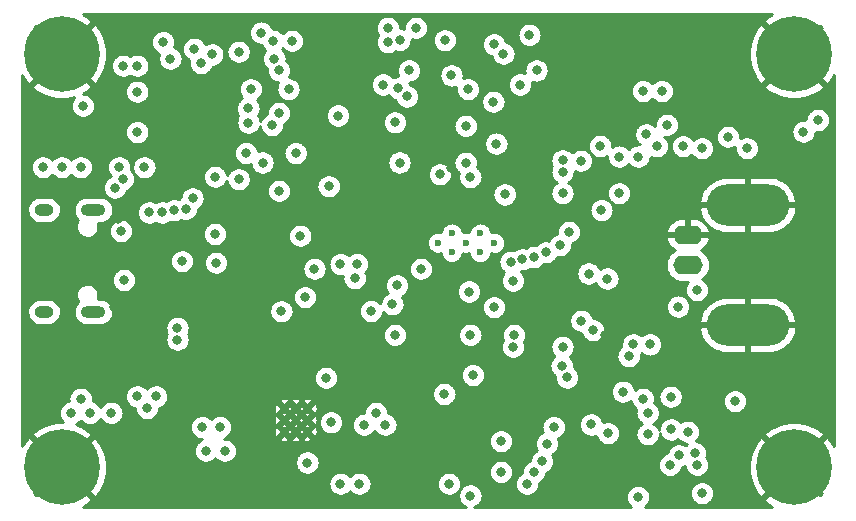
<source format=gbr>
%TF.GenerationSoftware,KiCad,Pcbnew,(6.0.0)*%
%TF.CreationDate,2022-03-21T15:30:00+00:00*%
%TF.ProjectId,uSMU_v10,75534d55-5f76-4313-902e-6b696361645f,rev?*%
%TF.SameCoordinates,Original*%
%TF.FileFunction,Copper,L2,Inr*%
%TF.FilePolarity,Positive*%
%FSLAX46Y46*%
G04 Gerber Fmt 4.6, Leading zero omitted, Abs format (unit mm)*
G04 Created by KiCad (PCBNEW (6.0.0)) date 2022-03-21 15:30:00*
%MOMM*%
%LPD*%
G01*
G04 APERTURE LIST*
%TA.AperFunction,ComponentPad*%
%ADD10C,0.600000*%
%TD*%
%TA.AperFunction,ComponentPad*%
%ADD11O,2.500000X1.600000*%
%TD*%
%TA.AperFunction,ComponentPad*%
%ADD12O,7.000000X3.500000*%
%TD*%
%TA.AperFunction,ComponentPad*%
%ADD13C,0.500000*%
%TD*%
%TA.AperFunction,ComponentPad*%
%ADD14C,0.800000*%
%TD*%
%TA.AperFunction,ComponentPad*%
%ADD15C,6.400000*%
%TD*%
%TA.AperFunction,ComponentPad*%
%ADD16O,1.600000X1.000000*%
%TD*%
%TA.AperFunction,ComponentPad*%
%ADD17O,2.100000X1.000000*%
%TD*%
%TA.AperFunction,ViaPad*%
%ADD18C,0.800000*%
%TD*%
%TA.AperFunction,Conductor*%
%ADD19C,0.254000*%
%TD*%
G04 APERTURE END LIST*
D10*
%TO.N,-10V*%
%TO.C,U10*%
X145225000Y-104000000D03*
X144025000Y-104800000D03*
X146425000Y-104800000D03*
X147625000Y-104000000D03*
X146425000Y-103200000D03*
X144025000Y-103200000D03*
X142825000Y-104000000D03*
%TD*%
D11*
%TO.N,Net-(C45-Pad1)*%
%TO.C,J3*%
X164000000Y-105875000D03*
%TO.N,GND*%
X164000000Y-103335000D03*
D12*
X169080000Y-100795000D03*
X169080000Y-110955000D03*
%TD*%
D13*
%TO.N,GND*%
%TO.C,U12*%
X129825000Y-118025000D03*
X131775000Y-118025000D03*
X131775000Y-119975000D03*
X129825000Y-119000000D03*
X131775000Y-119000000D03*
X130800000Y-119975000D03*
X130800000Y-119000000D03*
X130800000Y-118025000D03*
X129825000Y-119975000D03*
%TD*%
D14*
%TO.N,GND*%
%TO.C,H4*%
X171302944Y-121302944D03*
X173000000Y-125400000D03*
X171302944Y-124697056D03*
X170600000Y-123000000D03*
X175400000Y-123000000D03*
X174697056Y-121302944D03*
X174697056Y-124697056D03*
D15*
X173000000Y-123000000D03*
D14*
X173000000Y-120600000D03*
%TD*%
%TO.N,GND*%
%TO.C,H1*%
X109302944Y-86302944D03*
X113400000Y-88000000D03*
X111000000Y-90400000D03*
X111000000Y-85600000D03*
X112697056Y-86302944D03*
X108600000Y-88000000D03*
D15*
X111000000Y-88000000D03*
D14*
X109302944Y-89697056D03*
X112697056Y-89697056D03*
%TD*%
D16*
%TO.N,*%
%TO.C,J2*%
X109505000Y-109845000D03*
X109505000Y-101205000D03*
D17*
X113685000Y-109845000D03*
X113685000Y-101205000D03*
%TD*%
D14*
%TO.N,GND*%
%TO.C,H2*%
X174697056Y-86302944D03*
X173000000Y-90400000D03*
D15*
X173000000Y-88000000D03*
D14*
X174697056Y-89697056D03*
X170600000Y-88000000D03*
X171302944Y-86302944D03*
X171302944Y-89697056D03*
X175400000Y-88000000D03*
X173000000Y-85600000D03*
%TD*%
%TO.N,GND*%
%TO.C,H3*%
X112697056Y-121302944D03*
X111000000Y-125400000D03*
X109302944Y-121302944D03*
X113400000Y-123000000D03*
X111000000Y-120600000D03*
D15*
X111000000Y-123000000D03*
D14*
X109302944Y-124697056D03*
X112697056Y-124697056D03*
X108600000Y-123000000D03*
%TD*%
D18*
%TO.N,GND*%
X122000000Y-95600000D03*
X123500000Y-91800000D03*
X120400000Y-91800000D03*
%TO.N,Net-(C9-Pad1)*%
X132400000Y-106200000D03*
X134600000Y-105800000D03*
%TO.N,+10V*%
X147600000Y-109451563D03*
X139000000Y-109200000D03*
X139600000Y-97200000D03*
X143000000Y-98200000D03*
X122900000Y-119600000D03*
X131200000Y-103400000D03*
X123200000Y-121600000D03*
X148200000Y-120800000D03*
X164000000Y-120000000D03*
X124800000Y-121600000D03*
X124400000Y-119600000D03*
%TO.N,-10V*%
X160600000Y-118400000D03*
X133375000Y-115425000D03*
X138400000Y-119400000D03*
X148200000Y-123400000D03*
X137600000Y-118400000D03*
X136600000Y-119400000D03*
%TO.N,Net-(AmpOut1-Pad1)*%
X158500000Y-116600000D03*
X160200000Y-117200000D03*
X143400000Y-116800000D03*
%TO.N,VBUS*%
X118200000Y-118000000D03*
X121200000Y-105550000D03*
X143800000Y-124400000D03*
X124079304Y-105680815D03*
X117400000Y-117000000D03*
X116000000Y-103000000D03*
X119000000Y-117000000D03*
X134600000Y-124400000D03*
X136200000Y-124400000D03*
X116250000Y-107149500D03*
%TO.N,Net-(C21-Pad1)*%
X145600000Y-111800000D03*
X139200000Y-111800000D03*
X149275500Y-111800000D03*
%TO.N,Net-(C36-Pad1)*%
X155825000Y-119375000D03*
X162600000Y-119800000D03*
%TO.N,Net-(C28-Pad1)*%
X133800000Y-119200000D03*
X131800000Y-122600000D03*
%TO.N,Net-(R7-Pad1)*%
X120200000Y-88400000D03*
X115874999Y-97600000D03*
X117400000Y-89000000D03*
X112600000Y-97600000D03*
%TO.N,Net-(C36-Pad2)*%
X157250000Y-120125000D03*
X160600000Y-120200000D03*
%TO.N,Net-(D4-Pad4)*%
X145600000Y-98425000D03*
X153400000Y-98000000D03*
%TO.N,Net-(C42-Pad2)*%
X149800000Y-90600000D03*
X173800000Y-94600000D03*
%TO.N,Net-(C45-Pad1)*%
X134400000Y-93225000D03*
X159000000Y-113600000D03*
X153324500Y-114400000D03*
X145800000Y-115200000D03*
X163200000Y-109400000D03*
X162250000Y-94000000D03*
%TO.N,+4V5*%
X113400000Y-118400000D03*
X141000000Y-85800000D03*
X159800000Y-125524500D03*
X159825510Y-96700000D03*
X115200000Y-118400000D03*
X120800000Y-111200000D03*
X145600000Y-125400000D03*
X137175000Y-109775000D03*
X147550000Y-92050000D03*
X165200000Y-96000000D03*
X169000000Y-96000000D03*
X120800000Y-112200000D03*
X111800000Y-118400000D03*
X112600000Y-117200000D03*
X168012299Y-117412299D03*
X150600000Y-86400000D03*
X129600000Y-109800000D03*
X133600000Y-99200000D03*
%TO.N,Net-(D3-Pad2)*%
X154948829Y-97044774D03*
X158200000Y-96700000D03*
%TO.N,Net-(D3-Pad4)*%
X153400000Y-97000000D03*
X145200000Y-97225000D03*
%TO.N,Net-(D4-Pad2)*%
X158200000Y-99800000D03*
X153400000Y-99800000D03*
%TO.N,GND*%
X116600000Y-100400000D03*
X140350000Y-117050000D03*
X154250000Y-123375000D03*
X125600000Y-113400000D03*
X147800000Y-85800000D03*
X123775000Y-86025000D03*
X115400000Y-109400000D03*
X108750000Y-105500000D03*
X135187701Y-104212299D03*
X144000000Y-97625000D03*
X142200000Y-115400000D03*
X157400000Y-116025000D03*
X164000000Y-117200000D03*
X116723625Y-105474500D03*
X108500000Y-93500000D03*
X125000000Y-116400000D03*
X126000000Y-108400000D03*
X154250000Y-119800000D03*
X147800000Y-98724500D03*
X131800000Y-124000000D03*
X163600000Y-113425000D03*
X129816478Y-122016478D03*
X141600000Y-92000000D03*
X165800000Y-94000000D03*
X132600000Y-103149580D03*
X124000000Y-99900500D03*
X115800000Y-102000000D03*
X168400000Y-123400000D03*
X159600000Y-102700000D03*
X157000000Y-111800000D03*
X130600000Y-98600000D03*
X119300787Y-103337334D03*
X125975000Y-86025000D03*
X130100000Y-123700000D03*
X146800000Y-89324500D03*
X127612353Y-103398497D03*
X140200000Y-99200000D03*
X138700000Y-105400000D03*
X126600000Y-119700000D03*
X121800000Y-117000000D03*
%TO.N,/SDA*%
X156000000Y-111400000D03*
X159400000Y-112600000D03*
X160500000Y-94825000D03*
X167400000Y-95025000D03*
X126800000Y-92625000D03*
X160200000Y-91150500D03*
X129400000Y-93000000D03*
X148400000Y-88000000D03*
X129400000Y-89400000D03*
%TO.N,/SCL*%
X161800000Y-91150500D03*
X128800000Y-94025000D03*
X155000000Y-110600000D03*
X126808627Y-93818980D03*
X129000000Y-88400000D03*
X160800000Y-112600000D03*
X161400000Y-95825000D03*
X163600000Y-95825000D03*
X147600000Y-87200000D03*
%TO.N,/I_LIM*%
X129400000Y-99600000D03*
X148500000Y-99900500D03*
%TO.N,/AMP_EN*%
X117400000Y-94625000D03*
X156600000Y-95800000D03*
X147800000Y-95600000D03*
X153943442Y-103068375D03*
X156700000Y-101225000D03*
%TO.N,/2.048V_REF*%
X164800000Y-108000000D03*
X145400000Y-91000000D03*
X139400000Y-107600000D03*
X140211611Y-91608345D03*
%TO.N,/+4V096*%
X155600000Y-106600000D03*
X141400000Y-106200000D03*
X136000000Y-105800000D03*
%TO.N,+3V3*%
X122225000Y-87575000D03*
X128900000Y-86900000D03*
X118000000Y-97600000D03*
X125975000Y-87825000D03*
X112800000Y-92400000D03*
X123950000Y-103250000D03*
X125975000Y-98625000D03*
X123750000Y-88050000D03*
%TO.N,/SWDIO*%
X124000000Y-98400000D03*
X128000000Y-97200000D03*
X127900000Y-86200000D03*
X138600000Y-85800000D03*
%TO.N,/SWCLK*%
X130500000Y-86900000D03*
X126600000Y-96400000D03*
X138600000Y-87000000D03*
X130800000Y-96400000D03*
%TO.N,/NRST*%
X122800000Y-88800000D03*
X138200000Y-90600000D03*
%TO.N,/ADC_ALERT*%
X143425000Y-86850000D03*
X127000000Y-91000000D03*
X139502967Y-90903485D03*
X139600000Y-86825000D03*
%TO.N,Net-(R5-Pad1)*%
X116200000Y-98600000D03*
X111000000Y-97600000D03*
%TO.N,Net-(R3-Pad1)*%
X144000000Y-89824500D03*
X140400000Y-89400000D03*
%TO.N,/I_DAC*%
X130200000Y-91000000D03*
X117400000Y-91200000D03*
%TO.N,Net-(R4-Pad1)*%
X119600000Y-87000000D03*
X109400000Y-97600000D03*
X115492892Y-99324999D03*
X116200000Y-89000000D03*
%TO.N,Net-(R9-Pad2)*%
X131600000Y-108600000D03*
X135800000Y-107000000D03*
%TO.N,Net-(R18-Pad1)*%
X149200000Y-112800000D03*
X153400000Y-112800000D03*
%TO.N,Net-(R20-Pad2)*%
X149200000Y-107200000D03*
X157200000Y-107025000D03*
%TO.N,/I_G0*%
X165200000Y-125200000D03*
X118400000Y-101425000D03*
X149000000Y-105600000D03*
X150400000Y-124400000D03*
%TO.N,/I_G1*%
X119524244Y-101425000D03*
X150000000Y-105400000D03*
X164800000Y-122800000D03*
X151000000Y-123400000D03*
%TO.N,/I_G2*%
X122075000Y-100225000D03*
X153200000Y-104200000D03*
X164600000Y-121800000D03*
X152649478Y-119600000D03*
%TO.N,/I_G3*%
X163250000Y-122000000D03*
X152083467Y-121000000D03*
X121500000Y-101125000D03*
X152000000Y-104800000D03*
%TO.N,/I_G4*%
X151646991Y-122506018D03*
X151000000Y-105200000D03*
X120506114Y-101235432D03*
X162500000Y-122800000D03*
%TO.N,Net-(C43-Pad2)*%
X175000000Y-93600000D03*
X151200000Y-89400000D03*
%TO.N,Net-(JP2-Pad2)*%
X145475500Y-108124500D03*
%TO.N,Net-(JP4-Pad2)*%
X162550500Y-117025500D03*
X153800000Y-115400000D03*
%TO.N,Net-(R10-Pad1)*%
X145200000Y-94100500D03*
X139200000Y-93800000D03*
%TD*%
%TO.N,GND*%
D19*
X171086253Y-84672104D02*
X171074832Y-84678698D01*
X170748877Y-84890375D01*
X170738206Y-84898128D01*
X170482793Y-85104958D01*
X170442442Y-85163372D01*
X170440076Y-85234329D01*
X170472993Y-85291973D01*
X175708027Y-90527007D01*
X175770339Y-90561033D01*
X175841154Y-90555968D01*
X175895042Y-90517207D01*
X176101872Y-90261794D01*
X176109625Y-90251123D01*
X176321302Y-89925168D01*
X176327896Y-89913747D01*
X176374000Y-89823263D01*
X176374000Y-121176737D01*
X176327896Y-121086253D01*
X176321302Y-121074832D01*
X176109625Y-120748877D01*
X176101872Y-120738206D01*
X175895042Y-120482793D01*
X175836628Y-120442442D01*
X175765671Y-120440076D01*
X175708027Y-120472993D01*
X170472993Y-125708027D01*
X170438967Y-125770339D01*
X170444032Y-125841154D01*
X170482793Y-125895042D01*
X170738206Y-126101872D01*
X170748876Y-126109624D01*
X171074830Y-126321301D01*
X171086252Y-126327896D01*
X171176736Y-126374000D01*
X160377149Y-126374000D01*
X160479932Y-126299324D01*
X160499507Y-126281699D01*
X160626169Y-126141027D01*
X160641652Y-126119716D01*
X160736298Y-125955784D01*
X160747012Y-125931720D01*
X160805507Y-125751692D01*
X160810984Y-125725926D01*
X160830770Y-125537670D01*
X160830770Y-125511330D01*
X160810984Y-125323074D01*
X160805507Y-125297308D01*
X160778169Y-125213170D01*
X164169230Y-125213170D01*
X164189016Y-125401426D01*
X164194493Y-125427192D01*
X164252988Y-125607220D01*
X164263702Y-125631284D01*
X164358348Y-125795216D01*
X164373831Y-125816527D01*
X164500493Y-125957199D01*
X164520068Y-125974824D01*
X164673209Y-126086087D01*
X164696021Y-126099257D01*
X164868948Y-126176250D01*
X164894000Y-126184391D01*
X165079157Y-126223747D01*
X165105354Y-126226500D01*
X165294646Y-126226500D01*
X165320843Y-126223747D01*
X165506000Y-126184391D01*
X165531052Y-126176250D01*
X165703979Y-126099257D01*
X165726791Y-126086087D01*
X165879932Y-125974824D01*
X165899507Y-125957199D01*
X166026169Y-125816527D01*
X166041652Y-125795216D01*
X166136298Y-125631284D01*
X166147012Y-125607220D01*
X166205507Y-125427192D01*
X166210984Y-125401426D01*
X166230770Y-125213170D01*
X166230770Y-125186830D01*
X166210984Y-124998574D01*
X166205507Y-124972808D01*
X166147012Y-124792780D01*
X166136298Y-124768716D01*
X166041652Y-124604784D01*
X166026169Y-124583473D01*
X165899507Y-124442801D01*
X165879932Y-124425176D01*
X165726791Y-124313913D01*
X165703979Y-124300743D01*
X165531052Y-124223750D01*
X165506000Y-124215609D01*
X165320843Y-124176253D01*
X165294646Y-124173500D01*
X165105354Y-124173500D01*
X165079157Y-124176253D01*
X164894000Y-124215609D01*
X164868948Y-124223750D01*
X164696021Y-124300743D01*
X164673209Y-124313913D01*
X164520068Y-124425176D01*
X164500493Y-124442801D01*
X164373831Y-124583473D01*
X164358348Y-124604784D01*
X164263702Y-124768716D01*
X164252988Y-124792780D01*
X164194493Y-124972808D01*
X164189016Y-124998574D01*
X164169230Y-125186830D01*
X164169230Y-125213170D01*
X160778169Y-125213170D01*
X160747012Y-125117280D01*
X160736298Y-125093216D01*
X160641652Y-124929284D01*
X160626169Y-124907973D01*
X160499507Y-124767301D01*
X160479932Y-124749676D01*
X160326791Y-124638413D01*
X160303979Y-124625243D01*
X160131052Y-124548250D01*
X160106000Y-124540109D01*
X159920843Y-124500753D01*
X159894646Y-124498000D01*
X159705354Y-124498000D01*
X159679157Y-124500753D01*
X159494000Y-124540109D01*
X159468948Y-124548250D01*
X159296021Y-124625243D01*
X159273209Y-124638413D01*
X159120068Y-124749676D01*
X159100493Y-124767301D01*
X158973831Y-124907973D01*
X158958348Y-124929284D01*
X158863702Y-125093216D01*
X158852988Y-125117280D01*
X158794493Y-125297308D01*
X158789016Y-125323074D01*
X158769230Y-125511330D01*
X158769230Y-125537670D01*
X158789016Y-125725926D01*
X158794493Y-125751692D01*
X158852988Y-125931720D01*
X158863702Y-125955784D01*
X158958348Y-126119716D01*
X158973831Y-126141027D01*
X159100493Y-126281699D01*
X159120068Y-126299324D01*
X159222851Y-126374000D01*
X145936106Y-126374000D01*
X146103979Y-126299257D01*
X146126791Y-126286087D01*
X146279932Y-126174824D01*
X146299507Y-126157199D01*
X146426169Y-126016527D01*
X146441652Y-125995216D01*
X146536298Y-125831284D01*
X146547012Y-125807220D01*
X146605507Y-125627192D01*
X146610984Y-125601426D01*
X146630770Y-125413170D01*
X146630770Y-125386830D01*
X146610984Y-125198574D01*
X146605507Y-125172808D01*
X146547012Y-124992780D01*
X146536298Y-124968716D01*
X146441652Y-124804784D01*
X146426169Y-124783473D01*
X146299507Y-124642801D01*
X146279932Y-124625176D01*
X146126791Y-124513913D01*
X146103979Y-124500743D01*
X145931052Y-124423750D01*
X145906000Y-124415609D01*
X145720843Y-124376253D01*
X145694646Y-124373500D01*
X145505354Y-124373500D01*
X145479157Y-124376253D01*
X145294000Y-124415609D01*
X145268948Y-124423750D01*
X145096021Y-124500743D01*
X145073209Y-124513913D01*
X144920068Y-124625176D01*
X144900493Y-124642801D01*
X144773831Y-124783473D01*
X144758348Y-124804784D01*
X144663702Y-124968716D01*
X144652988Y-124992780D01*
X144594493Y-125172808D01*
X144589016Y-125198574D01*
X144569230Y-125386830D01*
X144569230Y-125413170D01*
X144589016Y-125601426D01*
X144594493Y-125627192D01*
X144652988Y-125807220D01*
X144663702Y-125831284D01*
X144758348Y-125995216D01*
X144773831Y-126016527D01*
X144900493Y-126157199D01*
X144920068Y-126174824D01*
X145073209Y-126286087D01*
X145096021Y-126299257D01*
X145263894Y-126374000D01*
X112823264Y-126374000D01*
X112913748Y-126327896D01*
X112925170Y-126321301D01*
X113251124Y-126109624D01*
X113261794Y-126101872D01*
X113517207Y-125895042D01*
X113557558Y-125836628D01*
X113559924Y-125765671D01*
X113527007Y-125708027D01*
X110792197Y-122973217D01*
X111236089Y-122973217D01*
X111241154Y-123044032D01*
X111270115Y-123089095D01*
X113708027Y-125527007D01*
X113770339Y-125561033D01*
X113841154Y-125555968D01*
X113895042Y-125517207D01*
X114101872Y-125261794D01*
X114109625Y-125251123D01*
X114321302Y-124925168D01*
X114327896Y-124913747D01*
X114504343Y-124567452D01*
X114509707Y-124555403D01*
X114564305Y-124413170D01*
X133569230Y-124413170D01*
X133589016Y-124601426D01*
X133594493Y-124627192D01*
X133652988Y-124807220D01*
X133663702Y-124831284D01*
X133758348Y-124995216D01*
X133773831Y-125016527D01*
X133900493Y-125157199D01*
X133920068Y-125174824D01*
X134073209Y-125286087D01*
X134096021Y-125299257D01*
X134268948Y-125376250D01*
X134294000Y-125384391D01*
X134479157Y-125423747D01*
X134505354Y-125426500D01*
X134694646Y-125426500D01*
X134720843Y-125423747D01*
X134906000Y-125384391D01*
X134931052Y-125376250D01*
X135103979Y-125299257D01*
X135126791Y-125286087D01*
X135279932Y-125174824D01*
X135299507Y-125157199D01*
X135400000Y-125045591D01*
X135500493Y-125157199D01*
X135520068Y-125174824D01*
X135673209Y-125286087D01*
X135696021Y-125299257D01*
X135868948Y-125376250D01*
X135894000Y-125384391D01*
X136079157Y-125423747D01*
X136105354Y-125426500D01*
X136294646Y-125426500D01*
X136320843Y-125423747D01*
X136506000Y-125384391D01*
X136531052Y-125376250D01*
X136703979Y-125299257D01*
X136726791Y-125286087D01*
X136879932Y-125174824D01*
X136899507Y-125157199D01*
X137026169Y-125016527D01*
X137041652Y-124995216D01*
X137136298Y-124831284D01*
X137147012Y-124807220D01*
X137205507Y-124627192D01*
X137210984Y-124601426D01*
X137230770Y-124413170D01*
X142769230Y-124413170D01*
X142789016Y-124601426D01*
X142794493Y-124627192D01*
X142852988Y-124807220D01*
X142863702Y-124831284D01*
X142958348Y-124995216D01*
X142973831Y-125016527D01*
X143100493Y-125157199D01*
X143120068Y-125174824D01*
X143273209Y-125286087D01*
X143296021Y-125299257D01*
X143468948Y-125376250D01*
X143494000Y-125384391D01*
X143679157Y-125423747D01*
X143705354Y-125426500D01*
X143894646Y-125426500D01*
X143920843Y-125423747D01*
X144106000Y-125384391D01*
X144131052Y-125376250D01*
X144303979Y-125299257D01*
X144326791Y-125286087D01*
X144479932Y-125174824D01*
X144499507Y-125157199D01*
X144626169Y-125016527D01*
X144641652Y-124995216D01*
X144736298Y-124831284D01*
X144747012Y-124807220D01*
X144805507Y-124627192D01*
X144810984Y-124601426D01*
X144830770Y-124413170D01*
X144830770Y-124386830D01*
X144810984Y-124198574D01*
X144805507Y-124172808D01*
X144747012Y-123992780D01*
X144736298Y-123968716D01*
X144641652Y-123804784D01*
X144626169Y-123783473D01*
X144499507Y-123642801D01*
X144479932Y-123625176D01*
X144326791Y-123513913D01*
X144303979Y-123500743D01*
X144131052Y-123423750D01*
X144106000Y-123415609D01*
X144094525Y-123413170D01*
X147169230Y-123413170D01*
X147189016Y-123601426D01*
X147194493Y-123627192D01*
X147252988Y-123807220D01*
X147263702Y-123831284D01*
X147358348Y-123995216D01*
X147373831Y-124016527D01*
X147500493Y-124157199D01*
X147520068Y-124174824D01*
X147673209Y-124286087D01*
X147696021Y-124299257D01*
X147868948Y-124376250D01*
X147894000Y-124384391D01*
X148079157Y-124423747D01*
X148105354Y-124426500D01*
X148294646Y-124426500D01*
X148320843Y-124423747D01*
X148370604Y-124413170D01*
X149369230Y-124413170D01*
X149389016Y-124601426D01*
X149394493Y-124627192D01*
X149452988Y-124807220D01*
X149463702Y-124831284D01*
X149558348Y-124995216D01*
X149573831Y-125016527D01*
X149700493Y-125157199D01*
X149720068Y-125174824D01*
X149873209Y-125286087D01*
X149896021Y-125299257D01*
X150068948Y-125376250D01*
X150094000Y-125384391D01*
X150279157Y-125423747D01*
X150305354Y-125426500D01*
X150494646Y-125426500D01*
X150520843Y-125423747D01*
X150706000Y-125384391D01*
X150731052Y-125376250D01*
X150903979Y-125299257D01*
X150926791Y-125286087D01*
X151079932Y-125174824D01*
X151099507Y-125157199D01*
X151226169Y-125016527D01*
X151241652Y-124995216D01*
X151336298Y-124831284D01*
X151347012Y-124807220D01*
X151405507Y-124627192D01*
X151410984Y-124601426D01*
X151430770Y-124413170D01*
X151430770Y-124386829D01*
X151425250Y-124334310D01*
X151503979Y-124299257D01*
X151526791Y-124286087D01*
X151679932Y-124174824D01*
X151699507Y-124157199D01*
X151826169Y-124016527D01*
X151841652Y-123995216D01*
X151936298Y-123831284D01*
X151947012Y-123807220D01*
X152005507Y-123627192D01*
X152010984Y-123601426D01*
X152025740Y-123461032D01*
X152150970Y-123405275D01*
X152173782Y-123392105D01*
X152326923Y-123280842D01*
X152346498Y-123263217D01*
X152473160Y-123122545D01*
X152488643Y-123101234D01*
X152583289Y-122937302D01*
X152594003Y-122913238D01*
X152652498Y-122733210D01*
X152657975Y-122707444D01*
X152677761Y-122519188D01*
X152677761Y-122492848D01*
X152657975Y-122304592D01*
X152652498Y-122278826D01*
X152594003Y-122098798D01*
X152583289Y-122074734D01*
X152503545Y-121936613D01*
X152587446Y-121899257D01*
X152610258Y-121886087D01*
X152763399Y-121774824D01*
X152782974Y-121757199D01*
X152909636Y-121616527D01*
X152925119Y-121595216D01*
X153019765Y-121431284D01*
X153030479Y-121407220D01*
X153088974Y-121227192D01*
X153094451Y-121201426D01*
X153114237Y-121013170D01*
X153114237Y-120986830D01*
X153094451Y-120798574D01*
X153088974Y-120772808D01*
X153030479Y-120592780D01*
X153019765Y-120568716D01*
X153015202Y-120560813D01*
X153153457Y-120499257D01*
X153176269Y-120486087D01*
X153329410Y-120374824D01*
X153348985Y-120357199D01*
X153475647Y-120216527D01*
X153491130Y-120195216D01*
X153585776Y-120031284D01*
X153596490Y-120007220D01*
X153654985Y-119827192D01*
X153660462Y-119801426D01*
X153680248Y-119613170D01*
X153680248Y-119586830D01*
X153660462Y-119398574D01*
X153658250Y-119388170D01*
X154794230Y-119388170D01*
X154814016Y-119576426D01*
X154819493Y-119602192D01*
X154877988Y-119782220D01*
X154888702Y-119806284D01*
X154983348Y-119970216D01*
X154998831Y-119991527D01*
X155125493Y-120132199D01*
X155145068Y-120149824D01*
X155298209Y-120261087D01*
X155321021Y-120274257D01*
X155493948Y-120351250D01*
X155519000Y-120359391D01*
X155704157Y-120398747D01*
X155730354Y-120401500D01*
X155919646Y-120401500D01*
X155945843Y-120398747D01*
X156131000Y-120359391D01*
X156156052Y-120351250D01*
X156237800Y-120314853D01*
X156239016Y-120326426D01*
X156244493Y-120352192D01*
X156302988Y-120532220D01*
X156313702Y-120556284D01*
X156408348Y-120720216D01*
X156423831Y-120741527D01*
X156550493Y-120882199D01*
X156570068Y-120899824D01*
X156723209Y-121011087D01*
X156746021Y-121024257D01*
X156918948Y-121101250D01*
X156944000Y-121109391D01*
X157129157Y-121148747D01*
X157155354Y-121151500D01*
X157344646Y-121151500D01*
X157370843Y-121148747D01*
X157556000Y-121109391D01*
X157581052Y-121101250D01*
X157753979Y-121024257D01*
X157776791Y-121011087D01*
X157929932Y-120899824D01*
X157949507Y-120882199D01*
X158076169Y-120741527D01*
X158091652Y-120720216D01*
X158186298Y-120556284D01*
X158197012Y-120532220D01*
X158255507Y-120352192D01*
X158260984Y-120326426D01*
X158280770Y-120138170D01*
X158280770Y-120111830D01*
X158260984Y-119923574D01*
X158255507Y-119897808D01*
X158197012Y-119717780D01*
X158186298Y-119693716D01*
X158091652Y-119529784D01*
X158076169Y-119508473D01*
X157949507Y-119367801D01*
X157929932Y-119350176D01*
X157776791Y-119238913D01*
X157753979Y-119225743D01*
X157581052Y-119148750D01*
X157556000Y-119140609D01*
X157370843Y-119101253D01*
X157344646Y-119098500D01*
X157155354Y-119098500D01*
X157129157Y-119101253D01*
X156944000Y-119140609D01*
X156918948Y-119148750D01*
X156837200Y-119185147D01*
X156835984Y-119173574D01*
X156830507Y-119147808D01*
X156772012Y-118967780D01*
X156761298Y-118943716D01*
X156666652Y-118779784D01*
X156651169Y-118758473D01*
X156524507Y-118617801D01*
X156504932Y-118600176D01*
X156351791Y-118488913D01*
X156328979Y-118475743D01*
X156156052Y-118398750D01*
X156131000Y-118390609D01*
X155945843Y-118351253D01*
X155919646Y-118348500D01*
X155730354Y-118348500D01*
X155704157Y-118351253D01*
X155519000Y-118390609D01*
X155493948Y-118398750D01*
X155321021Y-118475743D01*
X155298209Y-118488913D01*
X155145068Y-118600176D01*
X155125493Y-118617801D01*
X154998831Y-118758473D01*
X154983348Y-118779784D01*
X154888702Y-118943716D01*
X154877988Y-118967780D01*
X154819493Y-119147808D01*
X154814016Y-119173574D01*
X154794230Y-119361830D01*
X154794230Y-119388170D01*
X153658250Y-119388170D01*
X153654985Y-119372808D01*
X153596490Y-119192780D01*
X153585776Y-119168716D01*
X153491130Y-119004784D01*
X153475647Y-118983473D01*
X153348985Y-118842801D01*
X153329410Y-118825176D01*
X153176269Y-118713913D01*
X153153457Y-118700743D01*
X152980530Y-118623750D01*
X152955478Y-118615609D01*
X152770321Y-118576253D01*
X152744124Y-118573500D01*
X152554832Y-118573500D01*
X152528635Y-118576253D01*
X152343478Y-118615609D01*
X152318426Y-118623750D01*
X152145499Y-118700743D01*
X152122687Y-118713913D01*
X151969546Y-118825176D01*
X151949971Y-118842801D01*
X151823309Y-118983473D01*
X151807826Y-119004784D01*
X151713180Y-119168716D01*
X151702466Y-119192780D01*
X151643971Y-119372808D01*
X151638494Y-119398574D01*
X151618708Y-119586830D01*
X151618708Y-119613170D01*
X151638494Y-119801426D01*
X151643971Y-119827192D01*
X151702466Y-120007220D01*
X151713180Y-120031284D01*
X151717743Y-120039187D01*
X151579488Y-120100743D01*
X151556676Y-120113913D01*
X151403535Y-120225176D01*
X151383960Y-120242801D01*
X151257298Y-120383473D01*
X151241815Y-120404784D01*
X151147169Y-120568716D01*
X151136455Y-120592780D01*
X151077960Y-120772808D01*
X151072483Y-120798574D01*
X151052697Y-120986830D01*
X151052697Y-121013170D01*
X151072483Y-121201426D01*
X151077960Y-121227192D01*
X151136455Y-121407220D01*
X151147169Y-121431284D01*
X151226913Y-121569405D01*
X151143012Y-121606761D01*
X151120200Y-121619931D01*
X150967059Y-121731194D01*
X150947484Y-121748819D01*
X150820822Y-121889491D01*
X150805339Y-121910802D01*
X150710693Y-122074734D01*
X150699979Y-122098798D01*
X150641484Y-122278826D01*
X150636007Y-122304592D01*
X150621251Y-122444986D01*
X150496021Y-122500743D01*
X150473209Y-122513913D01*
X150320068Y-122625176D01*
X150300493Y-122642801D01*
X150173831Y-122783473D01*
X150158348Y-122804784D01*
X150063702Y-122968716D01*
X150052988Y-122992780D01*
X149994493Y-123172808D01*
X149989016Y-123198574D01*
X149969230Y-123386830D01*
X149969230Y-123413171D01*
X149974750Y-123465690D01*
X149896021Y-123500743D01*
X149873209Y-123513913D01*
X149720068Y-123625176D01*
X149700493Y-123642801D01*
X149573831Y-123783473D01*
X149558348Y-123804784D01*
X149463702Y-123968716D01*
X149452988Y-123992780D01*
X149394493Y-124172808D01*
X149389016Y-124198574D01*
X149369230Y-124386830D01*
X149369230Y-124413170D01*
X148370604Y-124413170D01*
X148506000Y-124384391D01*
X148531052Y-124376250D01*
X148703979Y-124299257D01*
X148726791Y-124286087D01*
X148879932Y-124174824D01*
X148899507Y-124157199D01*
X149026169Y-124016527D01*
X149041652Y-123995216D01*
X149136298Y-123831284D01*
X149147012Y-123807220D01*
X149205507Y-123627192D01*
X149210984Y-123601426D01*
X149230770Y-123413170D01*
X149230770Y-123386830D01*
X149210984Y-123198574D01*
X149205507Y-123172808D01*
X149147012Y-122992780D01*
X149136298Y-122968716D01*
X149041652Y-122804784D01*
X149026169Y-122783473D01*
X148899507Y-122642801D01*
X148879932Y-122625176D01*
X148726791Y-122513913D01*
X148703979Y-122500743D01*
X148531052Y-122423750D01*
X148506000Y-122415609D01*
X148320843Y-122376253D01*
X148294646Y-122373500D01*
X148105354Y-122373500D01*
X148079157Y-122376253D01*
X147894000Y-122415609D01*
X147868948Y-122423750D01*
X147696021Y-122500743D01*
X147673209Y-122513913D01*
X147520068Y-122625176D01*
X147500493Y-122642801D01*
X147373831Y-122783473D01*
X147358348Y-122804784D01*
X147263702Y-122968716D01*
X147252988Y-122992780D01*
X147194493Y-123172808D01*
X147189016Y-123198574D01*
X147169230Y-123386830D01*
X147169230Y-123413170D01*
X144094525Y-123413170D01*
X143920843Y-123376253D01*
X143894646Y-123373500D01*
X143705354Y-123373500D01*
X143679157Y-123376253D01*
X143494000Y-123415609D01*
X143468948Y-123423750D01*
X143296021Y-123500743D01*
X143273209Y-123513913D01*
X143120068Y-123625176D01*
X143100493Y-123642801D01*
X142973831Y-123783473D01*
X142958348Y-123804784D01*
X142863702Y-123968716D01*
X142852988Y-123992780D01*
X142794493Y-124172808D01*
X142789016Y-124198574D01*
X142769230Y-124386830D01*
X142769230Y-124413170D01*
X137230770Y-124413170D01*
X137230770Y-124386830D01*
X137210984Y-124198574D01*
X137205507Y-124172808D01*
X137147012Y-123992780D01*
X137136298Y-123968716D01*
X137041652Y-123804784D01*
X137026169Y-123783473D01*
X136899507Y-123642801D01*
X136879932Y-123625176D01*
X136726791Y-123513913D01*
X136703979Y-123500743D01*
X136531052Y-123423750D01*
X136506000Y-123415609D01*
X136320843Y-123376253D01*
X136294646Y-123373500D01*
X136105354Y-123373500D01*
X136079157Y-123376253D01*
X135894000Y-123415609D01*
X135868948Y-123423750D01*
X135696021Y-123500743D01*
X135673209Y-123513913D01*
X135520068Y-123625176D01*
X135500493Y-123642801D01*
X135400000Y-123754409D01*
X135299507Y-123642801D01*
X135279932Y-123625176D01*
X135126791Y-123513913D01*
X135103979Y-123500743D01*
X134931052Y-123423750D01*
X134906000Y-123415609D01*
X134720843Y-123376253D01*
X134694646Y-123373500D01*
X134505354Y-123373500D01*
X134479157Y-123376253D01*
X134294000Y-123415609D01*
X134268948Y-123423750D01*
X134096021Y-123500743D01*
X134073209Y-123513913D01*
X133920068Y-123625176D01*
X133900493Y-123642801D01*
X133773831Y-123783473D01*
X133758348Y-123804784D01*
X133663702Y-123968716D01*
X133652988Y-123992780D01*
X133594493Y-124172808D01*
X133589016Y-124198574D01*
X133569230Y-124386830D01*
X133569230Y-124413170D01*
X114564305Y-124413170D01*
X114648988Y-124192562D01*
X114653064Y-124180019D01*
X114753656Y-123804606D01*
X114756398Y-123791706D01*
X114817197Y-123407834D01*
X114818575Y-123394717D01*
X114838916Y-123006594D01*
X114838916Y-122993406D01*
X114818575Y-122605283D01*
X114817197Y-122592166D01*
X114756398Y-122208294D01*
X114753656Y-122195394D01*
X114653064Y-121819981D01*
X114648988Y-121807438D01*
X114509707Y-121444597D01*
X114504343Y-121432548D01*
X114327896Y-121086253D01*
X114321302Y-121074832D01*
X114109625Y-120748877D01*
X114101872Y-120738206D01*
X113895042Y-120482793D01*
X113836628Y-120442442D01*
X113765671Y-120440076D01*
X113708027Y-120472993D01*
X111270115Y-122910905D01*
X111236089Y-122973217D01*
X110792197Y-122973217D01*
X108291973Y-120472993D01*
X108229661Y-120438967D01*
X108158846Y-120444032D01*
X108104958Y-120482793D01*
X107898128Y-120738206D01*
X107890375Y-120748877D01*
X107678698Y-121074832D01*
X107672104Y-121086253D01*
X107626000Y-121176737D01*
X107626000Y-120234329D01*
X108440076Y-120234329D01*
X108472993Y-120291973D01*
X110910905Y-122729885D01*
X110973217Y-122763911D01*
X111044032Y-122758846D01*
X111089095Y-122729885D01*
X113527007Y-120291973D01*
X113561033Y-120229661D01*
X113555968Y-120158846D01*
X113517207Y-120104958D01*
X113261794Y-119898128D01*
X113251124Y-119890376D01*
X112925170Y-119678699D01*
X112913748Y-119672104D01*
X112798084Y-119613170D01*
X121869230Y-119613170D01*
X121889016Y-119801426D01*
X121894493Y-119827192D01*
X121952988Y-120007220D01*
X121963702Y-120031284D01*
X122058348Y-120195216D01*
X122073831Y-120216527D01*
X122200493Y-120357199D01*
X122220068Y-120374824D01*
X122373209Y-120486087D01*
X122396021Y-120499257D01*
X122568948Y-120576250D01*
X122594000Y-120584391D01*
X122779157Y-120623747D01*
X122805354Y-120626500D01*
X122862771Y-120626500D01*
X122696021Y-120700743D01*
X122673209Y-120713913D01*
X122520068Y-120825176D01*
X122500493Y-120842801D01*
X122373831Y-120983473D01*
X122358348Y-121004784D01*
X122263702Y-121168716D01*
X122252988Y-121192780D01*
X122194493Y-121372808D01*
X122189016Y-121398574D01*
X122169230Y-121586830D01*
X122169230Y-121613170D01*
X122189016Y-121801426D01*
X122194493Y-121827192D01*
X122252988Y-122007220D01*
X122263702Y-122031284D01*
X122358348Y-122195216D01*
X122373831Y-122216527D01*
X122500493Y-122357199D01*
X122520068Y-122374824D01*
X122673209Y-122486087D01*
X122696021Y-122499257D01*
X122868948Y-122576250D01*
X122894000Y-122584391D01*
X123079157Y-122623747D01*
X123105354Y-122626500D01*
X123294646Y-122626500D01*
X123320843Y-122623747D01*
X123506000Y-122584391D01*
X123531052Y-122576250D01*
X123703979Y-122499257D01*
X123726791Y-122486087D01*
X123879932Y-122374824D01*
X123899507Y-122357199D01*
X124000000Y-122245591D01*
X124100493Y-122357199D01*
X124120068Y-122374824D01*
X124273209Y-122486087D01*
X124296021Y-122499257D01*
X124468948Y-122576250D01*
X124494000Y-122584391D01*
X124679157Y-122623747D01*
X124705354Y-122626500D01*
X124894646Y-122626500D01*
X124920843Y-122623747D01*
X124970604Y-122613170D01*
X130769230Y-122613170D01*
X130789016Y-122801426D01*
X130794493Y-122827192D01*
X130852988Y-123007220D01*
X130863702Y-123031284D01*
X130958348Y-123195216D01*
X130973831Y-123216527D01*
X131100493Y-123357199D01*
X131120068Y-123374824D01*
X131273209Y-123486087D01*
X131296021Y-123499257D01*
X131468948Y-123576250D01*
X131494000Y-123584391D01*
X131679157Y-123623747D01*
X131705354Y-123626500D01*
X131894646Y-123626500D01*
X131920843Y-123623747D01*
X132106000Y-123584391D01*
X132131052Y-123576250D01*
X132303979Y-123499257D01*
X132326791Y-123486087D01*
X132479932Y-123374824D01*
X132499507Y-123357199D01*
X132626169Y-123216527D01*
X132641652Y-123195216D01*
X132736298Y-123031284D01*
X132747012Y-123007220D01*
X132805507Y-122827192D01*
X132810984Y-122801426D01*
X132830770Y-122613170D01*
X132830770Y-122586830D01*
X132810984Y-122398574D01*
X132805507Y-122372808D01*
X132747012Y-122192780D01*
X132736298Y-122168716D01*
X132641652Y-122004784D01*
X132626169Y-121983473D01*
X132499507Y-121842801D01*
X132479932Y-121825176D01*
X132326791Y-121713913D01*
X132303979Y-121700743D01*
X132131052Y-121623750D01*
X132106000Y-121615609D01*
X131920843Y-121576253D01*
X131894646Y-121573500D01*
X131705354Y-121573500D01*
X131679157Y-121576253D01*
X131494000Y-121615609D01*
X131468948Y-121623750D01*
X131296021Y-121700743D01*
X131273209Y-121713913D01*
X131120068Y-121825176D01*
X131100493Y-121842801D01*
X130973831Y-121983473D01*
X130958348Y-122004784D01*
X130863702Y-122168716D01*
X130852988Y-122192780D01*
X130794493Y-122372808D01*
X130789016Y-122398574D01*
X130769230Y-122586830D01*
X130769230Y-122613170D01*
X124970604Y-122613170D01*
X125106000Y-122584391D01*
X125131052Y-122576250D01*
X125303979Y-122499257D01*
X125326791Y-122486087D01*
X125479932Y-122374824D01*
X125499507Y-122357199D01*
X125626169Y-122216527D01*
X125641652Y-122195216D01*
X125736298Y-122031284D01*
X125747012Y-122007220D01*
X125805507Y-121827192D01*
X125810984Y-121801426D01*
X125830770Y-121613170D01*
X125830770Y-121586830D01*
X125810984Y-121398574D01*
X125805507Y-121372808D01*
X125747012Y-121192780D01*
X125736298Y-121168716D01*
X125641652Y-121004784D01*
X125626169Y-120983473D01*
X125499507Y-120842801D01*
X125479932Y-120825176D01*
X125326791Y-120713913D01*
X125303979Y-120700743D01*
X125153137Y-120633583D01*
X129370066Y-120633583D01*
X129375131Y-120704398D01*
X129417678Y-120761234D01*
X129449267Y-120778463D01*
X129596543Y-120833235D01*
X129623799Y-120840031D01*
X129792361Y-120862522D01*
X129820445Y-120863110D01*
X129989801Y-120847697D01*
X130017317Y-120842049D01*
X130179050Y-120789499D01*
X130204630Y-120777896D01*
X130220919Y-120768186D01*
X130269191Y-120716124D01*
X130281653Y-120646230D01*
X130276384Y-120633583D01*
X130345066Y-120633583D01*
X130350131Y-120704398D01*
X130392678Y-120761234D01*
X130424267Y-120778463D01*
X130571543Y-120833235D01*
X130598799Y-120840031D01*
X130767361Y-120862522D01*
X130795445Y-120863110D01*
X130964801Y-120847697D01*
X130992317Y-120842049D01*
X131154050Y-120789499D01*
X131179630Y-120777896D01*
X131195919Y-120768186D01*
X131244191Y-120716124D01*
X131256653Y-120646230D01*
X131251384Y-120633583D01*
X131320066Y-120633583D01*
X131325131Y-120704398D01*
X131367678Y-120761234D01*
X131399267Y-120778463D01*
X131546543Y-120833235D01*
X131573799Y-120840031D01*
X131742361Y-120862522D01*
X131770445Y-120863110D01*
X131939801Y-120847697D01*
X131967317Y-120842049D01*
X132056198Y-120813170D01*
X147169230Y-120813170D01*
X147189016Y-121001426D01*
X147194493Y-121027192D01*
X147252988Y-121207220D01*
X147263702Y-121231284D01*
X147358348Y-121395216D01*
X147373831Y-121416527D01*
X147500493Y-121557199D01*
X147520068Y-121574824D01*
X147673209Y-121686087D01*
X147696021Y-121699257D01*
X147868948Y-121776250D01*
X147894000Y-121784391D01*
X148079157Y-121823747D01*
X148105354Y-121826500D01*
X148294646Y-121826500D01*
X148320843Y-121823747D01*
X148506000Y-121784391D01*
X148531052Y-121776250D01*
X148703979Y-121699257D01*
X148726791Y-121686087D01*
X148879932Y-121574824D01*
X148899507Y-121557199D01*
X149026169Y-121416527D01*
X149041652Y-121395216D01*
X149136298Y-121231284D01*
X149147012Y-121207220D01*
X149205507Y-121027192D01*
X149210984Y-121001426D01*
X149230770Y-120813170D01*
X149230770Y-120786830D01*
X149210984Y-120598574D01*
X149205507Y-120572808D01*
X149147012Y-120392780D01*
X149136298Y-120368716D01*
X149041652Y-120204784D01*
X149026169Y-120183473D01*
X148899507Y-120042801D01*
X148879932Y-120025176D01*
X148726791Y-119913913D01*
X148703979Y-119900743D01*
X148531052Y-119823750D01*
X148506000Y-119815609D01*
X148320843Y-119776253D01*
X148294646Y-119773500D01*
X148105354Y-119773500D01*
X148079157Y-119776253D01*
X147894000Y-119815609D01*
X147868948Y-119823750D01*
X147696021Y-119900743D01*
X147673209Y-119913913D01*
X147520068Y-120025176D01*
X147500493Y-120042801D01*
X147373831Y-120183473D01*
X147358348Y-120204784D01*
X147263702Y-120368716D01*
X147252988Y-120392780D01*
X147194493Y-120572808D01*
X147189016Y-120598574D01*
X147169230Y-120786830D01*
X147169230Y-120813170D01*
X132056198Y-120813170D01*
X132129050Y-120789499D01*
X132154630Y-120777896D01*
X132170919Y-120768186D01*
X132219191Y-120716124D01*
X132231653Y-120646230D01*
X132204349Y-120580694D01*
X132195498Y-120570861D01*
X131864095Y-120239458D01*
X131801783Y-120205432D01*
X131730968Y-120210497D01*
X131685905Y-120239458D01*
X131354092Y-120571271D01*
X131320066Y-120633583D01*
X131251384Y-120633583D01*
X131229349Y-120580694D01*
X131220498Y-120570861D01*
X130889095Y-120239458D01*
X130826783Y-120205432D01*
X130755968Y-120210497D01*
X130710905Y-120239458D01*
X130379092Y-120571271D01*
X130345066Y-120633583D01*
X130276384Y-120633583D01*
X130254349Y-120580694D01*
X130245498Y-120570861D01*
X129914095Y-120239458D01*
X129851783Y-120205432D01*
X129780968Y-120210497D01*
X129735905Y-120239458D01*
X129404092Y-120571271D01*
X129370066Y-120633583D01*
X125153137Y-120633583D01*
X125131052Y-120623750D01*
X125106000Y-120615609D01*
X124920843Y-120576253D01*
X124894646Y-120573500D01*
X124737229Y-120573500D01*
X124903979Y-120499257D01*
X124926791Y-120486087D01*
X125079932Y-120374824D01*
X125099507Y-120357199D01*
X125226169Y-120216527D01*
X125241652Y-120195216D01*
X125336298Y-120031284D01*
X125347012Y-120007220D01*
X125356946Y-119976646D01*
X128936879Y-119976646D01*
X128953474Y-120145890D01*
X128959315Y-120173366D01*
X129012993Y-120334728D01*
X129024775Y-120360228D01*
X129031919Y-120372024D01*
X129084317Y-120419930D01*
X129154297Y-120431903D01*
X129219641Y-120404141D01*
X129228790Y-120395847D01*
X129560542Y-120064095D01*
X129594568Y-120001783D01*
X129590737Y-119948217D01*
X130055432Y-119948217D01*
X130060497Y-120019032D01*
X130089458Y-120064095D01*
X130223405Y-120198042D01*
X130285717Y-120232068D01*
X130356532Y-120227003D01*
X130401595Y-120198042D01*
X130535542Y-120064095D01*
X130569568Y-120001783D01*
X130565737Y-119948217D01*
X131030432Y-119948217D01*
X131035497Y-120019032D01*
X131064458Y-120064095D01*
X131198405Y-120198042D01*
X131260717Y-120232068D01*
X131331532Y-120227003D01*
X131376595Y-120198042D01*
X131510542Y-120064095D01*
X131544568Y-120001783D01*
X131540737Y-119948217D01*
X132005432Y-119948217D01*
X132010497Y-120019032D01*
X132039458Y-120064095D01*
X132370895Y-120395532D01*
X132433207Y-120429558D01*
X132504022Y-120424493D01*
X132560858Y-120381946D01*
X132577778Y-120351181D01*
X132631619Y-120209444D01*
X132638605Y-120182236D01*
X132662273Y-120013835D01*
X132663487Y-119998056D01*
X132663784Y-119976757D01*
X132663011Y-119960955D01*
X132644055Y-119791959D01*
X132637831Y-119764567D01*
X132581905Y-119603970D01*
X132569758Y-119578621D01*
X132567924Y-119575687D01*
X132514855Y-119528525D01*
X132444713Y-119517540D01*
X132379768Y-119546222D01*
X132371985Y-119553378D01*
X132039458Y-119885905D01*
X132005432Y-119948217D01*
X131540737Y-119948217D01*
X131539503Y-119930968D01*
X131510542Y-119885905D01*
X131376595Y-119751958D01*
X131314283Y-119717932D01*
X131243468Y-119722997D01*
X131198405Y-119751958D01*
X131064458Y-119885905D01*
X131030432Y-119948217D01*
X130565737Y-119948217D01*
X130564503Y-119930968D01*
X130535542Y-119885905D01*
X130401595Y-119751958D01*
X130339283Y-119717932D01*
X130268468Y-119722997D01*
X130223405Y-119751958D01*
X130089458Y-119885905D01*
X130055432Y-119948217D01*
X129590737Y-119948217D01*
X129589503Y-119930968D01*
X129560542Y-119885905D01*
X129228322Y-119553685D01*
X129166010Y-119519659D01*
X129095195Y-119524724D01*
X129038359Y-119567271D01*
X129020826Y-119599685D01*
X128965191Y-119752540D01*
X128958586Y-119779843D01*
X128937272Y-119948558D01*
X128936879Y-119976646D01*
X125356946Y-119976646D01*
X125405507Y-119827192D01*
X125410984Y-119801426D01*
X125430770Y-119613170D01*
X125430770Y-119586830D01*
X125417515Y-119460717D01*
X129567932Y-119460717D01*
X129572997Y-119531532D01*
X129601958Y-119576595D01*
X129735905Y-119710542D01*
X129798217Y-119744568D01*
X129869032Y-119739503D01*
X129914095Y-119710542D01*
X130048042Y-119576595D01*
X130082068Y-119514283D01*
X130078237Y-119460717D01*
X130542932Y-119460717D01*
X130547997Y-119531532D01*
X130576958Y-119576595D01*
X130710905Y-119710542D01*
X130773217Y-119744568D01*
X130844032Y-119739503D01*
X130889095Y-119710542D01*
X131023042Y-119576595D01*
X131057068Y-119514283D01*
X131053237Y-119460717D01*
X131517932Y-119460717D01*
X131522997Y-119531532D01*
X131551958Y-119576595D01*
X131685905Y-119710542D01*
X131748217Y-119744568D01*
X131819032Y-119739503D01*
X131864095Y-119710542D01*
X131998042Y-119576595D01*
X132032068Y-119514283D01*
X132027003Y-119443468D01*
X131998042Y-119398405D01*
X131864095Y-119264458D01*
X131801783Y-119230432D01*
X131730968Y-119235497D01*
X131685905Y-119264458D01*
X131551958Y-119398405D01*
X131517932Y-119460717D01*
X131053237Y-119460717D01*
X131052003Y-119443468D01*
X131023042Y-119398405D01*
X130889095Y-119264458D01*
X130826783Y-119230432D01*
X130755968Y-119235497D01*
X130710905Y-119264458D01*
X130576958Y-119398405D01*
X130542932Y-119460717D01*
X130078237Y-119460717D01*
X130077003Y-119443468D01*
X130048042Y-119398405D01*
X129914095Y-119264458D01*
X129851783Y-119230432D01*
X129780968Y-119235497D01*
X129735905Y-119264458D01*
X129601958Y-119398405D01*
X129567932Y-119460717D01*
X125417515Y-119460717D01*
X125410984Y-119398574D01*
X125405507Y-119372808D01*
X125347012Y-119192780D01*
X125336298Y-119168716D01*
X125241652Y-119004784D01*
X125239372Y-119001646D01*
X128936879Y-119001646D01*
X128953474Y-119170890D01*
X128959315Y-119198366D01*
X129012993Y-119359728D01*
X129024775Y-119385228D01*
X129031919Y-119397024D01*
X129084317Y-119444930D01*
X129154297Y-119456903D01*
X129219641Y-119429141D01*
X129228790Y-119420847D01*
X129560542Y-119089095D01*
X129594568Y-119026783D01*
X129590737Y-118973217D01*
X130055432Y-118973217D01*
X130060497Y-119044032D01*
X130089458Y-119089095D01*
X130223405Y-119223042D01*
X130285717Y-119257068D01*
X130356532Y-119252003D01*
X130401595Y-119223042D01*
X130535542Y-119089095D01*
X130569568Y-119026783D01*
X130565737Y-118973217D01*
X131030432Y-118973217D01*
X131035497Y-119044032D01*
X131064458Y-119089095D01*
X131198405Y-119223042D01*
X131260717Y-119257068D01*
X131331532Y-119252003D01*
X131376595Y-119223042D01*
X131510542Y-119089095D01*
X131544568Y-119026783D01*
X131540737Y-118973217D01*
X132005432Y-118973217D01*
X132010497Y-119044032D01*
X132039458Y-119089095D01*
X132370895Y-119420532D01*
X132433207Y-119454558D01*
X132504022Y-119449493D01*
X132560858Y-119406946D01*
X132577778Y-119376181D01*
X132631619Y-119234444D01*
X132637081Y-119213170D01*
X132769230Y-119213170D01*
X132789016Y-119401426D01*
X132794493Y-119427192D01*
X132852988Y-119607220D01*
X132863702Y-119631284D01*
X132958348Y-119795216D01*
X132973831Y-119816527D01*
X133100493Y-119957199D01*
X133120068Y-119974824D01*
X133273209Y-120086087D01*
X133296021Y-120099257D01*
X133468948Y-120176250D01*
X133494000Y-120184391D01*
X133679157Y-120223747D01*
X133705354Y-120226500D01*
X133894646Y-120226500D01*
X133920843Y-120223747D01*
X134106000Y-120184391D01*
X134131052Y-120176250D01*
X134303979Y-120099257D01*
X134326791Y-120086087D01*
X134479932Y-119974824D01*
X134499507Y-119957199D01*
X134626169Y-119816527D01*
X134641652Y-119795216D01*
X134736298Y-119631284D01*
X134747012Y-119607220D01*
X134805507Y-119427192D01*
X134808488Y-119413170D01*
X135569230Y-119413170D01*
X135589016Y-119601426D01*
X135594493Y-119627192D01*
X135652988Y-119807220D01*
X135663702Y-119831284D01*
X135758348Y-119995216D01*
X135773831Y-120016527D01*
X135900493Y-120157199D01*
X135920068Y-120174824D01*
X136073209Y-120286087D01*
X136096021Y-120299257D01*
X136268948Y-120376250D01*
X136294000Y-120384391D01*
X136479157Y-120423747D01*
X136505354Y-120426500D01*
X136694646Y-120426500D01*
X136720843Y-120423747D01*
X136906000Y-120384391D01*
X136931052Y-120376250D01*
X137103979Y-120299257D01*
X137126791Y-120286087D01*
X137279932Y-120174824D01*
X137299507Y-120157199D01*
X137426169Y-120016527D01*
X137441652Y-119995216D01*
X137500000Y-119894154D01*
X137558348Y-119995216D01*
X137573831Y-120016527D01*
X137700493Y-120157199D01*
X137720068Y-120174824D01*
X137873209Y-120286087D01*
X137896021Y-120299257D01*
X138068948Y-120376250D01*
X138094000Y-120384391D01*
X138279157Y-120423747D01*
X138305354Y-120426500D01*
X138494646Y-120426500D01*
X138520843Y-120423747D01*
X138706000Y-120384391D01*
X138731052Y-120376250D01*
X138903979Y-120299257D01*
X138926791Y-120286087D01*
X139079932Y-120174824D01*
X139099507Y-120157199D01*
X139226169Y-120016527D01*
X139241652Y-119995216D01*
X139336298Y-119831284D01*
X139347012Y-119807220D01*
X139405507Y-119627192D01*
X139410984Y-119601426D01*
X139430770Y-119413170D01*
X139430770Y-119386830D01*
X139410984Y-119198574D01*
X139405507Y-119172808D01*
X139347012Y-118992780D01*
X139336298Y-118968716D01*
X139241652Y-118804784D01*
X139226169Y-118783473D01*
X139099507Y-118642801D01*
X139079932Y-118625176D01*
X138926791Y-118513913D01*
X138903979Y-118500743D01*
X138731052Y-118423750D01*
X138706000Y-118415609D01*
X138630770Y-118399618D01*
X138630770Y-118386830D01*
X138610984Y-118198574D01*
X138605507Y-118172808D01*
X138547012Y-117992780D01*
X138536298Y-117968716D01*
X138441652Y-117804784D01*
X138426169Y-117783473D01*
X138299507Y-117642801D01*
X138279932Y-117625176D01*
X138126791Y-117513913D01*
X138103979Y-117500743D01*
X137931052Y-117423750D01*
X137906000Y-117415609D01*
X137720843Y-117376253D01*
X137694646Y-117373500D01*
X137505354Y-117373500D01*
X137479157Y-117376253D01*
X137294000Y-117415609D01*
X137268948Y-117423750D01*
X137096021Y-117500743D01*
X137073209Y-117513913D01*
X136920068Y-117625176D01*
X136900493Y-117642801D01*
X136773831Y-117783473D01*
X136758348Y-117804784D01*
X136663702Y-117968716D01*
X136652988Y-117992780D01*
X136594493Y-118172808D01*
X136589016Y-118198574D01*
X136570631Y-118373500D01*
X136505354Y-118373500D01*
X136479157Y-118376253D01*
X136294000Y-118415609D01*
X136268948Y-118423750D01*
X136096021Y-118500743D01*
X136073209Y-118513913D01*
X135920068Y-118625176D01*
X135900493Y-118642801D01*
X135773831Y-118783473D01*
X135758348Y-118804784D01*
X135663702Y-118968716D01*
X135652988Y-118992780D01*
X135594493Y-119172808D01*
X135589016Y-119198574D01*
X135569230Y-119386830D01*
X135569230Y-119413170D01*
X134808488Y-119413170D01*
X134810984Y-119401426D01*
X134830770Y-119213170D01*
X134830770Y-119186830D01*
X134810984Y-118998574D01*
X134805507Y-118972808D01*
X134747012Y-118792780D01*
X134736298Y-118768716D01*
X134641652Y-118604784D01*
X134626169Y-118583473D01*
X134499507Y-118442801D01*
X134479932Y-118425176D01*
X134326791Y-118313913D01*
X134303979Y-118300743D01*
X134131052Y-118223750D01*
X134106000Y-118215609D01*
X133920843Y-118176253D01*
X133894646Y-118173500D01*
X133705354Y-118173500D01*
X133679157Y-118176253D01*
X133494000Y-118215609D01*
X133468948Y-118223750D01*
X133296021Y-118300743D01*
X133273209Y-118313913D01*
X133120068Y-118425176D01*
X133100493Y-118442801D01*
X132973831Y-118583473D01*
X132958348Y-118604784D01*
X132863702Y-118768716D01*
X132852988Y-118792780D01*
X132794493Y-118972808D01*
X132789016Y-118998574D01*
X132769230Y-119186830D01*
X132769230Y-119213170D01*
X132637081Y-119213170D01*
X132638605Y-119207236D01*
X132662273Y-119038835D01*
X132663487Y-119023056D01*
X132663784Y-119001757D01*
X132663011Y-118985955D01*
X132644055Y-118816959D01*
X132637831Y-118789567D01*
X132581905Y-118628970D01*
X132569758Y-118603621D01*
X132567924Y-118600687D01*
X132514855Y-118553525D01*
X132444713Y-118542540D01*
X132379768Y-118571222D01*
X132371985Y-118578378D01*
X132039458Y-118910905D01*
X132005432Y-118973217D01*
X131540737Y-118973217D01*
X131539503Y-118955968D01*
X131510542Y-118910905D01*
X131376595Y-118776958D01*
X131314283Y-118742932D01*
X131243468Y-118747997D01*
X131198405Y-118776958D01*
X131064458Y-118910905D01*
X131030432Y-118973217D01*
X130565737Y-118973217D01*
X130564503Y-118955968D01*
X130535542Y-118910905D01*
X130401595Y-118776958D01*
X130339283Y-118742932D01*
X130268468Y-118747997D01*
X130223405Y-118776958D01*
X130089458Y-118910905D01*
X130055432Y-118973217D01*
X129590737Y-118973217D01*
X129589503Y-118955968D01*
X129560542Y-118910905D01*
X129228322Y-118578685D01*
X129166010Y-118544659D01*
X129095195Y-118549724D01*
X129038359Y-118592271D01*
X129020826Y-118624685D01*
X128965191Y-118777540D01*
X128958586Y-118804843D01*
X128937272Y-118973558D01*
X128936879Y-119001646D01*
X125239372Y-119001646D01*
X125226169Y-118983473D01*
X125099507Y-118842801D01*
X125079932Y-118825176D01*
X124926791Y-118713913D01*
X124903979Y-118700743D01*
X124731052Y-118623750D01*
X124706000Y-118615609D01*
X124520843Y-118576253D01*
X124494646Y-118573500D01*
X124305354Y-118573500D01*
X124279157Y-118576253D01*
X124094000Y-118615609D01*
X124068948Y-118623750D01*
X123896021Y-118700743D01*
X123873209Y-118713913D01*
X123720068Y-118825176D01*
X123700493Y-118842801D01*
X123650000Y-118898879D01*
X123599507Y-118842801D01*
X123579932Y-118825176D01*
X123426791Y-118713913D01*
X123403979Y-118700743D01*
X123231052Y-118623750D01*
X123206000Y-118615609D01*
X123020843Y-118576253D01*
X122994646Y-118573500D01*
X122805354Y-118573500D01*
X122779157Y-118576253D01*
X122594000Y-118615609D01*
X122568948Y-118623750D01*
X122396021Y-118700743D01*
X122373209Y-118713913D01*
X122220068Y-118825176D01*
X122200493Y-118842801D01*
X122073831Y-118983473D01*
X122058348Y-119004784D01*
X121963702Y-119168716D01*
X121952988Y-119192780D01*
X121894493Y-119372808D01*
X121889016Y-119398574D01*
X121869230Y-119586830D01*
X121869230Y-119613170D01*
X112798084Y-119613170D01*
X112567452Y-119495657D01*
X112555403Y-119490293D01*
X112192562Y-119351012D01*
X112189773Y-119350106D01*
X112303979Y-119299257D01*
X112326791Y-119286087D01*
X112479932Y-119174824D01*
X112499507Y-119157199D01*
X112600000Y-119045591D01*
X112700493Y-119157199D01*
X112720068Y-119174824D01*
X112873209Y-119286087D01*
X112896021Y-119299257D01*
X113068948Y-119376250D01*
X113094000Y-119384391D01*
X113279157Y-119423747D01*
X113305354Y-119426500D01*
X113494646Y-119426500D01*
X113520843Y-119423747D01*
X113706000Y-119384391D01*
X113731052Y-119376250D01*
X113903979Y-119299257D01*
X113926791Y-119286087D01*
X114079932Y-119174824D01*
X114099507Y-119157199D01*
X114226169Y-119016527D01*
X114241652Y-118995216D01*
X114300000Y-118894154D01*
X114358348Y-118995216D01*
X114373831Y-119016527D01*
X114500493Y-119157199D01*
X114520068Y-119174824D01*
X114673209Y-119286087D01*
X114696021Y-119299257D01*
X114868948Y-119376250D01*
X114894000Y-119384391D01*
X115079157Y-119423747D01*
X115105354Y-119426500D01*
X115294646Y-119426500D01*
X115320843Y-119423747D01*
X115506000Y-119384391D01*
X115531052Y-119376250D01*
X115703979Y-119299257D01*
X115726791Y-119286087D01*
X115879932Y-119174824D01*
X115899507Y-119157199D01*
X116026169Y-119016527D01*
X116041652Y-118995216D01*
X116136298Y-118831284D01*
X116147012Y-118807220D01*
X116205507Y-118627192D01*
X116210984Y-118601426D01*
X116230770Y-118413170D01*
X116230770Y-118386830D01*
X116210984Y-118198574D01*
X116205507Y-118172808D01*
X116147012Y-117992780D01*
X116136298Y-117968716D01*
X116041652Y-117804784D01*
X116026169Y-117783473D01*
X115899507Y-117642801D01*
X115879932Y-117625176D01*
X115726791Y-117513913D01*
X115703979Y-117500743D01*
X115531052Y-117423750D01*
X115506000Y-117415609D01*
X115320843Y-117376253D01*
X115294646Y-117373500D01*
X115105354Y-117373500D01*
X115079157Y-117376253D01*
X114894000Y-117415609D01*
X114868948Y-117423750D01*
X114696021Y-117500743D01*
X114673209Y-117513913D01*
X114520068Y-117625176D01*
X114500493Y-117642801D01*
X114373831Y-117783473D01*
X114358348Y-117804784D01*
X114300000Y-117905846D01*
X114241652Y-117804784D01*
X114226169Y-117783473D01*
X114099507Y-117642801D01*
X114079932Y-117625176D01*
X113926791Y-117513913D01*
X113903979Y-117500743D01*
X113731052Y-117423750D01*
X113706000Y-117415609D01*
X113611602Y-117395544D01*
X113630770Y-117213170D01*
X113630770Y-117186830D01*
X113612518Y-117013170D01*
X116369230Y-117013170D01*
X116389016Y-117201426D01*
X116394493Y-117227192D01*
X116452988Y-117407220D01*
X116463702Y-117431284D01*
X116558348Y-117595216D01*
X116573831Y-117616527D01*
X116700493Y-117757199D01*
X116720068Y-117774824D01*
X116873209Y-117886087D01*
X116896021Y-117899257D01*
X117068948Y-117976250D01*
X117094000Y-117984391D01*
X117169230Y-118000382D01*
X117169230Y-118013170D01*
X117189016Y-118201426D01*
X117194493Y-118227192D01*
X117252988Y-118407220D01*
X117263702Y-118431284D01*
X117358348Y-118595216D01*
X117373831Y-118616527D01*
X117500493Y-118757199D01*
X117520068Y-118774824D01*
X117673209Y-118886087D01*
X117696021Y-118899257D01*
X117868948Y-118976250D01*
X117894000Y-118984391D01*
X118079157Y-119023747D01*
X118105354Y-119026500D01*
X118294646Y-119026500D01*
X118320843Y-119023747D01*
X118506000Y-118984391D01*
X118531052Y-118976250D01*
X118703979Y-118899257D01*
X118726791Y-118886087D01*
X118879932Y-118774824D01*
X118899507Y-118757199D01*
X119026169Y-118616527D01*
X119041652Y-118595216D01*
X119104871Y-118485717D01*
X129567932Y-118485717D01*
X129572997Y-118556532D01*
X129601958Y-118601595D01*
X129735905Y-118735542D01*
X129798217Y-118769568D01*
X129869032Y-118764503D01*
X129914095Y-118735542D01*
X130048042Y-118601595D01*
X130082068Y-118539283D01*
X130078237Y-118485717D01*
X130542932Y-118485717D01*
X130547997Y-118556532D01*
X130576958Y-118601595D01*
X130710905Y-118735542D01*
X130773217Y-118769568D01*
X130844032Y-118764503D01*
X130889095Y-118735542D01*
X131023042Y-118601595D01*
X131057068Y-118539283D01*
X131053237Y-118485717D01*
X131517932Y-118485717D01*
X131522997Y-118556532D01*
X131551958Y-118601595D01*
X131685905Y-118735542D01*
X131748217Y-118769568D01*
X131819032Y-118764503D01*
X131864095Y-118735542D01*
X131998042Y-118601595D01*
X132032068Y-118539283D01*
X132027003Y-118468468D01*
X131998042Y-118423405D01*
X131864095Y-118289458D01*
X131801783Y-118255432D01*
X131730968Y-118260497D01*
X131685905Y-118289458D01*
X131551958Y-118423405D01*
X131517932Y-118485717D01*
X131053237Y-118485717D01*
X131052003Y-118468468D01*
X131023042Y-118423405D01*
X130889095Y-118289458D01*
X130826783Y-118255432D01*
X130755968Y-118260497D01*
X130710905Y-118289458D01*
X130576958Y-118423405D01*
X130542932Y-118485717D01*
X130078237Y-118485717D01*
X130077003Y-118468468D01*
X130048042Y-118423405D01*
X129914095Y-118289458D01*
X129851783Y-118255432D01*
X129780968Y-118260497D01*
X129735905Y-118289458D01*
X129601958Y-118423405D01*
X129567932Y-118485717D01*
X119104871Y-118485717D01*
X119136298Y-118431284D01*
X119147012Y-118407220D01*
X119205507Y-118227192D01*
X119210984Y-118201426D01*
X119229354Y-118026646D01*
X128936879Y-118026646D01*
X128953474Y-118195890D01*
X128959315Y-118223366D01*
X129012993Y-118384728D01*
X129024775Y-118410228D01*
X129031919Y-118422024D01*
X129084317Y-118469930D01*
X129154297Y-118481903D01*
X129219641Y-118454141D01*
X129228790Y-118445847D01*
X129560542Y-118114095D01*
X129594568Y-118051783D01*
X129590737Y-117998217D01*
X130055432Y-117998217D01*
X130060497Y-118069032D01*
X130089458Y-118114095D01*
X130223405Y-118248042D01*
X130285717Y-118282068D01*
X130356532Y-118277003D01*
X130401595Y-118248042D01*
X130535542Y-118114095D01*
X130569568Y-118051783D01*
X130565737Y-117998217D01*
X131030432Y-117998217D01*
X131035497Y-118069032D01*
X131064458Y-118114095D01*
X131198405Y-118248042D01*
X131260717Y-118282068D01*
X131331532Y-118277003D01*
X131376595Y-118248042D01*
X131510542Y-118114095D01*
X131544568Y-118051783D01*
X131540737Y-117998217D01*
X132005432Y-117998217D01*
X132010497Y-118069032D01*
X132039458Y-118114095D01*
X132370895Y-118445532D01*
X132433207Y-118479558D01*
X132504022Y-118474493D01*
X132560858Y-118431946D01*
X132577778Y-118401181D01*
X132631619Y-118259444D01*
X132638605Y-118232236D01*
X132662273Y-118063835D01*
X132663487Y-118048056D01*
X132663784Y-118026757D01*
X132663011Y-118010955D01*
X132644055Y-117841959D01*
X132637831Y-117814567D01*
X132581905Y-117653970D01*
X132569758Y-117628621D01*
X132567924Y-117625687D01*
X132514855Y-117578525D01*
X132444713Y-117567540D01*
X132379768Y-117596222D01*
X132371985Y-117603378D01*
X132039458Y-117935905D01*
X132005432Y-117998217D01*
X131540737Y-117998217D01*
X131539503Y-117980968D01*
X131510542Y-117935905D01*
X131376595Y-117801958D01*
X131314283Y-117767932D01*
X131243468Y-117772997D01*
X131198405Y-117801958D01*
X131064458Y-117935905D01*
X131030432Y-117998217D01*
X130565737Y-117998217D01*
X130564503Y-117980968D01*
X130535542Y-117935905D01*
X130401595Y-117801958D01*
X130339283Y-117767932D01*
X130268468Y-117772997D01*
X130223405Y-117801958D01*
X130089458Y-117935905D01*
X130055432Y-117998217D01*
X129590737Y-117998217D01*
X129589503Y-117980968D01*
X129560542Y-117935905D01*
X129228322Y-117603685D01*
X129166010Y-117569659D01*
X129095195Y-117574724D01*
X129038359Y-117617271D01*
X129020826Y-117649685D01*
X128965191Y-117802540D01*
X128958586Y-117829843D01*
X128937272Y-117998558D01*
X128936879Y-118026646D01*
X119229354Y-118026646D01*
X119230770Y-118013170D01*
X119230770Y-118000382D01*
X119306000Y-117984391D01*
X119331052Y-117976250D01*
X119503979Y-117899257D01*
X119526791Y-117886087D01*
X119679932Y-117774824D01*
X119699507Y-117757199D01*
X119826169Y-117616527D01*
X119841652Y-117595216D01*
X119936298Y-117431284D01*
X119947012Y-117407220D01*
X119964046Y-117354794D01*
X129367827Y-117354794D01*
X129396043Y-117419943D01*
X129403778Y-117428415D01*
X129735905Y-117760542D01*
X129798217Y-117794568D01*
X129869032Y-117789503D01*
X129914095Y-117760542D01*
X130246754Y-117427883D01*
X130280780Y-117365571D01*
X130280009Y-117354794D01*
X130342827Y-117354794D01*
X130371043Y-117419943D01*
X130378778Y-117428415D01*
X130710905Y-117760542D01*
X130773217Y-117794568D01*
X130844032Y-117789503D01*
X130889095Y-117760542D01*
X131221754Y-117427883D01*
X131255780Y-117365571D01*
X131255009Y-117354794D01*
X131317827Y-117354794D01*
X131346043Y-117419943D01*
X131353778Y-117428415D01*
X131685905Y-117760542D01*
X131748217Y-117794568D01*
X131819032Y-117789503D01*
X131864095Y-117760542D01*
X132196754Y-117427883D01*
X132230780Y-117365571D01*
X132225715Y-117294756D01*
X132183168Y-117237920D01*
X132149926Y-117220089D01*
X131991452Y-117163659D01*
X131964104Y-117157244D01*
X131795244Y-117137109D01*
X131767155Y-117136913D01*
X131598031Y-117154688D01*
X131570595Y-117160720D01*
X131409611Y-117215524D01*
X131384195Y-117227484D01*
X131376851Y-117232002D01*
X131329312Y-117284732D01*
X131317827Y-117354794D01*
X131255009Y-117354794D01*
X131250715Y-117294756D01*
X131208168Y-117237920D01*
X131174926Y-117220089D01*
X131016452Y-117163659D01*
X130989104Y-117157244D01*
X130820244Y-117137109D01*
X130792155Y-117136913D01*
X130623031Y-117154688D01*
X130595595Y-117160720D01*
X130434611Y-117215524D01*
X130409195Y-117227484D01*
X130401851Y-117232002D01*
X130354312Y-117284732D01*
X130342827Y-117354794D01*
X130280009Y-117354794D01*
X130275715Y-117294756D01*
X130233168Y-117237920D01*
X130199926Y-117220089D01*
X130041452Y-117163659D01*
X130014104Y-117157244D01*
X129845244Y-117137109D01*
X129817155Y-117136913D01*
X129648031Y-117154688D01*
X129620595Y-117160720D01*
X129459611Y-117215524D01*
X129434195Y-117227484D01*
X129426851Y-117232002D01*
X129379312Y-117284732D01*
X129367827Y-117354794D01*
X119964046Y-117354794D01*
X120005507Y-117227192D01*
X120010984Y-117201426D01*
X120030770Y-117013170D01*
X120030770Y-116986830D01*
X120012518Y-116813170D01*
X142369230Y-116813170D01*
X142389016Y-117001426D01*
X142394493Y-117027192D01*
X142452988Y-117207220D01*
X142463702Y-117231284D01*
X142558348Y-117395216D01*
X142573831Y-117416527D01*
X142700493Y-117557199D01*
X142720068Y-117574824D01*
X142873209Y-117686087D01*
X142896021Y-117699257D01*
X143068948Y-117776250D01*
X143094000Y-117784391D01*
X143279157Y-117823747D01*
X143305354Y-117826500D01*
X143494646Y-117826500D01*
X143520843Y-117823747D01*
X143706000Y-117784391D01*
X143731052Y-117776250D01*
X143903979Y-117699257D01*
X143926791Y-117686087D01*
X144079932Y-117574824D01*
X144099507Y-117557199D01*
X144226169Y-117416527D01*
X144241652Y-117395216D01*
X144336298Y-117231284D01*
X144347012Y-117207220D01*
X144405507Y-117027192D01*
X144410984Y-117001426D01*
X144430770Y-116813170D01*
X144430770Y-116786830D01*
X144412518Y-116613170D01*
X157469230Y-116613170D01*
X157489016Y-116801426D01*
X157494493Y-116827192D01*
X157552988Y-117007220D01*
X157563702Y-117031284D01*
X157658348Y-117195216D01*
X157673831Y-117216527D01*
X157800493Y-117357199D01*
X157820068Y-117374824D01*
X157973209Y-117486087D01*
X157996021Y-117499257D01*
X158168948Y-117576250D01*
X158194000Y-117584391D01*
X158379157Y-117623747D01*
X158405354Y-117626500D01*
X158594646Y-117626500D01*
X158620843Y-117623747D01*
X158806000Y-117584391D01*
X158831052Y-117576250D01*
X159003979Y-117499257D01*
X159026791Y-117486087D01*
X159179932Y-117374824D01*
X159185676Y-117369652D01*
X159189016Y-117401426D01*
X159194493Y-117427192D01*
X159252988Y-117607220D01*
X159263702Y-117631284D01*
X159358348Y-117795216D01*
X159373831Y-117816527D01*
X159500493Y-117957199D01*
X159520068Y-117974824D01*
X159632323Y-118056381D01*
X159594493Y-118172808D01*
X159589016Y-118198574D01*
X159569230Y-118386830D01*
X159569230Y-118413170D01*
X159589016Y-118601426D01*
X159594493Y-118627192D01*
X159652988Y-118807220D01*
X159663702Y-118831284D01*
X159758348Y-118995216D01*
X159773831Y-119016527D01*
X159900493Y-119157199D01*
X159920068Y-119174824D01*
X160073209Y-119286087D01*
X160096021Y-119299257D01*
X160097690Y-119300000D01*
X160096021Y-119300743D01*
X160073209Y-119313913D01*
X159920068Y-119425176D01*
X159900493Y-119442801D01*
X159773831Y-119583473D01*
X159758348Y-119604784D01*
X159663702Y-119768716D01*
X159652988Y-119792780D01*
X159594493Y-119972808D01*
X159589016Y-119998574D01*
X159569230Y-120186830D01*
X159569230Y-120213170D01*
X159589016Y-120401426D01*
X159594493Y-120427192D01*
X159652988Y-120607220D01*
X159663702Y-120631284D01*
X159758348Y-120795216D01*
X159773831Y-120816527D01*
X159900493Y-120957199D01*
X159920068Y-120974824D01*
X160073209Y-121086087D01*
X160096021Y-121099257D01*
X160268948Y-121176250D01*
X160294000Y-121184391D01*
X160479157Y-121223747D01*
X160505354Y-121226500D01*
X160694646Y-121226500D01*
X160720843Y-121223747D01*
X160906000Y-121184391D01*
X160931052Y-121176250D01*
X161103979Y-121099257D01*
X161126791Y-121086087D01*
X161279932Y-120974824D01*
X161299507Y-120957199D01*
X161426169Y-120816527D01*
X161441652Y-120795216D01*
X161536298Y-120631284D01*
X161547012Y-120607220D01*
X161605507Y-120427192D01*
X161610984Y-120401426D01*
X161630770Y-120213170D01*
X161630770Y-120186830D01*
X161623315Y-120115895D01*
X161652988Y-120207220D01*
X161663702Y-120231284D01*
X161758348Y-120395216D01*
X161773831Y-120416527D01*
X161900493Y-120557199D01*
X161920068Y-120574824D01*
X162073209Y-120686087D01*
X162096021Y-120699257D01*
X162268948Y-120776250D01*
X162294000Y-120784391D01*
X162479157Y-120823747D01*
X162505354Y-120826500D01*
X162694646Y-120826500D01*
X162720843Y-120823747D01*
X162906000Y-120784391D01*
X162931052Y-120776250D01*
X163103979Y-120699257D01*
X163126791Y-120686087D01*
X163193091Y-120637917D01*
X163300493Y-120757199D01*
X163320068Y-120774824D01*
X163473209Y-120886087D01*
X163496021Y-120899257D01*
X163668948Y-120976250D01*
X163694000Y-120984391D01*
X163879157Y-121023747D01*
X163905354Y-121026500D01*
X163918598Y-121026500D01*
X163900493Y-121042801D01*
X163812865Y-121140122D01*
X163776791Y-121113913D01*
X163753979Y-121100743D01*
X163581052Y-121023750D01*
X163556000Y-121015609D01*
X163370843Y-120976253D01*
X163344646Y-120973500D01*
X163155354Y-120973500D01*
X163129157Y-120976253D01*
X162944000Y-121015609D01*
X162918948Y-121023750D01*
X162746021Y-121100743D01*
X162723209Y-121113913D01*
X162570068Y-121225176D01*
X162550493Y-121242801D01*
X162423831Y-121383473D01*
X162408348Y-121404784D01*
X162313702Y-121568716D01*
X162302988Y-121592780D01*
X162244493Y-121772808D01*
X162239016Y-121798573D01*
X162238213Y-121806211D01*
X162194000Y-121815609D01*
X162168948Y-121823750D01*
X161996021Y-121900743D01*
X161973209Y-121913913D01*
X161820068Y-122025176D01*
X161800493Y-122042801D01*
X161673831Y-122183473D01*
X161658348Y-122204784D01*
X161563702Y-122368716D01*
X161552988Y-122392780D01*
X161494493Y-122572808D01*
X161489016Y-122598574D01*
X161469230Y-122786830D01*
X161469230Y-122813170D01*
X161489016Y-123001426D01*
X161494493Y-123027192D01*
X161552988Y-123207220D01*
X161563702Y-123231284D01*
X161658348Y-123395216D01*
X161673831Y-123416527D01*
X161800493Y-123557199D01*
X161820068Y-123574824D01*
X161973209Y-123686087D01*
X161996021Y-123699257D01*
X162168948Y-123776250D01*
X162194000Y-123784391D01*
X162379157Y-123823747D01*
X162405354Y-123826500D01*
X162594646Y-123826500D01*
X162620843Y-123823747D01*
X162806000Y-123784391D01*
X162831052Y-123776250D01*
X163003979Y-123699257D01*
X163026791Y-123686087D01*
X163179932Y-123574824D01*
X163199507Y-123557199D01*
X163326169Y-123416527D01*
X163341652Y-123395216D01*
X163436298Y-123231284D01*
X163447012Y-123207220D01*
X163505507Y-123027192D01*
X163510984Y-123001427D01*
X163511787Y-122993789D01*
X163556000Y-122984391D01*
X163581052Y-122976250D01*
X163753979Y-122899257D01*
X163776791Y-122886087D01*
X163776886Y-122886018D01*
X163789016Y-123001426D01*
X163794493Y-123027192D01*
X163852988Y-123207220D01*
X163863702Y-123231284D01*
X163958348Y-123395216D01*
X163973831Y-123416527D01*
X164100493Y-123557199D01*
X164120068Y-123574824D01*
X164273209Y-123686087D01*
X164296021Y-123699257D01*
X164468948Y-123776250D01*
X164494000Y-123784391D01*
X164679157Y-123823747D01*
X164705354Y-123826500D01*
X164894646Y-123826500D01*
X164920843Y-123823747D01*
X165106000Y-123784391D01*
X165131052Y-123776250D01*
X165303979Y-123699257D01*
X165326791Y-123686087D01*
X165479932Y-123574824D01*
X165499507Y-123557199D01*
X165626169Y-123416527D01*
X165641652Y-123395216D01*
X165736298Y-123231284D01*
X165747012Y-123207220D01*
X165805507Y-123027192D01*
X165809885Y-123006594D01*
X169161084Y-123006594D01*
X169181425Y-123394717D01*
X169182803Y-123407834D01*
X169243602Y-123791706D01*
X169246344Y-123804606D01*
X169346936Y-124180019D01*
X169351012Y-124192562D01*
X169490293Y-124555403D01*
X169495657Y-124567452D01*
X169672104Y-124913747D01*
X169678698Y-124925168D01*
X169890375Y-125251123D01*
X169898128Y-125261794D01*
X170104958Y-125517207D01*
X170163372Y-125557558D01*
X170234329Y-125559924D01*
X170291973Y-125527007D01*
X172729885Y-123089095D01*
X172763911Y-123026783D01*
X172758846Y-122955968D01*
X172729885Y-122910905D01*
X170291973Y-120472993D01*
X170229661Y-120438967D01*
X170158846Y-120444032D01*
X170104958Y-120482793D01*
X169898128Y-120738206D01*
X169890375Y-120748877D01*
X169678698Y-121074832D01*
X169672104Y-121086253D01*
X169495657Y-121432548D01*
X169490293Y-121444597D01*
X169351012Y-121807438D01*
X169346936Y-121819981D01*
X169246344Y-122195394D01*
X169243602Y-122208294D01*
X169182803Y-122592166D01*
X169181425Y-122605283D01*
X169161084Y-122993406D01*
X169161084Y-123006594D01*
X165809885Y-123006594D01*
X165810984Y-123001426D01*
X165830770Y-122813170D01*
X165830770Y-122786830D01*
X165810984Y-122598574D01*
X165805507Y-122572808D01*
X165747012Y-122392780D01*
X165736298Y-122368716D01*
X165641652Y-122204784D01*
X165626169Y-122183473D01*
X165573672Y-122125169D01*
X165605507Y-122027192D01*
X165610984Y-122001426D01*
X165630770Y-121813170D01*
X165630770Y-121786830D01*
X165610984Y-121598574D01*
X165605507Y-121572808D01*
X165547012Y-121392780D01*
X165536298Y-121368716D01*
X165441652Y-121204784D01*
X165426169Y-121183473D01*
X165299507Y-121042801D01*
X165279932Y-121025176D01*
X165126791Y-120913913D01*
X165103979Y-120900743D01*
X164931052Y-120823750D01*
X164906000Y-120815609D01*
X164720843Y-120776253D01*
X164694646Y-120773500D01*
X164681402Y-120773500D01*
X164699507Y-120757199D01*
X164826169Y-120616527D01*
X164841652Y-120595216D01*
X164936298Y-120431284D01*
X164947012Y-120407220D01*
X165003188Y-120234329D01*
X170440076Y-120234329D01*
X170472993Y-120291973D01*
X172910905Y-122729885D01*
X172973217Y-122763911D01*
X173044032Y-122758846D01*
X173089095Y-122729885D01*
X175527007Y-120291973D01*
X175561033Y-120229661D01*
X175555968Y-120158846D01*
X175517207Y-120104958D01*
X175261794Y-119898128D01*
X175251124Y-119890376D01*
X174925170Y-119678699D01*
X174913748Y-119672104D01*
X174567452Y-119495657D01*
X174555403Y-119490293D01*
X174192562Y-119351012D01*
X174180019Y-119346936D01*
X173804606Y-119246344D01*
X173791706Y-119243602D01*
X173407834Y-119182803D01*
X173394717Y-119181425D01*
X173006594Y-119161084D01*
X172993406Y-119161084D01*
X172605283Y-119181425D01*
X172592166Y-119182803D01*
X172208294Y-119243602D01*
X172195394Y-119246344D01*
X171819981Y-119346936D01*
X171807438Y-119351012D01*
X171444597Y-119490293D01*
X171432548Y-119495657D01*
X171086253Y-119672104D01*
X171074832Y-119678698D01*
X170748877Y-119890375D01*
X170738206Y-119898128D01*
X170482793Y-120104958D01*
X170442442Y-120163372D01*
X170440076Y-120234329D01*
X165003188Y-120234329D01*
X165005507Y-120227192D01*
X165010984Y-120201426D01*
X165030770Y-120013170D01*
X165030770Y-119986830D01*
X165010984Y-119798574D01*
X165005507Y-119772808D01*
X164947012Y-119592780D01*
X164936298Y-119568716D01*
X164841652Y-119404784D01*
X164826169Y-119383473D01*
X164699507Y-119242801D01*
X164679932Y-119225176D01*
X164526791Y-119113913D01*
X164503979Y-119100743D01*
X164331052Y-119023750D01*
X164306000Y-119015609D01*
X164120843Y-118976253D01*
X164094646Y-118973500D01*
X163905354Y-118973500D01*
X163879157Y-118976253D01*
X163694000Y-119015609D01*
X163668948Y-119023750D01*
X163496021Y-119100743D01*
X163473209Y-119113913D01*
X163406909Y-119162083D01*
X163299507Y-119042801D01*
X163279932Y-119025176D01*
X163126791Y-118913913D01*
X163103979Y-118900743D01*
X162931052Y-118823750D01*
X162906000Y-118815609D01*
X162720843Y-118776253D01*
X162694646Y-118773500D01*
X162505354Y-118773500D01*
X162479157Y-118776253D01*
X162294000Y-118815609D01*
X162268948Y-118823750D01*
X162096021Y-118900743D01*
X162073209Y-118913913D01*
X161920068Y-119025176D01*
X161900493Y-119042801D01*
X161773831Y-119183473D01*
X161758348Y-119204784D01*
X161663702Y-119368716D01*
X161652988Y-119392780D01*
X161594493Y-119572808D01*
X161589016Y-119598574D01*
X161569230Y-119786830D01*
X161569230Y-119813170D01*
X161576685Y-119884105D01*
X161547012Y-119792780D01*
X161536298Y-119768716D01*
X161441652Y-119604784D01*
X161426169Y-119583473D01*
X161299507Y-119442801D01*
X161279932Y-119425176D01*
X161126791Y-119313913D01*
X161103979Y-119300743D01*
X161102310Y-119300000D01*
X161103979Y-119299257D01*
X161126791Y-119286087D01*
X161279932Y-119174824D01*
X161299507Y-119157199D01*
X161426169Y-119016527D01*
X161441652Y-118995216D01*
X161536298Y-118831284D01*
X161547012Y-118807220D01*
X161605507Y-118627192D01*
X161610984Y-118601426D01*
X161630770Y-118413170D01*
X161630770Y-118386830D01*
X161610984Y-118198574D01*
X161605507Y-118172808D01*
X161547012Y-117992780D01*
X161536298Y-117968716D01*
X161441652Y-117804784D01*
X161426169Y-117783473D01*
X161299507Y-117642801D01*
X161279932Y-117625176D01*
X161167677Y-117543619D01*
X161205507Y-117427192D01*
X161210984Y-117401426D01*
X161230770Y-117213170D01*
X161230770Y-117186830D01*
X161215198Y-117038670D01*
X161519730Y-117038670D01*
X161539516Y-117226926D01*
X161544993Y-117252692D01*
X161603488Y-117432720D01*
X161614202Y-117456784D01*
X161708848Y-117620716D01*
X161724331Y-117642027D01*
X161850993Y-117782699D01*
X161870568Y-117800324D01*
X162023709Y-117911587D01*
X162046521Y-117924757D01*
X162219448Y-118001750D01*
X162244500Y-118009891D01*
X162429657Y-118049247D01*
X162455854Y-118052000D01*
X162645146Y-118052000D01*
X162671343Y-118049247D01*
X162856500Y-118009891D01*
X162881552Y-118001750D01*
X163054479Y-117924757D01*
X163077291Y-117911587D01*
X163230432Y-117800324D01*
X163250007Y-117782699D01*
X163376669Y-117642027D01*
X163392152Y-117620716D01*
X163486798Y-117456784D01*
X163497512Y-117432720D01*
X163499868Y-117425469D01*
X166981529Y-117425469D01*
X167001315Y-117613725D01*
X167006792Y-117639491D01*
X167065287Y-117819519D01*
X167076001Y-117843583D01*
X167170647Y-118007515D01*
X167186130Y-118028826D01*
X167312792Y-118169498D01*
X167332367Y-118187123D01*
X167485508Y-118298386D01*
X167508320Y-118311556D01*
X167681247Y-118388549D01*
X167706299Y-118396690D01*
X167891456Y-118436046D01*
X167917653Y-118438799D01*
X168106945Y-118438799D01*
X168133142Y-118436046D01*
X168318299Y-118396690D01*
X168343351Y-118388549D01*
X168516278Y-118311556D01*
X168539090Y-118298386D01*
X168692231Y-118187123D01*
X168711806Y-118169498D01*
X168838468Y-118028826D01*
X168853951Y-118007515D01*
X168948597Y-117843583D01*
X168959311Y-117819519D01*
X169017806Y-117639491D01*
X169023283Y-117613725D01*
X169043069Y-117425469D01*
X169043069Y-117399129D01*
X169023283Y-117210873D01*
X169017806Y-117185107D01*
X168959311Y-117005079D01*
X168948597Y-116981015D01*
X168853951Y-116817083D01*
X168838468Y-116795772D01*
X168711806Y-116655100D01*
X168692231Y-116637475D01*
X168539090Y-116526212D01*
X168516278Y-116513042D01*
X168343351Y-116436049D01*
X168318299Y-116427908D01*
X168133142Y-116388552D01*
X168106945Y-116385799D01*
X167917653Y-116385799D01*
X167891456Y-116388552D01*
X167706299Y-116427908D01*
X167681247Y-116436049D01*
X167508320Y-116513042D01*
X167485508Y-116526212D01*
X167332367Y-116637475D01*
X167312792Y-116655100D01*
X167186130Y-116795772D01*
X167170647Y-116817083D01*
X167076001Y-116981015D01*
X167065287Y-117005079D01*
X167006792Y-117185107D01*
X167001315Y-117210873D01*
X166981529Y-117399129D01*
X166981529Y-117425469D01*
X163499868Y-117425469D01*
X163556007Y-117252692D01*
X163561484Y-117226926D01*
X163581270Y-117038670D01*
X163581270Y-117012330D01*
X163561484Y-116824074D01*
X163556007Y-116798308D01*
X163497512Y-116618280D01*
X163486798Y-116594216D01*
X163392152Y-116430284D01*
X163376669Y-116408973D01*
X163250007Y-116268301D01*
X163230432Y-116250676D01*
X163077291Y-116139413D01*
X163054479Y-116126243D01*
X162881552Y-116049250D01*
X162856500Y-116041109D01*
X162671343Y-116001753D01*
X162645146Y-115999000D01*
X162455854Y-115999000D01*
X162429657Y-116001753D01*
X162244500Y-116041109D01*
X162219448Y-116049250D01*
X162046521Y-116126243D01*
X162023709Y-116139413D01*
X161870568Y-116250676D01*
X161850993Y-116268301D01*
X161724331Y-116408973D01*
X161708848Y-116430284D01*
X161614202Y-116594216D01*
X161603488Y-116618280D01*
X161544993Y-116798308D01*
X161539516Y-116824074D01*
X161519730Y-117012330D01*
X161519730Y-117038670D01*
X161215198Y-117038670D01*
X161210984Y-116998574D01*
X161205507Y-116972808D01*
X161147012Y-116792780D01*
X161136298Y-116768716D01*
X161041652Y-116604784D01*
X161026169Y-116583473D01*
X160899507Y-116442801D01*
X160879932Y-116425176D01*
X160726791Y-116313913D01*
X160703979Y-116300743D01*
X160531052Y-116223750D01*
X160506000Y-116215609D01*
X160320843Y-116176253D01*
X160294646Y-116173500D01*
X160105354Y-116173500D01*
X160079157Y-116176253D01*
X159894000Y-116215609D01*
X159868948Y-116223750D01*
X159696021Y-116300743D01*
X159673209Y-116313913D01*
X159520068Y-116425176D01*
X159514324Y-116430348D01*
X159510984Y-116398574D01*
X159505507Y-116372808D01*
X159447012Y-116192780D01*
X159436298Y-116168716D01*
X159341652Y-116004784D01*
X159326169Y-115983473D01*
X159199507Y-115842801D01*
X159179932Y-115825176D01*
X159026791Y-115713913D01*
X159003979Y-115700743D01*
X158831052Y-115623750D01*
X158806000Y-115615609D01*
X158620843Y-115576253D01*
X158594646Y-115573500D01*
X158405354Y-115573500D01*
X158379157Y-115576253D01*
X158194000Y-115615609D01*
X158168948Y-115623750D01*
X157996021Y-115700743D01*
X157973209Y-115713913D01*
X157820068Y-115825176D01*
X157800493Y-115842801D01*
X157673831Y-115983473D01*
X157658348Y-116004784D01*
X157563702Y-116168716D01*
X157552988Y-116192780D01*
X157494493Y-116372808D01*
X157489016Y-116398574D01*
X157469230Y-116586830D01*
X157469230Y-116613170D01*
X144412518Y-116613170D01*
X144410984Y-116598574D01*
X144405507Y-116572808D01*
X144347012Y-116392780D01*
X144336298Y-116368716D01*
X144241652Y-116204784D01*
X144226169Y-116183473D01*
X144099507Y-116042801D01*
X144079932Y-116025176D01*
X143926791Y-115913913D01*
X143903979Y-115900743D01*
X143731052Y-115823750D01*
X143706000Y-115815609D01*
X143520843Y-115776253D01*
X143494646Y-115773500D01*
X143305354Y-115773500D01*
X143279157Y-115776253D01*
X143094000Y-115815609D01*
X143068948Y-115823750D01*
X142896021Y-115900743D01*
X142873209Y-115913913D01*
X142720068Y-116025176D01*
X142700493Y-116042801D01*
X142573831Y-116183473D01*
X142558348Y-116204784D01*
X142463702Y-116368716D01*
X142452988Y-116392780D01*
X142394493Y-116572808D01*
X142389016Y-116598574D01*
X142369230Y-116786830D01*
X142369230Y-116813170D01*
X120012518Y-116813170D01*
X120010984Y-116798574D01*
X120005507Y-116772808D01*
X119947012Y-116592780D01*
X119936298Y-116568716D01*
X119841652Y-116404784D01*
X119826169Y-116383473D01*
X119699507Y-116242801D01*
X119679932Y-116225176D01*
X119526791Y-116113913D01*
X119503979Y-116100743D01*
X119331052Y-116023750D01*
X119306000Y-116015609D01*
X119120843Y-115976253D01*
X119094646Y-115973500D01*
X118905354Y-115973500D01*
X118879157Y-115976253D01*
X118694000Y-116015609D01*
X118668948Y-116023750D01*
X118496021Y-116100743D01*
X118473209Y-116113913D01*
X118320068Y-116225176D01*
X118300493Y-116242801D01*
X118200000Y-116354409D01*
X118099507Y-116242801D01*
X118079932Y-116225176D01*
X117926791Y-116113913D01*
X117903979Y-116100743D01*
X117731052Y-116023750D01*
X117706000Y-116015609D01*
X117520843Y-115976253D01*
X117494646Y-115973500D01*
X117305354Y-115973500D01*
X117279157Y-115976253D01*
X117094000Y-116015609D01*
X117068948Y-116023750D01*
X116896021Y-116100743D01*
X116873209Y-116113913D01*
X116720068Y-116225176D01*
X116700493Y-116242801D01*
X116573831Y-116383473D01*
X116558348Y-116404784D01*
X116463702Y-116568716D01*
X116452988Y-116592780D01*
X116394493Y-116772808D01*
X116389016Y-116798574D01*
X116369230Y-116986830D01*
X116369230Y-117013170D01*
X113612518Y-117013170D01*
X113610984Y-116998574D01*
X113605507Y-116972808D01*
X113547012Y-116792780D01*
X113536298Y-116768716D01*
X113441652Y-116604784D01*
X113426169Y-116583473D01*
X113299507Y-116442801D01*
X113279932Y-116425176D01*
X113126791Y-116313913D01*
X113103979Y-116300743D01*
X112931052Y-116223750D01*
X112906000Y-116215609D01*
X112720843Y-116176253D01*
X112694646Y-116173500D01*
X112505354Y-116173500D01*
X112479157Y-116176253D01*
X112294000Y-116215609D01*
X112268948Y-116223750D01*
X112096021Y-116300743D01*
X112073209Y-116313913D01*
X111920068Y-116425176D01*
X111900493Y-116442801D01*
X111773831Y-116583473D01*
X111758348Y-116604784D01*
X111663702Y-116768716D01*
X111652988Y-116792780D01*
X111594493Y-116972808D01*
X111589016Y-116998574D01*
X111569230Y-117186830D01*
X111569230Y-117213170D01*
X111588398Y-117395544D01*
X111494000Y-117415609D01*
X111468948Y-117423750D01*
X111296021Y-117500743D01*
X111273209Y-117513913D01*
X111120068Y-117625176D01*
X111100493Y-117642801D01*
X110973831Y-117783473D01*
X110958348Y-117804784D01*
X110863702Y-117968716D01*
X110852988Y-117992780D01*
X110794493Y-118172808D01*
X110789016Y-118198574D01*
X110769230Y-118386830D01*
X110769230Y-118413170D01*
X110789016Y-118601426D01*
X110794493Y-118627192D01*
X110852988Y-118807220D01*
X110863702Y-118831284D01*
X110958348Y-118995216D01*
X110973831Y-119016527D01*
X111100493Y-119157199D01*
X111110878Y-119166549D01*
X111006594Y-119161084D01*
X110993406Y-119161084D01*
X110605283Y-119181425D01*
X110592166Y-119182803D01*
X110208294Y-119243602D01*
X110195394Y-119246344D01*
X109819981Y-119346936D01*
X109807438Y-119351012D01*
X109444597Y-119490293D01*
X109432548Y-119495657D01*
X109086253Y-119672104D01*
X109074832Y-119678698D01*
X108748877Y-119890375D01*
X108738206Y-119898128D01*
X108482793Y-120104958D01*
X108442442Y-120163372D01*
X108440076Y-120234329D01*
X107626000Y-120234329D01*
X107626000Y-115438170D01*
X132344230Y-115438170D01*
X132364016Y-115626426D01*
X132369493Y-115652192D01*
X132427988Y-115832220D01*
X132438702Y-115856284D01*
X132533348Y-116020216D01*
X132548831Y-116041527D01*
X132675493Y-116182199D01*
X132695068Y-116199824D01*
X132848209Y-116311087D01*
X132871021Y-116324257D01*
X133043948Y-116401250D01*
X133069000Y-116409391D01*
X133254157Y-116448747D01*
X133280354Y-116451500D01*
X133469646Y-116451500D01*
X133495843Y-116448747D01*
X133681000Y-116409391D01*
X133706052Y-116401250D01*
X133878979Y-116324257D01*
X133901791Y-116311087D01*
X134054932Y-116199824D01*
X134074507Y-116182199D01*
X134201169Y-116041527D01*
X134216652Y-116020216D01*
X134311298Y-115856284D01*
X134322012Y-115832220D01*
X134380507Y-115652192D01*
X134385984Y-115626426D01*
X134405770Y-115438170D01*
X134405770Y-115411830D01*
X134385984Y-115223574D01*
X134383772Y-115213170D01*
X144769230Y-115213170D01*
X144789016Y-115401426D01*
X144794493Y-115427192D01*
X144852988Y-115607220D01*
X144863702Y-115631284D01*
X144958348Y-115795216D01*
X144973831Y-115816527D01*
X145100493Y-115957199D01*
X145120068Y-115974824D01*
X145273209Y-116086087D01*
X145296021Y-116099257D01*
X145468948Y-116176250D01*
X145494000Y-116184391D01*
X145679157Y-116223747D01*
X145705354Y-116226500D01*
X145894646Y-116226500D01*
X145920843Y-116223747D01*
X146106000Y-116184391D01*
X146131052Y-116176250D01*
X146303979Y-116099257D01*
X146326791Y-116086087D01*
X146479932Y-115974824D01*
X146499507Y-115957199D01*
X146626169Y-115816527D01*
X146641652Y-115795216D01*
X146736298Y-115631284D01*
X146747012Y-115607220D01*
X146805507Y-115427192D01*
X146810984Y-115401426D01*
X146830770Y-115213170D01*
X146830770Y-115186830D01*
X146810984Y-114998574D01*
X146805507Y-114972808D01*
X146747012Y-114792780D01*
X146736298Y-114768716D01*
X146641652Y-114604784D01*
X146626169Y-114583473D01*
X146499507Y-114442801D01*
X146479932Y-114425176D01*
X146463407Y-114413170D01*
X152293730Y-114413170D01*
X152313516Y-114601426D01*
X152318993Y-114627192D01*
X152377488Y-114807220D01*
X152388202Y-114831284D01*
X152482848Y-114995216D01*
X152498331Y-115016527D01*
X152624993Y-115157199D01*
X152644568Y-115174824D01*
X152781087Y-115274011D01*
X152769230Y-115386830D01*
X152769230Y-115413170D01*
X152789016Y-115601426D01*
X152794493Y-115627192D01*
X152852988Y-115807220D01*
X152863702Y-115831284D01*
X152958348Y-115995216D01*
X152973831Y-116016527D01*
X153100493Y-116157199D01*
X153120068Y-116174824D01*
X153273209Y-116286087D01*
X153296021Y-116299257D01*
X153468948Y-116376250D01*
X153494000Y-116384391D01*
X153679157Y-116423747D01*
X153705354Y-116426500D01*
X153894646Y-116426500D01*
X153920843Y-116423747D01*
X154106000Y-116384391D01*
X154131052Y-116376250D01*
X154303979Y-116299257D01*
X154326791Y-116286087D01*
X154479932Y-116174824D01*
X154499507Y-116157199D01*
X154626169Y-116016527D01*
X154641652Y-115995216D01*
X154736298Y-115831284D01*
X154747012Y-115807220D01*
X154805507Y-115627192D01*
X154810984Y-115601426D01*
X154830770Y-115413170D01*
X154830770Y-115386830D01*
X154810984Y-115198574D01*
X154805507Y-115172808D01*
X154747012Y-114992780D01*
X154736298Y-114968716D01*
X154641652Y-114804784D01*
X154626169Y-114783473D01*
X154499507Y-114642801D01*
X154479932Y-114625176D01*
X154343413Y-114525989D01*
X154355270Y-114413170D01*
X154355270Y-114386830D01*
X154335484Y-114198574D01*
X154330007Y-114172808D01*
X154271512Y-113992780D01*
X154260798Y-113968716D01*
X154166152Y-113804784D01*
X154150669Y-113783473D01*
X154024007Y-113642801D01*
X154007199Y-113627667D01*
X154027153Y-113613170D01*
X157969230Y-113613170D01*
X157989016Y-113801426D01*
X157994493Y-113827192D01*
X158052988Y-114007220D01*
X158063702Y-114031284D01*
X158158348Y-114195216D01*
X158173831Y-114216527D01*
X158300493Y-114357199D01*
X158320068Y-114374824D01*
X158473209Y-114486087D01*
X158496021Y-114499257D01*
X158668948Y-114576250D01*
X158694000Y-114584391D01*
X158879157Y-114623747D01*
X158905354Y-114626500D01*
X159094646Y-114626500D01*
X159120843Y-114623747D01*
X159306000Y-114584391D01*
X159331052Y-114576250D01*
X159503979Y-114499257D01*
X159526791Y-114486087D01*
X159679932Y-114374824D01*
X159699507Y-114357199D01*
X159826169Y-114216527D01*
X159841652Y-114195216D01*
X159936298Y-114031284D01*
X159947012Y-114007220D01*
X160005507Y-113827192D01*
X160010984Y-113801426D01*
X160030770Y-113613170D01*
X160030770Y-113586830D01*
X160013556Y-113423049D01*
X160079932Y-113374824D01*
X160099507Y-113357198D01*
X160100000Y-113356650D01*
X160100493Y-113357198D01*
X160120068Y-113374824D01*
X160273209Y-113486087D01*
X160296021Y-113499257D01*
X160468948Y-113576250D01*
X160494000Y-113584391D01*
X160679157Y-113623747D01*
X160705354Y-113626500D01*
X160894646Y-113626500D01*
X160920843Y-113623747D01*
X161106000Y-113584391D01*
X161131052Y-113576250D01*
X161303979Y-113499257D01*
X161326791Y-113486087D01*
X161479932Y-113374824D01*
X161499507Y-113357199D01*
X161626169Y-113216527D01*
X161641652Y-113195216D01*
X161736298Y-113031284D01*
X161747012Y-113007220D01*
X161805507Y-112827192D01*
X161810984Y-112801426D01*
X161830770Y-112613170D01*
X161830770Y-112586830D01*
X161810984Y-112398574D01*
X161805507Y-112372808D01*
X161747012Y-112192780D01*
X161736298Y-112168716D01*
X161641652Y-112004784D01*
X161626169Y-111983473D01*
X161499507Y-111842801D01*
X161479932Y-111825176D01*
X161326791Y-111713913D01*
X161303979Y-111700743D01*
X161131052Y-111623750D01*
X161106000Y-111615609D01*
X160920843Y-111576253D01*
X160894646Y-111573500D01*
X160705354Y-111573500D01*
X160679157Y-111576253D01*
X160494000Y-111615609D01*
X160468948Y-111623750D01*
X160296021Y-111700743D01*
X160273209Y-111713913D01*
X160120068Y-111825176D01*
X160100493Y-111842802D01*
X160100000Y-111843350D01*
X160099507Y-111842802D01*
X160079932Y-111825176D01*
X159926791Y-111713913D01*
X159903979Y-111700743D01*
X159731052Y-111623750D01*
X159706000Y-111615609D01*
X159520843Y-111576253D01*
X159494646Y-111573500D01*
X159305354Y-111573500D01*
X159279157Y-111576253D01*
X159094000Y-111615609D01*
X159068948Y-111623750D01*
X158896021Y-111700743D01*
X158873209Y-111713913D01*
X158720068Y-111825176D01*
X158700493Y-111842801D01*
X158573831Y-111983473D01*
X158558348Y-112004784D01*
X158463702Y-112168716D01*
X158452988Y-112192780D01*
X158394493Y-112372808D01*
X158389016Y-112398574D01*
X158369230Y-112586830D01*
X158369230Y-112613170D01*
X158386444Y-112776951D01*
X158320068Y-112825176D01*
X158300493Y-112842801D01*
X158173831Y-112983473D01*
X158158348Y-113004784D01*
X158063702Y-113168716D01*
X158052988Y-113192780D01*
X157994493Y-113372808D01*
X157989016Y-113398574D01*
X157969230Y-113586830D01*
X157969230Y-113613170D01*
X154027153Y-113613170D01*
X154079932Y-113574824D01*
X154099507Y-113557199D01*
X154226169Y-113416527D01*
X154241652Y-113395216D01*
X154336298Y-113231284D01*
X154347012Y-113207220D01*
X154405507Y-113027192D01*
X154410984Y-113001426D01*
X154430770Y-112813170D01*
X154430770Y-112786830D01*
X154410984Y-112598574D01*
X154405507Y-112572808D01*
X154347012Y-112392780D01*
X154336298Y-112368716D01*
X154241652Y-112204784D01*
X154226169Y-112183473D01*
X154099507Y-112042801D01*
X154079932Y-112025176D01*
X153926791Y-111913913D01*
X153903979Y-111900743D01*
X153731052Y-111823750D01*
X153706000Y-111815609D01*
X153520843Y-111776253D01*
X153494646Y-111773500D01*
X153305354Y-111773500D01*
X153279157Y-111776253D01*
X153094000Y-111815609D01*
X153068948Y-111823750D01*
X152896021Y-111900743D01*
X152873209Y-111913913D01*
X152720068Y-112025176D01*
X152700493Y-112042801D01*
X152573831Y-112183473D01*
X152558348Y-112204784D01*
X152463702Y-112368716D01*
X152452988Y-112392780D01*
X152394493Y-112572808D01*
X152389016Y-112598574D01*
X152369230Y-112786830D01*
X152369230Y-112813170D01*
X152389016Y-113001426D01*
X152394493Y-113027192D01*
X152452988Y-113207220D01*
X152463702Y-113231284D01*
X152558348Y-113395216D01*
X152573831Y-113416527D01*
X152700493Y-113557199D01*
X152717301Y-113572333D01*
X152644568Y-113625176D01*
X152624993Y-113642801D01*
X152498331Y-113783473D01*
X152482848Y-113804784D01*
X152388202Y-113968716D01*
X152377488Y-113992780D01*
X152318993Y-114172808D01*
X152313516Y-114198574D01*
X152293730Y-114386830D01*
X152293730Y-114413170D01*
X146463407Y-114413170D01*
X146326791Y-114313913D01*
X146303979Y-114300743D01*
X146131052Y-114223750D01*
X146106000Y-114215609D01*
X145920843Y-114176253D01*
X145894646Y-114173500D01*
X145705354Y-114173500D01*
X145679157Y-114176253D01*
X145494000Y-114215609D01*
X145468948Y-114223750D01*
X145296021Y-114300743D01*
X145273209Y-114313913D01*
X145120068Y-114425176D01*
X145100493Y-114442801D01*
X144973831Y-114583473D01*
X144958348Y-114604784D01*
X144863702Y-114768716D01*
X144852988Y-114792780D01*
X144794493Y-114972808D01*
X144789016Y-114998574D01*
X144769230Y-115186830D01*
X144769230Y-115213170D01*
X134383772Y-115213170D01*
X134380507Y-115197808D01*
X134322012Y-115017780D01*
X134311298Y-114993716D01*
X134216652Y-114829784D01*
X134201169Y-114808473D01*
X134074507Y-114667801D01*
X134054932Y-114650176D01*
X133901791Y-114538913D01*
X133878979Y-114525743D01*
X133706052Y-114448750D01*
X133681000Y-114440609D01*
X133495843Y-114401253D01*
X133469646Y-114398500D01*
X133280354Y-114398500D01*
X133254157Y-114401253D01*
X133069000Y-114440609D01*
X133043948Y-114448750D01*
X132871021Y-114525743D01*
X132848209Y-114538913D01*
X132695068Y-114650176D01*
X132675493Y-114667801D01*
X132548831Y-114808473D01*
X132533348Y-114829784D01*
X132438702Y-114993716D01*
X132427988Y-115017780D01*
X132369493Y-115197808D01*
X132364016Y-115223574D01*
X132344230Y-115411830D01*
X132344230Y-115438170D01*
X107626000Y-115438170D01*
X107626000Y-112213170D01*
X119769230Y-112213170D01*
X119789016Y-112401426D01*
X119794493Y-112427192D01*
X119852988Y-112607220D01*
X119863702Y-112631284D01*
X119958348Y-112795216D01*
X119973831Y-112816527D01*
X120100493Y-112957199D01*
X120120068Y-112974824D01*
X120273209Y-113086087D01*
X120296021Y-113099257D01*
X120468948Y-113176250D01*
X120494000Y-113184391D01*
X120679157Y-113223747D01*
X120705354Y-113226500D01*
X120894646Y-113226500D01*
X120920843Y-113223747D01*
X121106000Y-113184391D01*
X121131052Y-113176250D01*
X121303979Y-113099257D01*
X121326791Y-113086087D01*
X121479932Y-112974824D01*
X121499507Y-112957199D01*
X121626169Y-112816527D01*
X121641652Y-112795216D01*
X121736298Y-112631284D01*
X121747012Y-112607220D01*
X121805507Y-112427192D01*
X121810984Y-112401426D01*
X121830770Y-112213170D01*
X121830770Y-112186830D01*
X121810984Y-111998574D01*
X121805507Y-111972808D01*
X121753637Y-111813170D01*
X138169230Y-111813170D01*
X138189016Y-112001426D01*
X138194493Y-112027192D01*
X138252988Y-112207220D01*
X138263702Y-112231284D01*
X138358348Y-112395216D01*
X138373831Y-112416527D01*
X138500493Y-112557199D01*
X138520068Y-112574824D01*
X138673209Y-112686087D01*
X138696021Y-112699257D01*
X138868948Y-112776250D01*
X138894000Y-112784391D01*
X139079157Y-112823747D01*
X139105354Y-112826500D01*
X139294646Y-112826500D01*
X139320843Y-112823747D01*
X139506000Y-112784391D01*
X139531052Y-112776250D01*
X139703979Y-112699257D01*
X139726791Y-112686087D01*
X139879932Y-112574824D01*
X139899507Y-112557199D01*
X140026169Y-112416527D01*
X140041652Y-112395216D01*
X140136298Y-112231284D01*
X140147012Y-112207220D01*
X140205507Y-112027192D01*
X140210984Y-112001426D01*
X140230770Y-111813170D01*
X144569230Y-111813170D01*
X144589016Y-112001426D01*
X144594493Y-112027192D01*
X144652988Y-112207220D01*
X144663702Y-112231284D01*
X144758348Y-112395216D01*
X144773831Y-112416527D01*
X144900493Y-112557199D01*
X144920068Y-112574824D01*
X145073209Y-112686087D01*
X145096021Y-112699257D01*
X145268948Y-112776250D01*
X145294000Y-112784391D01*
X145479157Y-112823747D01*
X145505354Y-112826500D01*
X145694646Y-112826500D01*
X145720843Y-112823747D01*
X145770604Y-112813170D01*
X148169230Y-112813170D01*
X148189016Y-113001426D01*
X148194493Y-113027192D01*
X148252988Y-113207220D01*
X148263702Y-113231284D01*
X148358348Y-113395216D01*
X148373831Y-113416527D01*
X148500493Y-113557199D01*
X148520068Y-113574824D01*
X148673209Y-113686087D01*
X148696021Y-113699257D01*
X148868948Y-113776250D01*
X148894000Y-113784391D01*
X149079157Y-113823747D01*
X149105354Y-113826500D01*
X149294646Y-113826500D01*
X149320843Y-113823747D01*
X149506000Y-113784391D01*
X149531052Y-113776250D01*
X149703979Y-113699257D01*
X149726791Y-113686087D01*
X149879932Y-113574824D01*
X149899507Y-113557199D01*
X150026169Y-113416527D01*
X150041652Y-113395216D01*
X150136298Y-113231284D01*
X150147012Y-113207220D01*
X150205507Y-113027192D01*
X150210984Y-113001426D01*
X150230770Y-112813170D01*
X150230770Y-112786830D01*
X150210984Y-112598574D01*
X150205507Y-112572808D01*
X150147012Y-112392780D01*
X150136298Y-112368716D01*
X150134375Y-112365385D01*
X150211798Y-112231284D01*
X150222512Y-112207220D01*
X150281007Y-112027192D01*
X150286484Y-112001426D01*
X150306270Y-111813170D01*
X150306270Y-111786830D01*
X150286484Y-111598574D01*
X150281007Y-111572808D01*
X150222512Y-111392780D01*
X150211798Y-111368716D01*
X150117152Y-111204784D01*
X150101669Y-111183473D01*
X149975007Y-111042801D01*
X149955432Y-111025176D01*
X149802291Y-110913913D01*
X149779479Y-110900743D01*
X149606552Y-110823750D01*
X149581500Y-110815609D01*
X149396343Y-110776253D01*
X149370146Y-110773500D01*
X149180854Y-110773500D01*
X149154657Y-110776253D01*
X148969500Y-110815609D01*
X148944448Y-110823750D01*
X148771521Y-110900743D01*
X148748709Y-110913913D01*
X148595568Y-111025176D01*
X148575993Y-111042801D01*
X148449331Y-111183473D01*
X148433848Y-111204784D01*
X148339202Y-111368716D01*
X148328488Y-111392780D01*
X148269993Y-111572808D01*
X148264516Y-111598574D01*
X148244730Y-111786830D01*
X148244730Y-111813170D01*
X148264516Y-112001426D01*
X148269993Y-112027192D01*
X148328488Y-112207220D01*
X148339202Y-112231284D01*
X148341125Y-112234615D01*
X148263702Y-112368716D01*
X148252988Y-112392780D01*
X148194493Y-112572808D01*
X148189016Y-112598574D01*
X148169230Y-112786830D01*
X148169230Y-112813170D01*
X145770604Y-112813170D01*
X145906000Y-112784391D01*
X145931052Y-112776250D01*
X146103979Y-112699257D01*
X146126791Y-112686087D01*
X146279932Y-112574824D01*
X146299507Y-112557199D01*
X146426169Y-112416527D01*
X146441652Y-112395216D01*
X146536298Y-112231284D01*
X146547012Y-112207220D01*
X146605507Y-112027192D01*
X146610984Y-112001426D01*
X146630770Y-111813170D01*
X146630770Y-111786830D01*
X146610984Y-111598574D01*
X146605507Y-111572808D01*
X146547012Y-111392780D01*
X146536298Y-111368716D01*
X146441652Y-111204784D01*
X146426169Y-111183473D01*
X146299507Y-111042801D01*
X146279932Y-111025176D01*
X146126791Y-110913913D01*
X146103979Y-110900743D01*
X145931052Y-110823750D01*
X145906000Y-110815609D01*
X145720843Y-110776253D01*
X145694646Y-110773500D01*
X145505354Y-110773500D01*
X145479157Y-110776253D01*
X145294000Y-110815609D01*
X145268948Y-110823750D01*
X145096021Y-110900743D01*
X145073209Y-110913913D01*
X144920068Y-111025176D01*
X144900493Y-111042801D01*
X144773831Y-111183473D01*
X144758348Y-111204784D01*
X144663702Y-111368716D01*
X144652988Y-111392780D01*
X144594493Y-111572808D01*
X144589016Y-111598574D01*
X144569230Y-111786830D01*
X144569230Y-111813170D01*
X140230770Y-111813170D01*
X140230770Y-111786830D01*
X140210984Y-111598574D01*
X140205507Y-111572808D01*
X140147012Y-111392780D01*
X140136298Y-111368716D01*
X140041652Y-111204784D01*
X140026169Y-111183473D01*
X139899507Y-111042801D01*
X139879932Y-111025176D01*
X139726791Y-110913913D01*
X139703979Y-110900743D01*
X139531052Y-110823750D01*
X139506000Y-110815609D01*
X139320843Y-110776253D01*
X139294646Y-110773500D01*
X139105354Y-110773500D01*
X139079157Y-110776253D01*
X138894000Y-110815609D01*
X138868948Y-110823750D01*
X138696021Y-110900743D01*
X138673209Y-110913913D01*
X138520068Y-111025176D01*
X138500493Y-111042801D01*
X138373831Y-111183473D01*
X138358348Y-111204784D01*
X138263702Y-111368716D01*
X138252988Y-111392780D01*
X138194493Y-111572808D01*
X138189016Y-111598574D01*
X138169230Y-111786830D01*
X138169230Y-111813170D01*
X121753637Y-111813170D01*
X121747012Y-111792780D01*
X121736298Y-111768716D01*
X121696625Y-111700000D01*
X121736298Y-111631284D01*
X121747012Y-111607220D01*
X121805507Y-111427192D01*
X121810984Y-111401426D01*
X121830770Y-111213170D01*
X121830770Y-111186830D01*
X121810984Y-110998574D01*
X121805507Y-110972808D01*
X121747012Y-110792780D01*
X121736298Y-110768716D01*
X121641652Y-110604784D01*
X121626169Y-110583473D01*
X121499507Y-110442801D01*
X121479932Y-110425176D01*
X121326791Y-110313913D01*
X121303979Y-110300743D01*
X121131052Y-110223750D01*
X121106000Y-110215609D01*
X120920843Y-110176253D01*
X120894646Y-110173500D01*
X120705354Y-110173500D01*
X120679157Y-110176253D01*
X120494000Y-110215609D01*
X120468948Y-110223750D01*
X120296021Y-110300743D01*
X120273209Y-110313913D01*
X120120068Y-110425176D01*
X120100493Y-110442801D01*
X119973831Y-110583473D01*
X119958348Y-110604784D01*
X119863702Y-110768716D01*
X119852988Y-110792780D01*
X119794493Y-110972808D01*
X119789016Y-110998574D01*
X119769230Y-111186830D01*
X119769230Y-111213170D01*
X119789016Y-111401426D01*
X119794493Y-111427192D01*
X119852988Y-111607220D01*
X119863702Y-111631284D01*
X119903375Y-111700000D01*
X119863702Y-111768716D01*
X119852988Y-111792780D01*
X119794493Y-111972808D01*
X119789016Y-111998574D01*
X119769230Y-112186830D01*
X119769230Y-112213170D01*
X107626000Y-112213170D01*
X107626000Y-109887532D01*
X108074714Y-109887532D01*
X108075958Y-109912967D01*
X108106352Y-110113938D01*
X108112685Y-110138604D01*
X108182869Y-110329359D01*
X108194032Y-110352248D01*
X108301139Y-110524995D01*
X108316678Y-110545172D01*
X108456333Y-110692853D01*
X108475610Y-110709493D01*
X108642108Y-110826076D01*
X108664338Y-110838500D01*
X108850878Y-110919223D01*
X108875153Y-110926923D01*
X109074114Y-110968488D01*
X109093285Y-110970978D01*
X109099944Y-110971327D01*
X109106539Y-110971500D01*
X109855800Y-110971500D01*
X109868533Y-110970855D01*
X110019949Y-110955475D01*
X110044895Y-110950354D01*
X110238851Y-110889572D01*
X110262258Y-110879540D01*
X110440030Y-110780999D01*
X110460941Y-110766465D01*
X110615268Y-110634191D01*
X110632831Y-110615749D01*
X110757408Y-110455145D01*
X110770903Y-110433549D01*
X110860642Y-110251175D01*
X110869518Y-110227306D01*
X110920753Y-110030613D01*
X110924649Y-110005446D01*
X110930828Y-109887532D01*
X112004714Y-109887532D01*
X112005958Y-109912967D01*
X112036352Y-110113938D01*
X112042685Y-110138604D01*
X112112869Y-110329359D01*
X112124032Y-110352248D01*
X112231139Y-110524995D01*
X112246678Y-110545172D01*
X112386333Y-110692853D01*
X112405610Y-110709493D01*
X112572108Y-110826076D01*
X112594338Y-110838500D01*
X112780878Y-110919223D01*
X112805153Y-110926923D01*
X113004114Y-110968488D01*
X113023285Y-110970978D01*
X113029944Y-110971327D01*
X113036539Y-110971500D01*
X114285800Y-110971500D01*
X114298533Y-110970855D01*
X114449949Y-110955475D01*
X114474895Y-110950354D01*
X114668851Y-110889572D01*
X114692258Y-110879540D01*
X114870030Y-110780999D01*
X114890941Y-110766465D01*
X115045268Y-110634191D01*
X115062831Y-110615749D01*
X115187408Y-110455145D01*
X115200903Y-110433549D01*
X115290642Y-110251175D01*
X115299518Y-110227306D01*
X115350753Y-110030613D01*
X115354649Y-110005446D01*
X115364725Y-109813170D01*
X128569230Y-109813170D01*
X128589016Y-110001426D01*
X128594493Y-110027192D01*
X128652988Y-110207220D01*
X128663702Y-110231284D01*
X128758348Y-110395216D01*
X128773831Y-110416527D01*
X128900493Y-110557199D01*
X128920068Y-110574824D01*
X129073209Y-110686087D01*
X129096021Y-110699257D01*
X129268948Y-110776250D01*
X129294000Y-110784391D01*
X129479157Y-110823747D01*
X129505354Y-110826500D01*
X129694646Y-110826500D01*
X129720843Y-110823747D01*
X129906000Y-110784391D01*
X129931052Y-110776250D01*
X130103979Y-110699257D01*
X130126791Y-110686087D01*
X130279932Y-110574824D01*
X130299507Y-110557199D01*
X130426169Y-110416527D01*
X130441652Y-110395216D01*
X130536298Y-110231284D01*
X130547012Y-110207220D01*
X130605507Y-110027192D01*
X130610984Y-110001426D01*
X130630770Y-109813170D01*
X130630770Y-109788170D01*
X136144230Y-109788170D01*
X136164016Y-109976426D01*
X136169493Y-110002192D01*
X136227988Y-110182220D01*
X136238702Y-110206284D01*
X136333348Y-110370216D01*
X136348831Y-110391527D01*
X136475493Y-110532199D01*
X136495068Y-110549824D01*
X136648209Y-110661087D01*
X136671021Y-110674257D01*
X136843948Y-110751250D01*
X136869000Y-110759391D01*
X137054157Y-110798747D01*
X137080354Y-110801500D01*
X137269646Y-110801500D01*
X137295843Y-110798747D01*
X137481000Y-110759391D01*
X137506052Y-110751250D01*
X137678979Y-110674257D01*
X137701791Y-110661087D01*
X137767743Y-110613170D01*
X153969230Y-110613170D01*
X153989016Y-110801426D01*
X153994493Y-110827192D01*
X154052988Y-111007220D01*
X154063702Y-111031284D01*
X154158348Y-111195216D01*
X154173831Y-111216527D01*
X154300493Y-111357199D01*
X154320068Y-111374824D01*
X154473209Y-111486087D01*
X154496021Y-111499257D01*
X154668948Y-111576250D01*
X154694000Y-111584391D01*
X154879157Y-111623747D01*
X154905354Y-111626500D01*
X154994346Y-111626500D01*
X154994493Y-111627192D01*
X155052988Y-111807220D01*
X155063702Y-111831284D01*
X155158348Y-111995216D01*
X155173831Y-112016527D01*
X155300493Y-112157199D01*
X155320068Y-112174824D01*
X155473209Y-112286087D01*
X155496021Y-112299257D01*
X155668948Y-112376250D01*
X155694000Y-112384391D01*
X155879157Y-112423747D01*
X155905354Y-112426500D01*
X156094646Y-112426500D01*
X156120843Y-112423747D01*
X156306000Y-112384391D01*
X156331052Y-112376250D01*
X156503979Y-112299257D01*
X156526791Y-112286087D01*
X156679932Y-112174824D01*
X156699507Y-112157199D01*
X156826169Y-112016527D01*
X156841652Y-111995216D01*
X156936298Y-111831284D01*
X156947012Y-111807220D01*
X157005507Y-111627192D01*
X157010984Y-111601426D01*
X157030770Y-111413170D01*
X157030770Y-111386830D01*
X157013234Y-111219982D01*
X164959997Y-111219982D01*
X164968065Y-111312197D01*
X164970620Y-111328701D01*
X165036055Y-111621440D01*
X165040771Y-111637461D01*
X165144347Y-111918974D01*
X165151140Y-111934232D01*
X165291039Y-112199573D01*
X165299790Y-112213797D01*
X165473553Y-112458305D01*
X165484108Y-112471248D01*
X165688682Y-112690627D01*
X165700857Y-112702059D01*
X165932648Y-112892455D01*
X165946228Y-112902178D01*
X166201165Y-113060245D01*
X166215911Y-113068085D01*
X166489513Y-113191047D01*
X166505166Y-113196869D01*
X166792627Y-113282565D01*
X166808913Y-113286265D01*
X167105183Y-113333189D01*
X167119178Y-113334610D01*
X167212989Y-113338870D01*
X167218705Y-113339000D01*
X168826000Y-113339000D01*
X168894121Y-113318998D01*
X168940614Y-113265342D01*
X168952000Y-113213000D01*
X169208000Y-113213000D01*
X169228002Y-113281121D01*
X169281658Y-113327614D01*
X169334000Y-113339000D01*
X170906090Y-113339000D01*
X170914441Y-113338723D01*
X171137654Y-113323897D01*
X171154208Y-113321688D01*
X171448253Y-113262398D01*
X171464369Y-113258019D01*
X171747990Y-113160361D01*
X171763387Y-113153889D01*
X172031600Y-113019578D01*
X172046005Y-113011127D01*
X172294098Y-112842523D01*
X172307258Y-112832241D01*
X172530873Y-112632306D01*
X172542558Y-112620374D01*
X172737766Y-112392621D01*
X172747770Y-112379248D01*
X172911142Y-112127678D01*
X172919290Y-112113099D01*
X173047954Y-111842132D01*
X173054102Y-111826604D01*
X173145800Y-111541000D01*
X173149841Y-111524794D01*
X173202646Y-111231312D01*
X173195023Y-111160726D01*
X173150448Y-111105467D01*
X173078637Y-111083000D01*
X169334000Y-111083000D01*
X169265879Y-111103002D01*
X169219386Y-111156658D01*
X169208000Y-111209000D01*
X169208000Y-113213000D01*
X168952000Y-113213000D01*
X168952000Y-111209000D01*
X168931998Y-111140879D01*
X168878342Y-111094386D01*
X168826000Y-111083000D01*
X165085518Y-111083000D01*
X165017397Y-111103002D01*
X164970904Y-111156658D01*
X164959997Y-111219982D01*
X157013234Y-111219982D01*
X157010984Y-111198574D01*
X157005507Y-111172808D01*
X156947012Y-110992780D01*
X156936298Y-110968716D01*
X156841652Y-110804784D01*
X156826169Y-110783473D01*
X156731820Y-110678688D01*
X164957354Y-110678688D01*
X164964977Y-110749274D01*
X165009552Y-110804533D01*
X165081363Y-110827000D01*
X168826000Y-110827000D01*
X168894121Y-110806998D01*
X168940614Y-110753342D01*
X168952000Y-110701000D01*
X169208000Y-110701000D01*
X169228002Y-110769121D01*
X169281658Y-110815614D01*
X169334000Y-110827000D01*
X173074482Y-110827000D01*
X173142603Y-110806998D01*
X173189096Y-110753342D01*
X173200003Y-110690018D01*
X173191935Y-110597803D01*
X173189380Y-110581299D01*
X173123945Y-110288560D01*
X173119229Y-110272539D01*
X173015653Y-109991026D01*
X173008860Y-109975768D01*
X172868961Y-109710427D01*
X172860210Y-109696203D01*
X172686447Y-109451695D01*
X172675892Y-109438752D01*
X172471318Y-109219373D01*
X172459143Y-109207941D01*
X172227352Y-109017545D01*
X172213772Y-109007822D01*
X171958835Y-108849755D01*
X171944089Y-108841915D01*
X171670487Y-108718953D01*
X171654834Y-108713131D01*
X171367373Y-108627435D01*
X171351087Y-108623735D01*
X171054817Y-108576811D01*
X171040822Y-108575390D01*
X170947011Y-108571130D01*
X170941295Y-108571000D01*
X169334000Y-108571000D01*
X169265879Y-108591002D01*
X169219386Y-108644658D01*
X169208000Y-108697000D01*
X169208000Y-110701000D01*
X168952000Y-110701000D01*
X168952000Y-108697000D01*
X168931998Y-108628879D01*
X168878342Y-108582386D01*
X168826000Y-108571000D01*
X167253910Y-108571000D01*
X167245559Y-108571277D01*
X167022346Y-108586103D01*
X167005792Y-108588312D01*
X166711747Y-108647602D01*
X166695631Y-108651981D01*
X166412010Y-108749639D01*
X166396613Y-108756111D01*
X166128400Y-108890422D01*
X166113995Y-108898873D01*
X165865902Y-109067477D01*
X165852742Y-109077759D01*
X165629127Y-109277694D01*
X165617442Y-109289626D01*
X165422234Y-109517379D01*
X165412230Y-109530752D01*
X165248858Y-109782322D01*
X165240710Y-109796901D01*
X165112046Y-110067868D01*
X165105898Y-110083396D01*
X165014200Y-110369000D01*
X165010159Y-110385206D01*
X164957354Y-110678688D01*
X156731820Y-110678688D01*
X156699507Y-110642801D01*
X156679932Y-110625176D01*
X156526791Y-110513913D01*
X156503979Y-110500743D01*
X156331052Y-110423750D01*
X156306000Y-110415609D01*
X156120843Y-110376253D01*
X156094646Y-110373500D01*
X156005654Y-110373500D01*
X156005507Y-110372808D01*
X155947012Y-110192780D01*
X155936298Y-110168716D01*
X155841652Y-110004784D01*
X155826169Y-109983473D01*
X155699507Y-109842801D01*
X155679932Y-109825176D01*
X155526791Y-109713913D01*
X155503979Y-109700743D01*
X155331052Y-109623750D01*
X155306000Y-109615609D01*
X155120843Y-109576253D01*
X155094646Y-109573500D01*
X154905354Y-109573500D01*
X154879157Y-109576253D01*
X154694000Y-109615609D01*
X154668948Y-109623750D01*
X154496021Y-109700743D01*
X154473209Y-109713913D01*
X154320068Y-109825176D01*
X154300493Y-109842801D01*
X154173831Y-109983473D01*
X154158348Y-110004784D01*
X154063702Y-110168716D01*
X154052988Y-110192780D01*
X153994493Y-110372808D01*
X153989016Y-110398574D01*
X153969230Y-110586830D01*
X153969230Y-110613170D01*
X137767743Y-110613170D01*
X137854932Y-110549824D01*
X137874507Y-110532199D01*
X138001169Y-110391527D01*
X138016652Y-110370216D01*
X138111298Y-110206284D01*
X138122012Y-110182220D01*
X138180507Y-110002192D01*
X138185984Y-109976426D01*
X138199763Y-109845327D01*
X138300493Y-109957199D01*
X138320068Y-109974824D01*
X138473209Y-110086087D01*
X138496021Y-110099257D01*
X138668948Y-110176250D01*
X138694000Y-110184391D01*
X138879157Y-110223747D01*
X138905354Y-110226500D01*
X139094646Y-110226500D01*
X139120843Y-110223747D01*
X139306000Y-110184391D01*
X139331052Y-110176250D01*
X139503979Y-110099257D01*
X139526791Y-110086087D01*
X139679932Y-109974824D01*
X139699507Y-109957199D01*
X139826169Y-109816527D01*
X139841652Y-109795216D01*
X139936298Y-109631284D01*
X139947012Y-109607220D01*
X139993309Y-109464733D01*
X146569230Y-109464733D01*
X146589016Y-109652989D01*
X146594493Y-109678755D01*
X146652988Y-109858783D01*
X146663702Y-109882847D01*
X146758348Y-110046779D01*
X146773831Y-110068090D01*
X146900493Y-110208762D01*
X146920068Y-110226387D01*
X147073209Y-110337650D01*
X147096021Y-110350820D01*
X147268948Y-110427813D01*
X147294000Y-110435954D01*
X147479157Y-110475310D01*
X147505354Y-110478063D01*
X147694646Y-110478063D01*
X147720843Y-110475310D01*
X147906000Y-110435954D01*
X147931052Y-110427813D01*
X148103979Y-110350820D01*
X148126791Y-110337650D01*
X148279932Y-110226387D01*
X148299507Y-110208762D01*
X148426169Y-110068090D01*
X148441652Y-110046779D01*
X148536298Y-109882847D01*
X148547012Y-109858783D01*
X148605507Y-109678755D01*
X148610984Y-109652989D01*
X148630770Y-109464733D01*
X148630770Y-109438393D01*
X148628119Y-109413170D01*
X162169230Y-109413170D01*
X162189016Y-109601426D01*
X162194493Y-109627192D01*
X162252988Y-109807220D01*
X162263702Y-109831284D01*
X162358348Y-109995216D01*
X162373831Y-110016527D01*
X162500493Y-110157199D01*
X162520068Y-110174824D01*
X162673209Y-110286087D01*
X162696021Y-110299257D01*
X162868948Y-110376250D01*
X162894000Y-110384391D01*
X163079157Y-110423747D01*
X163105354Y-110426500D01*
X163294646Y-110426500D01*
X163320843Y-110423747D01*
X163506000Y-110384391D01*
X163531052Y-110376250D01*
X163703979Y-110299257D01*
X163726791Y-110286087D01*
X163879932Y-110174824D01*
X163899507Y-110157199D01*
X164026169Y-110016527D01*
X164041652Y-109995216D01*
X164136298Y-109831284D01*
X164147012Y-109807220D01*
X164205507Y-109627192D01*
X164210984Y-109601426D01*
X164230770Y-109413170D01*
X164230770Y-109386830D01*
X164210984Y-109198574D01*
X164205507Y-109172808D01*
X164147012Y-108992780D01*
X164136298Y-108968716D01*
X164041652Y-108804784D01*
X164026169Y-108783473D01*
X163899507Y-108642801D01*
X163879932Y-108625176D01*
X163726791Y-108513913D01*
X163703979Y-108500743D01*
X163531052Y-108423750D01*
X163506000Y-108415609D01*
X163320843Y-108376253D01*
X163294646Y-108373500D01*
X163105354Y-108373500D01*
X163079157Y-108376253D01*
X162894000Y-108415609D01*
X162868948Y-108423750D01*
X162696021Y-108500743D01*
X162673209Y-108513913D01*
X162520068Y-108625176D01*
X162500493Y-108642801D01*
X162373831Y-108783473D01*
X162358348Y-108804784D01*
X162263702Y-108968716D01*
X162252988Y-108992780D01*
X162194493Y-109172808D01*
X162189016Y-109198574D01*
X162169230Y-109386830D01*
X162169230Y-109413170D01*
X148628119Y-109413170D01*
X148610984Y-109250137D01*
X148605507Y-109224371D01*
X148547012Y-109044343D01*
X148536298Y-109020279D01*
X148441652Y-108856347D01*
X148426169Y-108835036D01*
X148299507Y-108694364D01*
X148279932Y-108676739D01*
X148126791Y-108565476D01*
X148103979Y-108552306D01*
X147931052Y-108475313D01*
X147906000Y-108467172D01*
X147720843Y-108427816D01*
X147694646Y-108425063D01*
X147505354Y-108425063D01*
X147479157Y-108427816D01*
X147294000Y-108467172D01*
X147268948Y-108475313D01*
X147096021Y-108552306D01*
X147073209Y-108565476D01*
X146920068Y-108676739D01*
X146900493Y-108694364D01*
X146773831Y-108835036D01*
X146758348Y-108856347D01*
X146663702Y-109020279D01*
X146652988Y-109044343D01*
X146594493Y-109224371D01*
X146589016Y-109250137D01*
X146569230Y-109438393D01*
X146569230Y-109464733D01*
X139993309Y-109464733D01*
X140005507Y-109427192D01*
X140010984Y-109401426D01*
X140030770Y-109213170D01*
X140030770Y-109186830D01*
X140010984Y-108998574D01*
X140005507Y-108972808D01*
X139947012Y-108792780D01*
X139936298Y-108768716D01*
X139841652Y-108604784D01*
X139826169Y-108583473D01*
X139794307Y-108548087D01*
X139903979Y-108499257D01*
X139926791Y-108486087D01*
X140079932Y-108374824D01*
X140099507Y-108357199D01*
X140226169Y-108216527D01*
X140241652Y-108195216D01*
X140274876Y-108137670D01*
X144444730Y-108137670D01*
X144464516Y-108325926D01*
X144469993Y-108351692D01*
X144528488Y-108531720D01*
X144539202Y-108555784D01*
X144633848Y-108719716D01*
X144649331Y-108741027D01*
X144775993Y-108881699D01*
X144795568Y-108899324D01*
X144948709Y-109010587D01*
X144971521Y-109023757D01*
X145144448Y-109100750D01*
X145169500Y-109108891D01*
X145354657Y-109148247D01*
X145380854Y-109151000D01*
X145570146Y-109151000D01*
X145596343Y-109148247D01*
X145781500Y-109108891D01*
X145806552Y-109100750D01*
X145979479Y-109023757D01*
X146002291Y-109010587D01*
X146155432Y-108899324D01*
X146175007Y-108881699D01*
X146301669Y-108741027D01*
X146317152Y-108719716D01*
X146411798Y-108555784D01*
X146422512Y-108531720D01*
X146481007Y-108351692D01*
X146486484Y-108325926D01*
X146506270Y-108137670D01*
X146506270Y-108111330D01*
X146486484Y-107923074D01*
X146481007Y-107897308D01*
X146422512Y-107717280D01*
X146411798Y-107693216D01*
X146317152Y-107529284D01*
X146301669Y-107507973D01*
X146175007Y-107367301D01*
X146155432Y-107349676D01*
X146002291Y-107238413D01*
X145979479Y-107225243D01*
X145806552Y-107148250D01*
X145781500Y-107140109D01*
X145596343Y-107100753D01*
X145570146Y-107098000D01*
X145380854Y-107098000D01*
X145354657Y-107100753D01*
X145169500Y-107140109D01*
X145144448Y-107148250D01*
X144971521Y-107225243D01*
X144948709Y-107238413D01*
X144795568Y-107349676D01*
X144775993Y-107367301D01*
X144649331Y-107507973D01*
X144633848Y-107529284D01*
X144539202Y-107693216D01*
X144528488Y-107717280D01*
X144469993Y-107897308D01*
X144464516Y-107923074D01*
X144444730Y-108111330D01*
X144444730Y-108137670D01*
X140274876Y-108137670D01*
X140336298Y-108031284D01*
X140347012Y-108007220D01*
X140405507Y-107827192D01*
X140410984Y-107801426D01*
X140430770Y-107613170D01*
X140430770Y-107586830D01*
X140410984Y-107398574D01*
X140405507Y-107372808D01*
X140347012Y-107192780D01*
X140336298Y-107168716D01*
X140241652Y-107004784D01*
X140226169Y-106983473D01*
X140099507Y-106842801D01*
X140079932Y-106825176D01*
X139926791Y-106713913D01*
X139903979Y-106700743D01*
X139731052Y-106623750D01*
X139706000Y-106615609D01*
X139520843Y-106576253D01*
X139494646Y-106573500D01*
X139305354Y-106573500D01*
X139279157Y-106576253D01*
X139094000Y-106615609D01*
X139068948Y-106623750D01*
X138896021Y-106700743D01*
X138873209Y-106713913D01*
X138720068Y-106825176D01*
X138700493Y-106842801D01*
X138573831Y-106983473D01*
X138558348Y-107004784D01*
X138463702Y-107168716D01*
X138452988Y-107192780D01*
X138394493Y-107372808D01*
X138389016Y-107398574D01*
X138369230Y-107586830D01*
X138369230Y-107613170D01*
X138389016Y-107801426D01*
X138394493Y-107827192D01*
X138452988Y-108007220D01*
X138463702Y-108031284D01*
X138558348Y-108195216D01*
X138573831Y-108216527D01*
X138605693Y-108251913D01*
X138496021Y-108300743D01*
X138473209Y-108313913D01*
X138320068Y-108425176D01*
X138300493Y-108442801D01*
X138173831Y-108583473D01*
X138158348Y-108604784D01*
X138063702Y-108768716D01*
X138052988Y-108792780D01*
X137994493Y-108972808D01*
X137989016Y-108998574D01*
X137975237Y-109129673D01*
X137874507Y-109017801D01*
X137854932Y-109000176D01*
X137701791Y-108888913D01*
X137678979Y-108875743D01*
X137506052Y-108798750D01*
X137481000Y-108790609D01*
X137295843Y-108751253D01*
X137269646Y-108748500D01*
X137080354Y-108748500D01*
X137054157Y-108751253D01*
X136869000Y-108790609D01*
X136843948Y-108798750D01*
X136671021Y-108875743D01*
X136648209Y-108888913D01*
X136495068Y-109000176D01*
X136475493Y-109017801D01*
X136348831Y-109158473D01*
X136333348Y-109179784D01*
X136238702Y-109343716D01*
X136227988Y-109367780D01*
X136169493Y-109547808D01*
X136164016Y-109573574D01*
X136144230Y-109761830D01*
X136144230Y-109788170D01*
X130630770Y-109788170D01*
X130630770Y-109786830D01*
X130610984Y-109598574D01*
X130605507Y-109572808D01*
X130547012Y-109392780D01*
X130536298Y-109368716D01*
X130441652Y-109204784D01*
X130426169Y-109183473D01*
X130299507Y-109042801D01*
X130279932Y-109025176D01*
X130126791Y-108913913D01*
X130103979Y-108900743D01*
X129931052Y-108823750D01*
X129906000Y-108815609D01*
X129720843Y-108776253D01*
X129694646Y-108773500D01*
X129505354Y-108773500D01*
X129479157Y-108776253D01*
X129294000Y-108815609D01*
X129268948Y-108823750D01*
X129096021Y-108900743D01*
X129073209Y-108913913D01*
X128920068Y-109025176D01*
X128900493Y-109042801D01*
X128773831Y-109183473D01*
X128758348Y-109204784D01*
X128663702Y-109368716D01*
X128652988Y-109392780D01*
X128594493Y-109572808D01*
X128589016Y-109598574D01*
X128569230Y-109786830D01*
X128569230Y-109813170D01*
X115364725Y-109813170D01*
X115365286Y-109802468D01*
X115364042Y-109777033D01*
X115333648Y-109576062D01*
X115327315Y-109551396D01*
X115257131Y-109360641D01*
X115245968Y-109337752D01*
X115138861Y-109165005D01*
X115123322Y-109144828D01*
X114983667Y-108997147D01*
X114964390Y-108980507D01*
X114797892Y-108863924D01*
X114775662Y-108851500D01*
X114589122Y-108770777D01*
X114564847Y-108763077D01*
X114365886Y-108721512D01*
X114346715Y-108719022D01*
X114340056Y-108718673D01*
X114333461Y-108718500D01*
X114058407Y-108718500D01*
X114071768Y-108685094D01*
X114079087Y-108658881D01*
X114086654Y-108613170D01*
X130569230Y-108613170D01*
X130589016Y-108801426D01*
X130594493Y-108827192D01*
X130652988Y-109007220D01*
X130663702Y-109031284D01*
X130758348Y-109195216D01*
X130773831Y-109216527D01*
X130900493Y-109357199D01*
X130920068Y-109374824D01*
X131073209Y-109486087D01*
X131096021Y-109499257D01*
X131268948Y-109576250D01*
X131294000Y-109584391D01*
X131479157Y-109623747D01*
X131505354Y-109626500D01*
X131694646Y-109626500D01*
X131720843Y-109623747D01*
X131906000Y-109584391D01*
X131931052Y-109576250D01*
X132103979Y-109499257D01*
X132126791Y-109486087D01*
X132279932Y-109374824D01*
X132299507Y-109357199D01*
X132426169Y-109216527D01*
X132441652Y-109195216D01*
X132536298Y-109031284D01*
X132547012Y-109007220D01*
X132605507Y-108827192D01*
X132610984Y-108801426D01*
X132630770Y-108613170D01*
X132630770Y-108586830D01*
X132610984Y-108398574D01*
X132605507Y-108372808D01*
X132547012Y-108192780D01*
X132536298Y-108168716D01*
X132441652Y-108004784D01*
X132426169Y-107983473D01*
X132299507Y-107842801D01*
X132279932Y-107825176D01*
X132126791Y-107713913D01*
X132103979Y-107700743D01*
X131931052Y-107623750D01*
X131906000Y-107615609D01*
X131720843Y-107576253D01*
X131694646Y-107573500D01*
X131505354Y-107573500D01*
X131479157Y-107576253D01*
X131294000Y-107615609D01*
X131268948Y-107623750D01*
X131096021Y-107700743D01*
X131073209Y-107713913D01*
X130920068Y-107825176D01*
X130900493Y-107842801D01*
X130773831Y-107983473D01*
X130758348Y-108004784D01*
X130663702Y-108168716D01*
X130652988Y-108192780D01*
X130594493Y-108372808D01*
X130589016Y-108398574D01*
X130569230Y-108586830D01*
X130569230Y-108613170D01*
X114086654Y-108613170D01*
X114108381Y-108481931D01*
X114109900Y-108454758D01*
X114100513Y-108275646D01*
X114096162Y-108248780D01*
X114048533Y-108075861D01*
X114038514Y-108050556D01*
X113954863Y-107891899D01*
X113939644Y-107869336D01*
X113823876Y-107732343D01*
X113804167Y-107713575D01*
X113661682Y-107604637D01*
X113638403Y-107590538D01*
X113475849Y-107514738D01*
X113450085Y-107505968D01*
X113275046Y-107466842D01*
X113254594Y-107464003D01*
X113249103Y-107463696D01*
X113242069Y-107463500D01*
X113110190Y-107463500D01*
X113096582Y-107464237D01*
X112963083Y-107478740D01*
X112936502Y-107484584D01*
X112766511Y-107541792D01*
X112741805Y-107553208D01*
X112588065Y-107645584D01*
X112566387Y-107662039D01*
X112436070Y-107785274D01*
X112418431Y-107806000D01*
X112317617Y-107954344D01*
X112304840Y-107978374D01*
X112238232Y-108144906D01*
X112230913Y-108171119D01*
X112201619Y-108348069D01*
X112200100Y-108375242D01*
X112209487Y-108554354D01*
X112213838Y-108581220D01*
X112261467Y-108754139D01*
X112271486Y-108779444D01*
X112355137Y-108938101D01*
X112370356Y-108960664D01*
X112397821Y-108993164D01*
X112324732Y-109055809D01*
X112307169Y-109074251D01*
X112182592Y-109234855D01*
X112169097Y-109256451D01*
X112079358Y-109438825D01*
X112070482Y-109462694D01*
X112019247Y-109659387D01*
X112015351Y-109684554D01*
X112004714Y-109887532D01*
X110930828Y-109887532D01*
X110935286Y-109802468D01*
X110934042Y-109777033D01*
X110903648Y-109576062D01*
X110897315Y-109551396D01*
X110827131Y-109360641D01*
X110815968Y-109337752D01*
X110708861Y-109165005D01*
X110693322Y-109144828D01*
X110553667Y-108997147D01*
X110534390Y-108980507D01*
X110367892Y-108863924D01*
X110345662Y-108851500D01*
X110159122Y-108770777D01*
X110134847Y-108763077D01*
X109935886Y-108721512D01*
X109916715Y-108719022D01*
X109910056Y-108718673D01*
X109903461Y-108718500D01*
X109154200Y-108718500D01*
X109141467Y-108719145D01*
X108990051Y-108734525D01*
X108965105Y-108739646D01*
X108771149Y-108800428D01*
X108747742Y-108810460D01*
X108569970Y-108909001D01*
X108549059Y-108923535D01*
X108394732Y-109055809D01*
X108377169Y-109074251D01*
X108252592Y-109234855D01*
X108239097Y-109256451D01*
X108149358Y-109438825D01*
X108140482Y-109462694D01*
X108089247Y-109659387D01*
X108085351Y-109684554D01*
X108074714Y-109887532D01*
X107626000Y-109887532D01*
X107626000Y-107162670D01*
X115219230Y-107162670D01*
X115239016Y-107350926D01*
X115244493Y-107376692D01*
X115302988Y-107556720D01*
X115313702Y-107580784D01*
X115408348Y-107744716D01*
X115423831Y-107766027D01*
X115550493Y-107906699D01*
X115570068Y-107924324D01*
X115723209Y-108035587D01*
X115746021Y-108048757D01*
X115918948Y-108125750D01*
X115944000Y-108133891D01*
X116129157Y-108173247D01*
X116155354Y-108176000D01*
X116344646Y-108176000D01*
X116370843Y-108173247D01*
X116556000Y-108133891D01*
X116581052Y-108125750D01*
X116753979Y-108048757D01*
X116776791Y-108035587D01*
X116929932Y-107924324D01*
X116949507Y-107906699D01*
X117076169Y-107766027D01*
X117091652Y-107744716D01*
X117186298Y-107580784D01*
X117197012Y-107556720D01*
X117255507Y-107376692D01*
X117260984Y-107350926D01*
X117280770Y-107162670D01*
X117280770Y-107136330D01*
X117260984Y-106948074D01*
X117255507Y-106922308D01*
X117197012Y-106742280D01*
X117186298Y-106718216D01*
X117091652Y-106554284D01*
X117076169Y-106532973D01*
X116949507Y-106392301D01*
X116929932Y-106374676D01*
X116776791Y-106263413D01*
X116753979Y-106250243D01*
X116581052Y-106173250D01*
X116556000Y-106165109D01*
X116370843Y-106125753D01*
X116344646Y-106123000D01*
X116155354Y-106123000D01*
X116129157Y-106125753D01*
X115944000Y-106165109D01*
X115918948Y-106173250D01*
X115746021Y-106250243D01*
X115723209Y-106263413D01*
X115570068Y-106374676D01*
X115550493Y-106392301D01*
X115423831Y-106532973D01*
X115408348Y-106554284D01*
X115313702Y-106718216D01*
X115302988Y-106742280D01*
X115244493Y-106922308D01*
X115239016Y-106948074D01*
X115219230Y-107136330D01*
X115219230Y-107162670D01*
X107626000Y-107162670D01*
X107626000Y-105563170D01*
X120169230Y-105563170D01*
X120189016Y-105751426D01*
X120194493Y-105777192D01*
X120252988Y-105957220D01*
X120263702Y-105981284D01*
X120358348Y-106145216D01*
X120373831Y-106166527D01*
X120500493Y-106307199D01*
X120520068Y-106324824D01*
X120673209Y-106436087D01*
X120696021Y-106449257D01*
X120868948Y-106526250D01*
X120894000Y-106534391D01*
X121079157Y-106573747D01*
X121105354Y-106576500D01*
X121294646Y-106576500D01*
X121320843Y-106573747D01*
X121506000Y-106534391D01*
X121531052Y-106526250D01*
X121703979Y-106449257D01*
X121726791Y-106436087D01*
X121879932Y-106324824D01*
X121899507Y-106307199D01*
X122026169Y-106166527D01*
X122041652Y-106145216D01*
X122136298Y-105981284D01*
X122147012Y-105957220D01*
X122205507Y-105777192D01*
X122210984Y-105751426D01*
X122217021Y-105693985D01*
X123048534Y-105693985D01*
X123068320Y-105882241D01*
X123073797Y-105908007D01*
X123132292Y-106088035D01*
X123143006Y-106112099D01*
X123237652Y-106276031D01*
X123253135Y-106297342D01*
X123379797Y-106438014D01*
X123399372Y-106455639D01*
X123552513Y-106566902D01*
X123575325Y-106580072D01*
X123748252Y-106657065D01*
X123773304Y-106665206D01*
X123958461Y-106704562D01*
X123984658Y-106707315D01*
X124173950Y-106707315D01*
X124200147Y-106704562D01*
X124385304Y-106665206D01*
X124410356Y-106657065D01*
X124583283Y-106580072D01*
X124606095Y-106566902D01*
X124759236Y-106455639D01*
X124778811Y-106438014D01*
X124905473Y-106297342D01*
X124920956Y-106276031D01*
X124957249Y-106213170D01*
X131369230Y-106213170D01*
X131389016Y-106401426D01*
X131394493Y-106427192D01*
X131452988Y-106607220D01*
X131463702Y-106631284D01*
X131558348Y-106795216D01*
X131573831Y-106816527D01*
X131700493Y-106957199D01*
X131720068Y-106974824D01*
X131873209Y-107086087D01*
X131896021Y-107099257D01*
X132068948Y-107176250D01*
X132094000Y-107184391D01*
X132279157Y-107223747D01*
X132305354Y-107226500D01*
X132494646Y-107226500D01*
X132520843Y-107223747D01*
X132706000Y-107184391D01*
X132731052Y-107176250D01*
X132903979Y-107099257D01*
X132926791Y-107086087D01*
X133079932Y-106974824D01*
X133099507Y-106957199D01*
X133226169Y-106816527D01*
X133241652Y-106795216D01*
X133336298Y-106631284D01*
X133347012Y-106607220D01*
X133405507Y-106427192D01*
X133410984Y-106401426D01*
X133430770Y-106213170D01*
X133430770Y-106186830D01*
X133410984Y-105998574D01*
X133405507Y-105972808D01*
X133353637Y-105813170D01*
X133569230Y-105813170D01*
X133589016Y-106001426D01*
X133594493Y-106027192D01*
X133652988Y-106207220D01*
X133663702Y-106231284D01*
X133758348Y-106395216D01*
X133773831Y-106416527D01*
X133900493Y-106557199D01*
X133920068Y-106574824D01*
X134073209Y-106686087D01*
X134096021Y-106699257D01*
X134268948Y-106776250D01*
X134294000Y-106784391D01*
X134479157Y-106823747D01*
X134505354Y-106826500D01*
X134694646Y-106826500D01*
X134720843Y-106823747D01*
X134787868Y-106809501D01*
X134769230Y-106986830D01*
X134769230Y-107013170D01*
X134789016Y-107201426D01*
X134794493Y-107227192D01*
X134852988Y-107407220D01*
X134863702Y-107431284D01*
X134958348Y-107595216D01*
X134973831Y-107616527D01*
X135100493Y-107757199D01*
X135120068Y-107774824D01*
X135273209Y-107886087D01*
X135296021Y-107899257D01*
X135468948Y-107976250D01*
X135494000Y-107984391D01*
X135679157Y-108023747D01*
X135705354Y-108026500D01*
X135894646Y-108026500D01*
X135920843Y-108023747D01*
X136106000Y-107984391D01*
X136131052Y-107976250D01*
X136303979Y-107899257D01*
X136326791Y-107886087D01*
X136479932Y-107774824D01*
X136499507Y-107757199D01*
X136626169Y-107616527D01*
X136641652Y-107595216D01*
X136736298Y-107431284D01*
X136747012Y-107407220D01*
X136805507Y-107227192D01*
X136810984Y-107201426D01*
X136830770Y-107013170D01*
X136830770Y-106986830D01*
X136810984Y-106798574D01*
X136805507Y-106772808D01*
X136747012Y-106592780D01*
X136736298Y-106568716D01*
X136717873Y-106536802D01*
X136826169Y-106416527D01*
X136841652Y-106395216D01*
X136936298Y-106231284D01*
X136944363Y-106213170D01*
X140369230Y-106213170D01*
X140389016Y-106401426D01*
X140394493Y-106427192D01*
X140452988Y-106607220D01*
X140463702Y-106631284D01*
X140558348Y-106795216D01*
X140573831Y-106816527D01*
X140700493Y-106957199D01*
X140720068Y-106974824D01*
X140873209Y-107086087D01*
X140896021Y-107099257D01*
X141068948Y-107176250D01*
X141094000Y-107184391D01*
X141279157Y-107223747D01*
X141305354Y-107226500D01*
X141494646Y-107226500D01*
X141520843Y-107223747D01*
X141706000Y-107184391D01*
X141731052Y-107176250D01*
X141903979Y-107099257D01*
X141926791Y-107086087D01*
X142079932Y-106974824D01*
X142099507Y-106957199D01*
X142226169Y-106816527D01*
X142241652Y-106795216D01*
X142336298Y-106631284D01*
X142347012Y-106607220D01*
X142405507Y-106427192D01*
X142410984Y-106401426D01*
X142430770Y-106213170D01*
X142430770Y-106186830D01*
X142410984Y-105998574D01*
X142405507Y-105972808D01*
X142347012Y-105792780D01*
X142336298Y-105768716D01*
X142241652Y-105604784D01*
X142226169Y-105583473D01*
X142099507Y-105442801D01*
X142079932Y-105425176D01*
X141926791Y-105313913D01*
X141903979Y-105300743D01*
X141731052Y-105223750D01*
X141706000Y-105215609D01*
X141520843Y-105176253D01*
X141494646Y-105173500D01*
X141305354Y-105173500D01*
X141279157Y-105176253D01*
X141094000Y-105215609D01*
X141068948Y-105223750D01*
X140896021Y-105300743D01*
X140873209Y-105313913D01*
X140720068Y-105425176D01*
X140700493Y-105442801D01*
X140573831Y-105583473D01*
X140558348Y-105604784D01*
X140463702Y-105768716D01*
X140452988Y-105792780D01*
X140394493Y-105972808D01*
X140389016Y-105998574D01*
X140369230Y-106186830D01*
X140369230Y-106213170D01*
X136944363Y-106213170D01*
X136947012Y-106207220D01*
X137005507Y-106027192D01*
X137010984Y-106001426D01*
X137030770Y-105813170D01*
X137030770Y-105786830D01*
X137010984Y-105598574D01*
X137005507Y-105572808D01*
X136947012Y-105392780D01*
X136936298Y-105368716D01*
X136841652Y-105204784D01*
X136826169Y-105183473D01*
X136699507Y-105042801D01*
X136679932Y-105025176D01*
X136526791Y-104913913D01*
X136503979Y-104900743D01*
X136331052Y-104823750D01*
X136306000Y-104815609D01*
X136120843Y-104776253D01*
X136094646Y-104773500D01*
X135905354Y-104773500D01*
X135879157Y-104776253D01*
X135694000Y-104815609D01*
X135668948Y-104823750D01*
X135496021Y-104900743D01*
X135473209Y-104913913D01*
X135320068Y-105025176D01*
X135300493Y-105042802D01*
X135300000Y-105043350D01*
X135299507Y-105042802D01*
X135279932Y-105025176D01*
X135126791Y-104913913D01*
X135103979Y-104900743D01*
X134931052Y-104823750D01*
X134906000Y-104815609D01*
X134720843Y-104776253D01*
X134694646Y-104773500D01*
X134505354Y-104773500D01*
X134479157Y-104776253D01*
X134294000Y-104815609D01*
X134268948Y-104823750D01*
X134096021Y-104900743D01*
X134073209Y-104913913D01*
X133920068Y-105025176D01*
X133900493Y-105042801D01*
X133773831Y-105183473D01*
X133758348Y-105204784D01*
X133663702Y-105368716D01*
X133652988Y-105392780D01*
X133594493Y-105572808D01*
X133589016Y-105598574D01*
X133569230Y-105786830D01*
X133569230Y-105813170D01*
X133353637Y-105813170D01*
X133347012Y-105792780D01*
X133336298Y-105768716D01*
X133241652Y-105604784D01*
X133226169Y-105583473D01*
X133099507Y-105442801D01*
X133079932Y-105425176D01*
X132926791Y-105313913D01*
X132903979Y-105300743D01*
X132731052Y-105223750D01*
X132706000Y-105215609D01*
X132520843Y-105176253D01*
X132494646Y-105173500D01*
X132305354Y-105173500D01*
X132279157Y-105176253D01*
X132094000Y-105215609D01*
X132068948Y-105223750D01*
X131896021Y-105300743D01*
X131873209Y-105313913D01*
X131720068Y-105425176D01*
X131700493Y-105442801D01*
X131573831Y-105583473D01*
X131558348Y-105604784D01*
X131463702Y-105768716D01*
X131452988Y-105792780D01*
X131394493Y-105972808D01*
X131389016Y-105998574D01*
X131369230Y-106186830D01*
X131369230Y-106213170D01*
X124957249Y-106213170D01*
X125015602Y-106112099D01*
X125026316Y-106088035D01*
X125084811Y-105908007D01*
X125090288Y-105882241D01*
X125110074Y-105693985D01*
X125110074Y-105667645D01*
X125090288Y-105479389D01*
X125084811Y-105453623D01*
X125026316Y-105273595D01*
X125015602Y-105249531D01*
X124920956Y-105085599D01*
X124905473Y-105064288D01*
X124778811Y-104923616D01*
X124759236Y-104905991D01*
X124606095Y-104794728D01*
X124583283Y-104781558D01*
X124410356Y-104704565D01*
X124385304Y-104696424D01*
X124200147Y-104657068D01*
X124173950Y-104654315D01*
X123984658Y-104654315D01*
X123958461Y-104657068D01*
X123773304Y-104696424D01*
X123748252Y-104704565D01*
X123575325Y-104781558D01*
X123552513Y-104794728D01*
X123399372Y-104905991D01*
X123379797Y-104923616D01*
X123253135Y-105064288D01*
X123237652Y-105085599D01*
X123143006Y-105249531D01*
X123132292Y-105273595D01*
X123073797Y-105453623D01*
X123068320Y-105479389D01*
X123048534Y-105667645D01*
X123048534Y-105693985D01*
X122217021Y-105693985D01*
X122230770Y-105563170D01*
X122230770Y-105536830D01*
X122210984Y-105348574D01*
X122205507Y-105322808D01*
X122147012Y-105142780D01*
X122136298Y-105118716D01*
X122041652Y-104954784D01*
X122026169Y-104933473D01*
X121899507Y-104792801D01*
X121879932Y-104775176D01*
X121726791Y-104663913D01*
X121703979Y-104650743D01*
X121531052Y-104573750D01*
X121506000Y-104565609D01*
X121320843Y-104526253D01*
X121294646Y-104523500D01*
X121105354Y-104523500D01*
X121079157Y-104526253D01*
X120894000Y-104565609D01*
X120868948Y-104573750D01*
X120696021Y-104650743D01*
X120673209Y-104663913D01*
X120520068Y-104775176D01*
X120500493Y-104792801D01*
X120373831Y-104933473D01*
X120358348Y-104954784D01*
X120263702Y-105118716D01*
X120252988Y-105142780D01*
X120194493Y-105322808D01*
X120189016Y-105348574D01*
X120169230Y-105536830D01*
X120169230Y-105563170D01*
X107626000Y-105563170D01*
X107626000Y-101247532D01*
X108074714Y-101247532D01*
X108075958Y-101272967D01*
X108106352Y-101473938D01*
X108112685Y-101498604D01*
X108182869Y-101689359D01*
X108194032Y-101712248D01*
X108301139Y-101884995D01*
X108316678Y-101905172D01*
X108456333Y-102052853D01*
X108475610Y-102069493D01*
X108642108Y-102186076D01*
X108664338Y-102198500D01*
X108850878Y-102279223D01*
X108875153Y-102286923D01*
X109074114Y-102328488D01*
X109093285Y-102330978D01*
X109099944Y-102331327D01*
X109106539Y-102331500D01*
X109855800Y-102331500D01*
X109868533Y-102330855D01*
X110019949Y-102315475D01*
X110044895Y-102310354D01*
X110238851Y-102249572D01*
X110262258Y-102239540D01*
X110440030Y-102140999D01*
X110460941Y-102126465D01*
X110615268Y-101994191D01*
X110632831Y-101975749D01*
X110757408Y-101815145D01*
X110770903Y-101793549D01*
X110860642Y-101611175D01*
X110869518Y-101587306D01*
X110920753Y-101390613D01*
X110924649Y-101365446D01*
X110930828Y-101247532D01*
X112004714Y-101247532D01*
X112005958Y-101272967D01*
X112036352Y-101473938D01*
X112042685Y-101498604D01*
X112112869Y-101689359D01*
X112124032Y-101712248D01*
X112231139Y-101884995D01*
X112246678Y-101905172D01*
X112386333Y-102052853D01*
X112395062Y-102060387D01*
X112317617Y-102174344D01*
X112304840Y-102198374D01*
X112238232Y-102364906D01*
X112230913Y-102391119D01*
X112201619Y-102568069D01*
X112200100Y-102595242D01*
X112209487Y-102774354D01*
X112213838Y-102801220D01*
X112261467Y-102974139D01*
X112271486Y-102999444D01*
X112355137Y-103158101D01*
X112370356Y-103180664D01*
X112486124Y-103317657D01*
X112505833Y-103336425D01*
X112648318Y-103445363D01*
X112671597Y-103459462D01*
X112834151Y-103535262D01*
X112859915Y-103544032D01*
X113034954Y-103583158D01*
X113055406Y-103585997D01*
X113060897Y-103586304D01*
X113067931Y-103586500D01*
X113199810Y-103586500D01*
X113213418Y-103585763D01*
X113346917Y-103571260D01*
X113373498Y-103565416D01*
X113543489Y-103508208D01*
X113568195Y-103496792D01*
X113721935Y-103404416D01*
X113743613Y-103387961D01*
X113873930Y-103264726D01*
X113891569Y-103244000D01*
X113992383Y-103095656D01*
X114005160Y-103071626D01*
X114028541Y-103013170D01*
X114969230Y-103013170D01*
X114989016Y-103201426D01*
X114994493Y-103227192D01*
X115052988Y-103407220D01*
X115063702Y-103431284D01*
X115158348Y-103595216D01*
X115173831Y-103616527D01*
X115300493Y-103757199D01*
X115320068Y-103774824D01*
X115473209Y-103886087D01*
X115496021Y-103899257D01*
X115668948Y-103976250D01*
X115694000Y-103984391D01*
X115879157Y-104023747D01*
X115905354Y-104026500D01*
X116094646Y-104026500D01*
X116120843Y-104023747D01*
X116306000Y-103984391D01*
X116331052Y-103976250D01*
X116503979Y-103899257D01*
X116526791Y-103886087D01*
X116679932Y-103774824D01*
X116699507Y-103757199D01*
X116826169Y-103616527D01*
X116841652Y-103595216D01*
X116936298Y-103431284D01*
X116947012Y-103407220D01*
X116993817Y-103263170D01*
X122919230Y-103263170D01*
X122939016Y-103451426D01*
X122944493Y-103477192D01*
X123002988Y-103657220D01*
X123013702Y-103681284D01*
X123108348Y-103845216D01*
X123123831Y-103866527D01*
X123250493Y-104007199D01*
X123270068Y-104024824D01*
X123423209Y-104136087D01*
X123446021Y-104149257D01*
X123618948Y-104226250D01*
X123644000Y-104234391D01*
X123829157Y-104273747D01*
X123855354Y-104276500D01*
X124044646Y-104276500D01*
X124070843Y-104273747D01*
X124256000Y-104234391D01*
X124281052Y-104226250D01*
X124453979Y-104149257D01*
X124476791Y-104136087D01*
X124629932Y-104024824D01*
X124649507Y-104007199D01*
X124776169Y-103866527D01*
X124791652Y-103845216D01*
X124886298Y-103681284D01*
X124897012Y-103657220D01*
X124955507Y-103477192D01*
X124960984Y-103451426D01*
X124965005Y-103413170D01*
X130169230Y-103413170D01*
X130189016Y-103601426D01*
X130194493Y-103627192D01*
X130252988Y-103807220D01*
X130263702Y-103831284D01*
X130358348Y-103995216D01*
X130373831Y-104016527D01*
X130500493Y-104157199D01*
X130520068Y-104174824D01*
X130673209Y-104286087D01*
X130696021Y-104299257D01*
X130868948Y-104376250D01*
X130894000Y-104384391D01*
X131079157Y-104423747D01*
X131105354Y-104426500D01*
X131294646Y-104426500D01*
X131320843Y-104423747D01*
X131506000Y-104384391D01*
X131531052Y-104376250D01*
X131703979Y-104299257D01*
X131726791Y-104286087D01*
X131879932Y-104174824D01*
X131899507Y-104157199D01*
X132026169Y-104016527D01*
X132037415Y-104001048D01*
X141894115Y-104001048D01*
X141911640Y-104179781D01*
X141917480Y-104207257D01*
X141974167Y-104377667D01*
X141985950Y-104403167D01*
X142078983Y-104556783D01*
X142096122Y-104579039D01*
X142220877Y-104708226D01*
X142242521Y-104726131D01*
X142392796Y-104824468D01*
X142417869Y-104837134D01*
X142586196Y-104899734D01*
X142613452Y-104906529D01*
X142791466Y-104930281D01*
X142819549Y-104930869D01*
X142998400Y-104914593D01*
X143025917Y-104908945D01*
X143102262Y-104884139D01*
X143111640Y-104979781D01*
X143117480Y-105007257D01*
X143174167Y-105177667D01*
X143185950Y-105203167D01*
X143278983Y-105356783D01*
X143296122Y-105379039D01*
X143420877Y-105508226D01*
X143442521Y-105526131D01*
X143592796Y-105624468D01*
X143617869Y-105637134D01*
X143786196Y-105699734D01*
X143813452Y-105706529D01*
X143991466Y-105730281D01*
X144019549Y-105730869D01*
X144198400Y-105714593D01*
X144225917Y-105708945D01*
X144396718Y-105653448D01*
X144422299Y-105641844D01*
X144576561Y-105549886D01*
X144598936Y-105532903D01*
X144728991Y-105409053D01*
X144747047Y-105387534D01*
X144846431Y-105237949D01*
X144859271Y-105212966D01*
X144923045Y-105045080D01*
X144930031Y-105017872D01*
X144948599Y-104885752D01*
X144986196Y-104899734D01*
X145013452Y-104906529D01*
X145191466Y-104930281D01*
X145219549Y-104930869D01*
X145398400Y-104914593D01*
X145425917Y-104908945D01*
X145502262Y-104884139D01*
X145511640Y-104979781D01*
X145517480Y-105007257D01*
X145574167Y-105177667D01*
X145585950Y-105203167D01*
X145678983Y-105356783D01*
X145696122Y-105379039D01*
X145820877Y-105508226D01*
X145842521Y-105526131D01*
X145992796Y-105624468D01*
X146017869Y-105637134D01*
X146186196Y-105699734D01*
X146213452Y-105706529D01*
X146391466Y-105730281D01*
X146419549Y-105730869D01*
X146598400Y-105714593D01*
X146625917Y-105708945D01*
X146796718Y-105653448D01*
X146822299Y-105641844D01*
X146870400Y-105613170D01*
X147969230Y-105613170D01*
X147989016Y-105801426D01*
X147994493Y-105827192D01*
X148052988Y-106007220D01*
X148063702Y-106031284D01*
X148158348Y-106195216D01*
X148173831Y-106216527D01*
X148300493Y-106357199D01*
X148320068Y-106374824D01*
X148466141Y-106480952D01*
X148373831Y-106583473D01*
X148358348Y-106604784D01*
X148263702Y-106768716D01*
X148252988Y-106792780D01*
X148194493Y-106972808D01*
X148189016Y-106998574D01*
X148169230Y-107186830D01*
X148169230Y-107213170D01*
X148189016Y-107401426D01*
X148194493Y-107427192D01*
X148252988Y-107607220D01*
X148263702Y-107631284D01*
X148358348Y-107795216D01*
X148373831Y-107816527D01*
X148500493Y-107957199D01*
X148520068Y-107974824D01*
X148673209Y-108086087D01*
X148696021Y-108099257D01*
X148868948Y-108176250D01*
X148894000Y-108184391D01*
X149079157Y-108223747D01*
X149105354Y-108226500D01*
X149294646Y-108226500D01*
X149320843Y-108223747D01*
X149506000Y-108184391D01*
X149531052Y-108176250D01*
X149703979Y-108099257D01*
X149726791Y-108086087D01*
X149879932Y-107974824D01*
X149899507Y-107957199D01*
X150026169Y-107816527D01*
X150041652Y-107795216D01*
X150136298Y-107631284D01*
X150147012Y-107607220D01*
X150205507Y-107427192D01*
X150210984Y-107401426D01*
X150230770Y-107213170D01*
X150230770Y-107186830D01*
X150210984Y-106998574D01*
X150205507Y-106972808D01*
X150147012Y-106792780D01*
X150136298Y-106768716D01*
X150046494Y-106613170D01*
X154569230Y-106613170D01*
X154589016Y-106801426D01*
X154594493Y-106827192D01*
X154652988Y-107007220D01*
X154663702Y-107031284D01*
X154758348Y-107195216D01*
X154773831Y-107216527D01*
X154900493Y-107357199D01*
X154920068Y-107374824D01*
X155073209Y-107486087D01*
X155096021Y-107499257D01*
X155268948Y-107576250D01*
X155294000Y-107584391D01*
X155479157Y-107623747D01*
X155505354Y-107626500D01*
X155694646Y-107626500D01*
X155720843Y-107623747D01*
X155906000Y-107584391D01*
X155931052Y-107576250D01*
X156103979Y-107499257D01*
X156126791Y-107486087D01*
X156243046Y-107401623D01*
X156252988Y-107432220D01*
X156263702Y-107456284D01*
X156358348Y-107620216D01*
X156373831Y-107641527D01*
X156500493Y-107782199D01*
X156520068Y-107799824D01*
X156673209Y-107911087D01*
X156696021Y-107924257D01*
X156868948Y-108001250D01*
X156894000Y-108009391D01*
X157079157Y-108048747D01*
X157105354Y-108051500D01*
X157294646Y-108051500D01*
X157320843Y-108048747D01*
X157506000Y-108009391D01*
X157531052Y-108001250D01*
X157703979Y-107924257D01*
X157726791Y-107911087D01*
X157879932Y-107799824D01*
X157899507Y-107782199D01*
X158026169Y-107641527D01*
X158041652Y-107620216D01*
X158136298Y-107456284D01*
X158147012Y-107432220D01*
X158205507Y-107252192D01*
X158210984Y-107226426D01*
X158230770Y-107038170D01*
X158230770Y-107011830D01*
X158210984Y-106823574D01*
X158205507Y-106797808D01*
X158147012Y-106617780D01*
X158136298Y-106593716D01*
X158041652Y-106429784D01*
X158026169Y-106408473D01*
X157899507Y-106267801D01*
X157879932Y-106250176D01*
X157726791Y-106138913D01*
X157703979Y-106125743D01*
X157531052Y-106048750D01*
X157506000Y-106040609D01*
X157320843Y-106001253D01*
X157294646Y-105998500D01*
X157105354Y-105998500D01*
X157079157Y-106001253D01*
X156894000Y-106040609D01*
X156868948Y-106048750D01*
X156696021Y-106125743D01*
X156673209Y-106138913D01*
X156556954Y-106223377D01*
X156547012Y-106192780D01*
X156536298Y-106168716D01*
X156441652Y-106004784D01*
X156426169Y-105983473D01*
X156338387Y-105885982D01*
X162119011Y-105885982D01*
X162138844Y-106112674D01*
X162142658Y-106134303D01*
X162201554Y-106354107D01*
X162209066Y-106374746D01*
X162305237Y-106580984D01*
X162316219Y-106600004D01*
X162446740Y-106786409D01*
X162460858Y-106803234D01*
X162621766Y-106964142D01*
X162638591Y-106978260D01*
X162824996Y-107108781D01*
X162844016Y-107119763D01*
X163050254Y-107215934D01*
X163070893Y-107223446D01*
X163290697Y-107282342D01*
X163312326Y-107286156D01*
X163482234Y-107301021D01*
X163493216Y-107301500D01*
X164047640Y-107301500D01*
X163973831Y-107383473D01*
X163958348Y-107404784D01*
X163863702Y-107568716D01*
X163852988Y-107592780D01*
X163794493Y-107772808D01*
X163789016Y-107798574D01*
X163769230Y-107986830D01*
X163769230Y-108013170D01*
X163789016Y-108201426D01*
X163794493Y-108227192D01*
X163852988Y-108407220D01*
X163863702Y-108431284D01*
X163958348Y-108595216D01*
X163973831Y-108616527D01*
X164100493Y-108757199D01*
X164120068Y-108774824D01*
X164273209Y-108886087D01*
X164296021Y-108899257D01*
X164468948Y-108976250D01*
X164494000Y-108984391D01*
X164679157Y-109023747D01*
X164705354Y-109026500D01*
X164894646Y-109026500D01*
X164920843Y-109023747D01*
X165106000Y-108984391D01*
X165131052Y-108976250D01*
X165303979Y-108899257D01*
X165326791Y-108886087D01*
X165479932Y-108774824D01*
X165499507Y-108757199D01*
X165626169Y-108616527D01*
X165641652Y-108595216D01*
X165736298Y-108431284D01*
X165747012Y-108407220D01*
X165805507Y-108227192D01*
X165810984Y-108201426D01*
X165830770Y-108013170D01*
X165830770Y-107986830D01*
X165810984Y-107798574D01*
X165805507Y-107772808D01*
X165747012Y-107592780D01*
X165736298Y-107568716D01*
X165641652Y-107404784D01*
X165626169Y-107383473D01*
X165499507Y-107242801D01*
X165479932Y-107225176D01*
X165326791Y-107113913D01*
X165303979Y-107100743D01*
X165232154Y-107068764D01*
X165361409Y-106978260D01*
X165378234Y-106964142D01*
X165539142Y-106803234D01*
X165553260Y-106786409D01*
X165683781Y-106600004D01*
X165694763Y-106580984D01*
X165790934Y-106374746D01*
X165798446Y-106354107D01*
X165857342Y-106134303D01*
X165861156Y-106112674D01*
X165880989Y-105885982D01*
X165880989Y-105864018D01*
X165861156Y-105637326D01*
X165857342Y-105615697D01*
X165798446Y-105395893D01*
X165790934Y-105375254D01*
X165694763Y-105169016D01*
X165683781Y-105149996D01*
X165553260Y-104963591D01*
X165539142Y-104946766D01*
X165378234Y-104785858D01*
X165361409Y-104771740D01*
X165175004Y-104641219D01*
X165155984Y-104630237D01*
X165110736Y-104609138D01*
X165159748Y-104586283D01*
X165178769Y-104575301D01*
X165366249Y-104444026D01*
X165383073Y-104429908D01*
X165544908Y-104268073D01*
X165559026Y-104251249D01*
X165690301Y-104063769D01*
X165701283Y-104044748D01*
X165798008Y-103837321D01*
X165805520Y-103816682D01*
X165857789Y-103621611D01*
X165856099Y-103550635D01*
X165816305Y-103491839D01*
X165751041Y-103463891D01*
X165736082Y-103463000D01*
X162263918Y-103463000D01*
X162195797Y-103483002D01*
X162149304Y-103536658D01*
X162139200Y-103606932D01*
X162142211Y-103621611D01*
X162194480Y-103816682D01*
X162201992Y-103837321D01*
X162298717Y-104044748D01*
X162309699Y-104063769D01*
X162440974Y-104251249D01*
X162455092Y-104268073D01*
X162616927Y-104429908D01*
X162633751Y-104444026D01*
X162821231Y-104575301D01*
X162840252Y-104586283D01*
X162889264Y-104609138D01*
X162844016Y-104630237D01*
X162824996Y-104641219D01*
X162638591Y-104771740D01*
X162621766Y-104785858D01*
X162460858Y-104946766D01*
X162446740Y-104963591D01*
X162316219Y-105149996D01*
X162305237Y-105169016D01*
X162209066Y-105375254D01*
X162201554Y-105395893D01*
X162142658Y-105615697D01*
X162138844Y-105637326D01*
X162119011Y-105864018D01*
X162119011Y-105885982D01*
X156338387Y-105885982D01*
X156299507Y-105842801D01*
X156279932Y-105825176D01*
X156126791Y-105713913D01*
X156103979Y-105700743D01*
X155931052Y-105623750D01*
X155906000Y-105615609D01*
X155720843Y-105576253D01*
X155694646Y-105573500D01*
X155505354Y-105573500D01*
X155479157Y-105576253D01*
X155294000Y-105615609D01*
X155268948Y-105623750D01*
X155096021Y-105700743D01*
X155073209Y-105713913D01*
X154920068Y-105825176D01*
X154900493Y-105842801D01*
X154773831Y-105983473D01*
X154758348Y-106004784D01*
X154663702Y-106168716D01*
X154652988Y-106192780D01*
X154594493Y-106372808D01*
X154589016Y-106398574D01*
X154569230Y-106586830D01*
X154569230Y-106613170D01*
X150046494Y-106613170D01*
X150041652Y-106604784D01*
X150026169Y-106583473D01*
X149899507Y-106442801D01*
X149879932Y-106425176D01*
X149877472Y-106423389D01*
X149879157Y-106423747D01*
X149905354Y-106426500D01*
X150094646Y-106426500D01*
X150120843Y-106423747D01*
X150306000Y-106384391D01*
X150331052Y-106376250D01*
X150503979Y-106299257D01*
X150526791Y-106286087D01*
X150675181Y-106178276D01*
X150694000Y-106184391D01*
X150879157Y-106223747D01*
X150905354Y-106226500D01*
X151094646Y-106226500D01*
X151120843Y-106223747D01*
X151306000Y-106184391D01*
X151331052Y-106176250D01*
X151503979Y-106099257D01*
X151526791Y-106086087D01*
X151679932Y-105974824D01*
X151699507Y-105957199D01*
X151826169Y-105816527D01*
X151828713Y-105813025D01*
X151879157Y-105823747D01*
X151905354Y-105826500D01*
X152094646Y-105826500D01*
X152120843Y-105823747D01*
X152306000Y-105784391D01*
X152331052Y-105776250D01*
X152503979Y-105699257D01*
X152526791Y-105686087D01*
X152679932Y-105574824D01*
X152699507Y-105557199D01*
X152826169Y-105416527D01*
X152841652Y-105395216D01*
X152936298Y-105231284D01*
X152947012Y-105207220D01*
X152950526Y-105196406D01*
X153079157Y-105223747D01*
X153105354Y-105226500D01*
X153294646Y-105226500D01*
X153320843Y-105223747D01*
X153506000Y-105184391D01*
X153531052Y-105176250D01*
X153703979Y-105099257D01*
X153726791Y-105086087D01*
X153879932Y-104974824D01*
X153899507Y-104957199D01*
X154026169Y-104816527D01*
X154041652Y-104795216D01*
X154136298Y-104631284D01*
X154147012Y-104607220D01*
X154205507Y-104427192D01*
X154210984Y-104401426D01*
X154230770Y-104213170D01*
X154230770Y-104186830D01*
X154217396Y-104059578D01*
X154249442Y-104052766D01*
X154274494Y-104044625D01*
X154447421Y-103967632D01*
X154470233Y-103954462D01*
X154623374Y-103843199D01*
X154642949Y-103825574D01*
X154769611Y-103684902D01*
X154785094Y-103663591D01*
X154879740Y-103499659D01*
X154890454Y-103475595D01*
X154948949Y-103295567D01*
X154954426Y-103269801D01*
X154974212Y-103081545D01*
X154974212Y-103055205D01*
X154973496Y-103048389D01*
X162142211Y-103048389D01*
X162143901Y-103119365D01*
X162183695Y-103178161D01*
X162248959Y-103206109D01*
X162263918Y-103207000D01*
X163746000Y-103207000D01*
X163814121Y-103186998D01*
X163860614Y-103133342D01*
X163872000Y-103081000D01*
X164128000Y-103081000D01*
X164148002Y-103149121D01*
X164201658Y-103195614D01*
X164254000Y-103207000D01*
X165736082Y-103207000D01*
X165804203Y-103186998D01*
X165850696Y-103133342D01*
X165860800Y-103063068D01*
X165857789Y-103048389D01*
X165805520Y-102853318D01*
X165798008Y-102832679D01*
X165701283Y-102625252D01*
X165690301Y-102606231D01*
X165559026Y-102418751D01*
X165544908Y-102401927D01*
X165383073Y-102240092D01*
X165366249Y-102225974D01*
X165178769Y-102094699D01*
X165159748Y-102083717D01*
X164952321Y-101986992D01*
X164931682Y-101979480D01*
X164710610Y-101920244D01*
X164688980Y-101916430D01*
X164518086Y-101901479D01*
X164507105Y-101901000D01*
X164254000Y-101901000D01*
X164185879Y-101921002D01*
X164139386Y-101974658D01*
X164128000Y-102027000D01*
X164128000Y-103081000D01*
X163872000Y-103081000D01*
X163872000Y-102027000D01*
X163851998Y-101958879D01*
X163798342Y-101912386D01*
X163746000Y-101901000D01*
X163492895Y-101901000D01*
X163481914Y-101901479D01*
X163311020Y-101916430D01*
X163289390Y-101920244D01*
X163068318Y-101979480D01*
X163047679Y-101986992D01*
X162840252Y-102083717D01*
X162821231Y-102094699D01*
X162633751Y-102225974D01*
X162616927Y-102240092D01*
X162455092Y-102401927D01*
X162440974Y-102418751D01*
X162309699Y-102606231D01*
X162298717Y-102625252D01*
X162201992Y-102832679D01*
X162194480Y-102853318D01*
X162142211Y-103048389D01*
X154973496Y-103048389D01*
X154954426Y-102866949D01*
X154948949Y-102841183D01*
X154890454Y-102661155D01*
X154879740Y-102637091D01*
X154785094Y-102473159D01*
X154769611Y-102451848D01*
X154642949Y-102311176D01*
X154623374Y-102293551D01*
X154470233Y-102182288D01*
X154447421Y-102169118D01*
X154274494Y-102092125D01*
X154249442Y-102083984D01*
X154064285Y-102044628D01*
X154038088Y-102041875D01*
X153848796Y-102041875D01*
X153822599Y-102044628D01*
X153637442Y-102083984D01*
X153612390Y-102092125D01*
X153439463Y-102169118D01*
X153416651Y-102182288D01*
X153263510Y-102293551D01*
X153243935Y-102311176D01*
X153117273Y-102451848D01*
X153101790Y-102473159D01*
X153007144Y-102637091D01*
X152996430Y-102661155D01*
X152937935Y-102841183D01*
X152932458Y-102866949D01*
X152912672Y-103055205D01*
X152912672Y-103081545D01*
X152926046Y-103208797D01*
X152894000Y-103215609D01*
X152868948Y-103223750D01*
X152696021Y-103300743D01*
X152673209Y-103313913D01*
X152520068Y-103425176D01*
X152500493Y-103442801D01*
X152373831Y-103583473D01*
X152358348Y-103604784D01*
X152263702Y-103768716D01*
X152252988Y-103792780D01*
X152249474Y-103803594D01*
X152120843Y-103776253D01*
X152094646Y-103773500D01*
X151905354Y-103773500D01*
X151879157Y-103776253D01*
X151694000Y-103815609D01*
X151668948Y-103823750D01*
X151496021Y-103900743D01*
X151473209Y-103913913D01*
X151320068Y-104025176D01*
X151300493Y-104042801D01*
X151173831Y-104183473D01*
X151171287Y-104186975D01*
X151120843Y-104176253D01*
X151094646Y-104173500D01*
X150905354Y-104173500D01*
X150879157Y-104176253D01*
X150694000Y-104215609D01*
X150668948Y-104223750D01*
X150496021Y-104300743D01*
X150473209Y-104313913D01*
X150324819Y-104421724D01*
X150306000Y-104415609D01*
X150120843Y-104376253D01*
X150094646Y-104373500D01*
X149905354Y-104373500D01*
X149879157Y-104376253D01*
X149694000Y-104415609D01*
X149668948Y-104423750D01*
X149496021Y-104500743D01*
X149473209Y-104513913D01*
X149324819Y-104621724D01*
X149306000Y-104615609D01*
X149120843Y-104576253D01*
X149094646Y-104573500D01*
X148905354Y-104573500D01*
X148879157Y-104576253D01*
X148694000Y-104615609D01*
X148668948Y-104623750D01*
X148496021Y-104700743D01*
X148473209Y-104713913D01*
X148320068Y-104825176D01*
X148300493Y-104842801D01*
X148173831Y-104983473D01*
X148158348Y-105004784D01*
X148063702Y-105168716D01*
X148052988Y-105192780D01*
X147994493Y-105372808D01*
X147989016Y-105398574D01*
X147969230Y-105586830D01*
X147969230Y-105613170D01*
X146870400Y-105613170D01*
X146976561Y-105549886D01*
X146998936Y-105532903D01*
X147128991Y-105409053D01*
X147147047Y-105387534D01*
X147246431Y-105237949D01*
X147259271Y-105212966D01*
X147323045Y-105045080D01*
X147330031Y-105017872D01*
X147348599Y-104885752D01*
X147386196Y-104899734D01*
X147413452Y-104906529D01*
X147591466Y-104930281D01*
X147619549Y-104930869D01*
X147798400Y-104914593D01*
X147825917Y-104908945D01*
X147996718Y-104853448D01*
X148022299Y-104841844D01*
X148176561Y-104749886D01*
X148198936Y-104732903D01*
X148328991Y-104609053D01*
X148347047Y-104587534D01*
X148446431Y-104437949D01*
X148459271Y-104412966D01*
X148523045Y-104245080D01*
X148530031Y-104217872D01*
X148555025Y-104040029D01*
X148556239Y-104024252D01*
X148556553Y-104001759D01*
X148555780Y-103985955D01*
X148535761Y-103807483D01*
X148529537Y-103780091D01*
X148470476Y-103610490D01*
X148458339Y-103585157D01*
X148363170Y-103432855D01*
X148345722Y-103410841D01*
X148219176Y-103283409D01*
X148197284Y-103265808D01*
X148045650Y-103169578D01*
X148020403Y-103157264D01*
X147851218Y-103097020D01*
X147823870Y-103090605D01*
X147645543Y-103069341D01*
X147617454Y-103069145D01*
X147438847Y-103087917D01*
X147411412Y-103093949D01*
X147347886Y-103115575D01*
X147335761Y-103007483D01*
X147329537Y-102980091D01*
X147270476Y-102810490D01*
X147258339Y-102785157D01*
X147163170Y-102632855D01*
X147145722Y-102610841D01*
X147019176Y-102483409D01*
X146997284Y-102465808D01*
X146845650Y-102369578D01*
X146820403Y-102357264D01*
X146651218Y-102297020D01*
X146623870Y-102290605D01*
X146445543Y-102269341D01*
X146417454Y-102269145D01*
X146238847Y-102287917D01*
X146211412Y-102293949D01*
X146041402Y-102351825D01*
X146015985Y-102363785D01*
X145863023Y-102457888D01*
X145840888Y-102475182D01*
X145712575Y-102600835D01*
X145694821Y-102622604D01*
X145597535Y-102773562D01*
X145585045Y-102798722D01*
X145523621Y-102967483D01*
X145517015Y-102994787D01*
X145501824Y-103115040D01*
X145451218Y-103097020D01*
X145423870Y-103090605D01*
X145245543Y-103069341D01*
X145217454Y-103069145D01*
X145038847Y-103087917D01*
X145011412Y-103093949D01*
X144947886Y-103115575D01*
X144935761Y-103007483D01*
X144929537Y-102980091D01*
X144870476Y-102810490D01*
X144858339Y-102785157D01*
X144763170Y-102632855D01*
X144745722Y-102610841D01*
X144619176Y-102483409D01*
X144597284Y-102465808D01*
X144445650Y-102369578D01*
X144420403Y-102357264D01*
X144251218Y-102297020D01*
X144223870Y-102290605D01*
X144045543Y-102269341D01*
X144017454Y-102269145D01*
X143838847Y-102287917D01*
X143811412Y-102293949D01*
X143641402Y-102351825D01*
X143615985Y-102363785D01*
X143463023Y-102457888D01*
X143440888Y-102475182D01*
X143312575Y-102600835D01*
X143294821Y-102622604D01*
X143197535Y-102773562D01*
X143185045Y-102798722D01*
X143123621Y-102967483D01*
X143117015Y-102994787D01*
X143101824Y-103115040D01*
X143051218Y-103097020D01*
X143023870Y-103090605D01*
X142845543Y-103069341D01*
X142817454Y-103069145D01*
X142638847Y-103087917D01*
X142611412Y-103093949D01*
X142441402Y-103151825D01*
X142415985Y-103163785D01*
X142263023Y-103257888D01*
X142240888Y-103275182D01*
X142112575Y-103400835D01*
X142094821Y-103422604D01*
X141997535Y-103573562D01*
X141985045Y-103598722D01*
X141923621Y-103767483D01*
X141917015Y-103794787D01*
X141894507Y-103972962D01*
X141894115Y-104001048D01*
X132037415Y-104001048D01*
X132041652Y-103995216D01*
X132136298Y-103831284D01*
X132147012Y-103807220D01*
X132205507Y-103627192D01*
X132210984Y-103601426D01*
X132230770Y-103413170D01*
X132230770Y-103386830D01*
X132210984Y-103198574D01*
X132205507Y-103172808D01*
X132147012Y-102992780D01*
X132136298Y-102968716D01*
X132041652Y-102804784D01*
X132026169Y-102783473D01*
X131899507Y-102642801D01*
X131879932Y-102625176D01*
X131726791Y-102513913D01*
X131703979Y-102500743D01*
X131531052Y-102423750D01*
X131506000Y-102415609D01*
X131320843Y-102376253D01*
X131294646Y-102373500D01*
X131105354Y-102373500D01*
X131079157Y-102376253D01*
X130894000Y-102415609D01*
X130868948Y-102423750D01*
X130696021Y-102500743D01*
X130673209Y-102513913D01*
X130520068Y-102625176D01*
X130500493Y-102642801D01*
X130373831Y-102783473D01*
X130358348Y-102804784D01*
X130263702Y-102968716D01*
X130252988Y-102992780D01*
X130194493Y-103172808D01*
X130189016Y-103198574D01*
X130169230Y-103386830D01*
X130169230Y-103413170D01*
X124965005Y-103413170D01*
X124980770Y-103263170D01*
X124980770Y-103236830D01*
X124960984Y-103048574D01*
X124955507Y-103022808D01*
X124897012Y-102842780D01*
X124886298Y-102818716D01*
X124791652Y-102654784D01*
X124776169Y-102633473D01*
X124649507Y-102492801D01*
X124629932Y-102475176D01*
X124476791Y-102363913D01*
X124453979Y-102350743D01*
X124281052Y-102273750D01*
X124256000Y-102265609D01*
X124070843Y-102226253D01*
X124044646Y-102223500D01*
X123855354Y-102223500D01*
X123829157Y-102226253D01*
X123644000Y-102265609D01*
X123618948Y-102273750D01*
X123446021Y-102350743D01*
X123423209Y-102363913D01*
X123270068Y-102475176D01*
X123250493Y-102492801D01*
X123123831Y-102633473D01*
X123108348Y-102654784D01*
X123013702Y-102818716D01*
X123002988Y-102842780D01*
X122944493Y-103022808D01*
X122939016Y-103048574D01*
X122919230Y-103236830D01*
X122919230Y-103263170D01*
X116993817Y-103263170D01*
X117005507Y-103227192D01*
X117010984Y-103201426D01*
X117030770Y-103013170D01*
X117030770Y-102986830D01*
X117010984Y-102798574D01*
X117005507Y-102772808D01*
X116947012Y-102592780D01*
X116936298Y-102568716D01*
X116841652Y-102404784D01*
X116826169Y-102383473D01*
X116699507Y-102242801D01*
X116679932Y-102225176D01*
X116526791Y-102113913D01*
X116503979Y-102100743D01*
X116331052Y-102023750D01*
X116306000Y-102015609D01*
X116120843Y-101976253D01*
X116094646Y-101973500D01*
X115905354Y-101973500D01*
X115879157Y-101976253D01*
X115694000Y-102015609D01*
X115668948Y-102023750D01*
X115496021Y-102100743D01*
X115473209Y-102113913D01*
X115320068Y-102225176D01*
X115300493Y-102242801D01*
X115173831Y-102383473D01*
X115158348Y-102404784D01*
X115063702Y-102568716D01*
X115052988Y-102592780D01*
X114994493Y-102772808D01*
X114989016Y-102798574D01*
X114969230Y-102986830D01*
X114969230Y-103013170D01*
X114028541Y-103013170D01*
X114071768Y-102905094D01*
X114079087Y-102878881D01*
X114108381Y-102701931D01*
X114109900Y-102674758D01*
X114100513Y-102495646D01*
X114096162Y-102468780D01*
X114058349Y-102331500D01*
X114285800Y-102331500D01*
X114298533Y-102330855D01*
X114449949Y-102315475D01*
X114474895Y-102310354D01*
X114668851Y-102249572D01*
X114692258Y-102239540D01*
X114870030Y-102140999D01*
X114890941Y-102126465D01*
X115045268Y-101994191D01*
X115062831Y-101975749D01*
X115187408Y-101815145D01*
X115200903Y-101793549D01*
X115290642Y-101611175D01*
X115299518Y-101587306D01*
X115338365Y-101438170D01*
X117369230Y-101438170D01*
X117389016Y-101626426D01*
X117394493Y-101652192D01*
X117452988Y-101832220D01*
X117463702Y-101856284D01*
X117558348Y-102020216D01*
X117573831Y-102041527D01*
X117700493Y-102182199D01*
X117720068Y-102199824D01*
X117873209Y-102311087D01*
X117896021Y-102324257D01*
X118068948Y-102401250D01*
X118094000Y-102409391D01*
X118279157Y-102448747D01*
X118305354Y-102451500D01*
X118494646Y-102451500D01*
X118520843Y-102448747D01*
X118706000Y-102409391D01*
X118731052Y-102401250D01*
X118903979Y-102324257D01*
X118926791Y-102311087D01*
X118962122Y-102285418D01*
X118997453Y-102311087D01*
X119020265Y-102324257D01*
X119193192Y-102401250D01*
X119218244Y-102409391D01*
X119403401Y-102448747D01*
X119429598Y-102451500D01*
X119618890Y-102451500D01*
X119645087Y-102448747D01*
X119830244Y-102409391D01*
X119855296Y-102401250D01*
X120028223Y-102324257D01*
X120051035Y-102311087D01*
X120183901Y-102214555D01*
X120200114Y-102219823D01*
X120385271Y-102259179D01*
X120411468Y-102261932D01*
X120600760Y-102261932D01*
X120626957Y-102259179D01*
X120812114Y-102219823D01*
X120837166Y-102211682D01*
X121010093Y-102134689D01*
X121032905Y-102121519D01*
X121101894Y-102071395D01*
X121168947Y-102101250D01*
X121194000Y-102109391D01*
X121379157Y-102148747D01*
X121405354Y-102151500D01*
X121594646Y-102151500D01*
X121620843Y-102148747D01*
X121806000Y-102109391D01*
X121831052Y-102101250D01*
X122003979Y-102024257D01*
X122026791Y-102011087D01*
X122179932Y-101899824D01*
X122199507Y-101882199D01*
X122326169Y-101741527D01*
X122341652Y-101720216D01*
X122436298Y-101556284D01*
X122447012Y-101532220D01*
X122505507Y-101352192D01*
X122510984Y-101326426D01*
X122520260Y-101238170D01*
X155669230Y-101238170D01*
X155689016Y-101426426D01*
X155694493Y-101452192D01*
X155752988Y-101632220D01*
X155763702Y-101656284D01*
X155858348Y-101820216D01*
X155873831Y-101841527D01*
X156000493Y-101982199D01*
X156020068Y-101999824D01*
X156173209Y-102111087D01*
X156196021Y-102124257D01*
X156368948Y-102201250D01*
X156394000Y-102209391D01*
X156579157Y-102248747D01*
X156605354Y-102251500D01*
X156794646Y-102251500D01*
X156820843Y-102248747D01*
X157006000Y-102209391D01*
X157031052Y-102201250D01*
X157203979Y-102124257D01*
X157226791Y-102111087D01*
X157379932Y-101999824D01*
X157399507Y-101982199D01*
X157526169Y-101841527D01*
X157541652Y-101820216D01*
X157636298Y-101656284D01*
X157647012Y-101632220D01*
X157705507Y-101452192D01*
X157710984Y-101426426D01*
X157730770Y-101238170D01*
X157730770Y-101211830D01*
X157714811Y-101059982D01*
X164959997Y-101059982D01*
X164968065Y-101152197D01*
X164970620Y-101168701D01*
X165036055Y-101461440D01*
X165040771Y-101477461D01*
X165144347Y-101758974D01*
X165151140Y-101774232D01*
X165291039Y-102039573D01*
X165299790Y-102053797D01*
X165473553Y-102298305D01*
X165484108Y-102311248D01*
X165688682Y-102530627D01*
X165700857Y-102542059D01*
X165932648Y-102732455D01*
X165946228Y-102742178D01*
X166201165Y-102900245D01*
X166215911Y-102908085D01*
X166489513Y-103031047D01*
X166505166Y-103036869D01*
X166792627Y-103122565D01*
X166808913Y-103126265D01*
X167105183Y-103173189D01*
X167119178Y-103174610D01*
X167212989Y-103178870D01*
X167218705Y-103179000D01*
X168826000Y-103179000D01*
X168894121Y-103158998D01*
X168940614Y-103105342D01*
X168952000Y-103053000D01*
X169208000Y-103053000D01*
X169228002Y-103121121D01*
X169281658Y-103167614D01*
X169334000Y-103179000D01*
X170906090Y-103179000D01*
X170914441Y-103178723D01*
X171137654Y-103163897D01*
X171154208Y-103161688D01*
X171448253Y-103102398D01*
X171464369Y-103098019D01*
X171747990Y-103000361D01*
X171763387Y-102993889D01*
X172031600Y-102859578D01*
X172046005Y-102851127D01*
X172294098Y-102682523D01*
X172307258Y-102672241D01*
X172530873Y-102472306D01*
X172542558Y-102460374D01*
X172737766Y-102232621D01*
X172747770Y-102219248D01*
X172911142Y-101967678D01*
X172919290Y-101953099D01*
X173047954Y-101682132D01*
X173054102Y-101666604D01*
X173145800Y-101381000D01*
X173149841Y-101364794D01*
X173202646Y-101071312D01*
X173195023Y-101000726D01*
X173150448Y-100945467D01*
X173078637Y-100923000D01*
X169334000Y-100923000D01*
X169265879Y-100943002D01*
X169219386Y-100996658D01*
X169208000Y-101049000D01*
X169208000Y-103053000D01*
X168952000Y-103053000D01*
X168952000Y-101049000D01*
X168931998Y-100980879D01*
X168878342Y-100934386D01*
X168826000Y-100923000D01*
X165085518Y-100923000D01*
X165017397Y-100943002D01*
X164970904Y-100996658D01*
X164959997Y-101059982D01*
X157714811Y-101059982D01*
X157710984Y-101023574D01*
X157705507Y-100997808D01*
X157647012Y-100817780D01*
X157636298Y-100793716D01*
X157541652Y-100629784D01*
X157526169Y-100608473D01*
X157399507Y-100467801D01*
X157379932Y-100450176D01*
X157226791Y-100338913D01*
X157203979Y-100325743D01*
X157031052Y-100248750D01*
X157006000Y-100240609D01*
X156820843Y-100201253D01*
X156794646Y-100198500D01*
X156605354Y-100198500D01*
X156579157Y-100201253D01*
X156394000Y-100240609D01*
X156368948Y-100248750D01*
X156196021Y-100325743D01*
X156173209Y-100338913D01*
X156020068Y-100450176D01*
X156000493Y-100467801D01*
X155873831Y-100608473D01*
X155858348Y-100629784D01*
X155763702Y-100793716D01*
X155752988Y-100817780D01*
X155694493Y-100997808D01*
X155689016Y-101023574D01*
X155669230Y-101211830D01*
X155669230Y-101238170D01*
X122520260Y-101238170D01*
X122529937Y-101146093D01*
X122578979Y-101124258D01*
X122601791Y-101111087D01*
X122754932Y-100999824D01*
X122774507Y-100982199D01*
X122901169Y-100841527D01*
X122916652Y-100820216D01*
X123011298Y-100656284D01*
X123022012Y-100632220D01*
X123080507Y-100452192D01*
X123085984Y-100426426D01*
X123105770Y-100238170D01*
X123105770Y-100211830D01*
X123085984Y-100023574D01*
X123080507Y-99997808D01*
X123022012Y-99817780D01*
X123011298Y-99793716D01*
X122916652Y-99629784D01*
X122901169Y-99608473D01*
X122774507Y-99467801D01*
X122754932Y-99450176D01*
X122601791Y-99338913D01*
X122578979Y-99325743D01*
X122406052Y-99248750D01*
X122381000Y-99240609D01*
X122195843Y-99201253D01*
X122169646Y-99198500D01*
X121980354Y-99198500D01*
X121954157Y-99201253D01*
X121769000Y-99240609D01*
X121743948Y-99248750D01*
X121571021Y-99325743D01*
X121548209Y-99338913D01*
X121395068Y-99450176D01*
X121375493Y-99467801D01*
X121248831Y-99608473D01*
X121233348Y-99629784D01*
X121138702Y-99793716D01*
X121127988Y-99817780D01*
X121069493Y-99997808D01*
X121064016Y-100023574D01*
X121045063Y-100203907D01*
X120996021Y-100225742D01*
X120973209Y-100238913D01*
X120904220Y-100289037D01*
X120837167Y-100259182D01*
X120812114Y-100251041D01*
X120626957Y-100211685D01*
X120600760Y-100208932D01*
X120411468Y-100208932D01*
X120385271Y-100211685D01*
X120200114Y-100251041D01*
X120175062Y-100259182D01*
X120002135Y-100336175D01*
X119979323Y-100349345D01*
X119846457Y-100445877D01*
X119830244Y-100440609D01*
X119645087Y-100401253D01*
X119618890Y-100398500D01*
X119429598Y-100398500D01*
X119403401Y-100401253D01*
X119218244Y-100440609D01*
X119193192Y-100448750D01*
X119020265Y-100525743D01*
X118997453Y-100538913D01*
X118962122Y-100564582D01*
X118926791Y-100538913D01*
X118903979Y-100525743D01*
X118731052Y-100448750D01*
X118706000Y-100440609D01*
X118520843Y-100401253D01*
X118494646Y-100398500D01*
X118305354Y-100398500D01*
X118279157Y-100401253D01*
X118094000Y-100440609D01*
X118068948Y-100448750D01*
X117896021Y-100525743D01*
X117873209Y-100538913D01*
X117720068Y-100650176D01*
X117700493Y-100667801D01*
X117573831Y-100808473D01*
X117558348Y-100829784D01*
X117463702Y-100993716D01*
X117452988Y-101017780D01*
X117394493Y-101197808D01*
X117389016Y-101223574D01*
X117369230Y-101411830D01*
X117369230Y-101438170D01*
X115338365Y-101438170D01*
X115350753Y-101390613D01*
X115354649Y-101365446D01*
X115365286Y-101162468D01*
X115364042Y-101137033D01*
X115333648Y-100936062D01*
X115327315Y-100911396D01*
X115257131Y-100720641D01*
X115245968Y-100697752D01*
X115138861Y-100525005D01*
X115123322Y-100504828D01*
X114983667Y-100357147D01*
X114964390Y-100340507D01*
X114797892Y-100223924D01*
X114775662Y-100211500D01*
X114589122Y-100130777D01*
X114564847Y-100123077D01*
X114365886Y-100081512D01*
X114346715Y-100079022D01*
X114340056Y-100078673D01*
X114333461Y-100078500D01*
X113084200Y-100078500D01*
X113071467Y-100079145D01*
X112920051Y-100094525D01*
X112895105Y-100099646D01*
X112701149Y-100160428D01*
X112677742Y-100170460D01*
X112499970Y-100269001D01*
X112479059Y-100283535D01*
X112324732Y-100415809D01*
X112307169Y-100434251D01*
X112182592Y-100594855D01*
X112169097Y-100616451D01*
X112079358Y-100798825D01*
X112070482Y-100822694D01*
X112019247Y-101019387D01*
X112015351Y-101044554D01*
X112004714Y-101247532D01*
X110930828Y-101247532D01*
X110935286Y-101162468D01*
X110934042Y-101137033D01*
X110903648Y-100936062D01*
X110897315Y-100911396D01*
X110827131Y-100720641D01*
X110815968Y-100697752D01*
X110708861Y-100525005D01*
X110693322Y-100504828D01*
X110553667Y-100357147D01*
X110534390Y-100340507D01*
X110367892Y-100223924D01*
X110345662Y-100211500D01*
X110159122Y-100130777D01*
X110134847Y-100123077D01*
X109935886Y-100081512D01*
X109916715Y-100079022D01*
X109910056Y-100078673D01*
X109903461Y-100078500D01*
X109154200Y-100078500D01*
X109141467Y-100079145D01*
X108990051Y-100094525D01*
X108965105Y-100099646D01*
X108771149Y-100160428D01*
X108747742Y-100170460D01*
X108569970Y-100269001D01*
X108549059Y-100283535D01*
X108394732Y-100415809D01*
X108377169Y-100434251D01*
X108252592Y-100594855D01*
X108239097Y-100616451D01*
X108149358Y-100798825D01*
X108140482Y-100822694D01*
X108089247Y-101019387D01*
X108085351Y-101044554D01*
X108074714Y-101247532D01*
X107626000Y-101247532D01*
X107626000Y-99338169D01*
X114462122Y-99338169D01*
X114481908Y-99526425D01*
X114487385Y-99552191D01*
X114545880Y-99732219D01*
X114556594Y-99756283D01*
X114651240Y-99920215D01*
X114666723Y-99941526D01*
X114793385Y-100082198D01*
X114812960Y-100099823D01*
X114966101Y-100211086D01*
X114988913Y-100224256D01*
X115161840Y-100301249D01*
X115186892Y-100309390D01*
X115372049Y-100348746D01*
X115398246Y-100351499D01*
X115587538Y-100351499D01*
X115613735Y-100348746D01*
X115798892Y-100309390D01*
X115823944Y-100301249D01*
X115996871Y-100224256D01*
X116019683Y-100211086D01*
X116172824Y-100099823D01*
X116192399Y-100082198D01*
X116319061Y-99941526D01*
X116334544Y-99920215D01*
X116429190Y-99756283D01*
X116439904Y-99732219D01*
X116486597Y-99588515D01*
X116505999Y-99584391D01*
X116531052Y-99576250D01*
X116703979Y-99499257D01*
X116726791Y-99486087D01*
X116879932Y-99374824D01*
X116899507Y-99357199D01*
X117026169Y-99216527D01*
X117041652Y-99195216D01*
X117136298Y-99031284D01*
X117147012Y-99007220D01*
X117205507Y-98827192D01*
X117210984Y-98801426D01*
X117230770Y-98613170D01*
X117230770Y-98586830D01*
X117210984Y-98398574D01*
X117205507Y-98372808D01*
X117147012Y-98192780D01*
X117136298Y-98168716D01*
X117041652Y-98004784D01*
X117026169Y-97983473D01*
X116899507Y-97842801D01*
X116880774Y-97825934D01*
X116885983Y-97801426D01*
X116905769Y-97613170D01*
X116969230Y-97613170D01*
X116989016Y-97801426D01*
X116994493Y-97827192D01*
X117052988Y-98007220D01*
X117063702Y-98031284D01*
X117158348Y-98195216D01*
X117173831Y-98216527D01*
X117300493Y-98357199D01*
X117320068Y-98374824D01*
X117473209Y-98486087D01*
X117496021Y-98499257D01*
X117668948Y-98576250D01*
X117694000Y-98584391D01*
X117879157Y-98623747D01*
X117905354Y-98626500D01*
X118094646Y-98626500D01*
X118120843Y-98623747D01*
X118306000Y-98584391D01*
X118331052Y-98576250D01*
X118503979Y-98499257D01*
X118526791Y-98486087D01*
X118627153Y-98413170D01*
X122969230Y-98413170D01*
X122989016Y-98601426D01*
X122994493Y-98627192D01*
X123052988Y-98807220D01*
X123063702Y-98831284D01*
X123158348Y-98995216D01*
X123173831Y-99016527D01*
X123300493Y-99157199D01*
X123320068Y-99174824D01*
X123473209Y-99286087D01*
X123496021Y-99299257D01*
X123668948Y-99376250D01*
X123694000Y-99384391D01*
X123879157Y-99423747D01*
X123905354Y-99426500D01*
X124094646Y-99426500D01*
X124120843Y-99423747D01*
X124306000Y-99384391D01*
X124331052Y-99376250D01*
X124503979Y-99299257D01*
X124526791Y-99286087D01*
X124679932Y-99174824D01*
X124699507Y-99157199D01*
X124826169Y-99016527D01*
X124841652Y-98995216D01*
X124936298Y-98831284D01*
X124947012Y-98807220D01*
X124958335Y-98772372D01*
X124964016Y-98826426D01*
X124969493Y-98852192D01*
X125027988Y-99032220D01*
X125038702Y-99056284D01*
X125133348Y-99220216D01*
X125148831Y-99241527D01*
X125275493Y-99382199D01*
X125295068Y-99399824D01*
X125448209Y-99511087D01*
X125471021Y-99524257D01*
X125643948Y-99601250D01*
X125669000Y-99609391D01*
X125854157Y-99648747D01*
X125880354Y-99651500D01*
X126069646Y-99651500D01*
X126095843Y-99648747D01*
X126263221Y-99613170D01*
X128369230Y-99613170D01*
X128389016Y-99801426D01*
X128394493Y-99827192D01*
X128452988Y-100007220D01*
X128463702Y-100031284D01*
X128558348Y-100195216D01*
X128573831Y-100216527D01*
X128700493Y-100357199D01*
X128720068Y-100374824D01*
X128873209Y-100486087D01*
X128896021Y-100499257D01*
X129068948Y-100576250D01*
X129094000Y-100584391D01*
X129279157Y-100623747D01*
X129305354Y-100626500D01*
X129494646Y-100626500D01*
X129520843Y-100623747D01*
X129706000Y-100584391D01*
X129731052Y-100576250D01*
X129903979Y-100499257D01*
X129926791Y-100486087D01*
X130079932Y-100374824D01*
X130099507Y-100357199D01*
X130226169Y-100216527D01*
X130241652Y-100195216D01*
X130336298Y-100031284D01*
X130347012Y-100007220D01*
X130405507Y-99827192D01*
X130410984Y-99801426D01*
X130430770Y-99613170D01*
X130430770Y-99586830D01*
X130410984Y-99398574D01*
X130405507Y-99372808D01*
X130353637Y-99213170D01*
X132569230Y-99213170D01*
X132589016Y-99401426D01*
X132594493Y-99427192D01*
X132652988Y-99607220D01*
X132663702Y-99631284D01*
X132758348Y-99795216D01*
X132773831Y-99816527D01*
X132900493Y-99957199D01*
X132920068Y-99974824D01*
X133073209Y-100086087D01*
X133096021Y-100099257D01*
X133268948Y-100176250D01*
X133294000Y-100184391D01*
X133479157Y-100223747D01*
X133505354Y-100226500D01*
X133694646Y-100226500D01*
X133720843Y-100223747D01*
X133906000Y-100184391D01*
X133931052Y-100176250D01*
X134103979Y-100099257D01*
X134126791Y-100086087D01*
X134279932Y-99974824D01*
X134299507Y-99957199D01*
X134338701Y-99913670D01*
X147469230Y-99913670D01*
X147489016Y-100101926D01*
X147494493Y-100127692D01*
X147552988Y-100307720D01*
X147563702Y-100331784D01*
X147658348Y-100495716D01*
X147673831Y-100517027D01*
X147800493Y-100657699D01*
X147820068Y-100675324D01*
X147973209Y-100786587D01*
X147996021Y-100799757D01*
X148168948Y-100876750D01*
X148194000Y-100884891D01*
X148379157Y-100924247D01*
X148405354Y-100927000D01*
X148594646Y-100927000D01*
X148620843Y-100924247D01*
X148806000Y-100884891D01*
X148831052Y-100876750D01*
X149003979Y-100799757D01*
X149026791Y-100786587D01*
X149179932Y-100675324D01*
X149199507Y-100657699D01*
X149326169Y-100517027D01*
X149341652Y-100495716D01*
X149436298Y-100331784D01*
X149447012Y-100307720D01*
X149505507Y-100127692D01*
X149510984Y-100101926D01*
X149530770Y-99913670D01*
X149530770Y-99887330D01*
X149522976Y-99813170D01*
X152369230Y-99813170D01*
X152389016Y-100001426D01*
X152394493Y-100027192D01*
X152452988Y-100207220D01*
X152463702Y-100231284D01*
X152558348Y-100395216D01*
X152573831Y-100416527D01*
X152700493Y-100557199D01*
X152720068Y-100574824D01*
X152873209Y-100686087D01*
X152896021Y-100699257D01*
X153068948Y-100776250D01*
X153094000Y-100784391D01*
X153279157Y-100823747D01*
X153305354Y-100826500D01*
X153494646Y-100826500D01*
X153520843Y-100823747D01*
X153706000Y-100784391D01*
X153731052Y-100776250D01*
X153903979Y-100699257D01*
X153926791Y-100686087D01*
X154079932Y-100574824D01*
X154099507Y-100557199D01*
X154226169Y-100416527D01*
X154241652Y-100395216D01*
X154336298Y-100231284D01*
X154347012Y-100207220D01*
X154405507Y-100027192D01*
X154410984Y-100001426D01*
X154430770Y-99813170D01*
X157169230Y-99813170D01*
X157189016Y-100001426D01*
X157194493Y-100027192D01*
X157252988Y-100207220D01*
X157263702Y-100231284D01*
X157358348Y-100395216D01*
X157373831Y-100416527D01*
X157500493Y-100557199D01*
X157520068Y-100574824D01*
X157673209Y-100686087D01*
X157696021Y-100699257D01*
X157868948Y-100776250D01*
X157894000Y-100784391D01*
X158079157Y-100823747D01*
X158105354Y-100826500D01*
X158294646Y-100826500D01*
X158320843Y-100823747D01*
X158506000Y-100784391D01*
X158531052Y-100776250D01*
X158703979Y-100699257D01*
X158726791Y-100686087D01*
X158879932Y-100574824D01*
X158899507Y-100557199D01*
X158934183Y-100518688D01*
X164957354Y-100518688D01*
X164964977Y-100589274D01*
X165009552Y-100644533D01*
X165081363Y-100667000D01*
X168826000Y-100667000D01*
X168894121Y-100646998D01*
X168940614Y-100593342D01*
X168952000Y-100541000D01*
X169208000Y-100541000D01*
X169228002Y-100609121D01*
X169281658Y-100655614D01*
X169334000Y-100667000D01*
X173074482Y-100667000D01*
X173142603Y-100646998D01*
X173189096Y-100593342D01*
X173200003Y-100530018D01*
X173191935Y-100437803D01*
X173189380Y-100421299D01*
X173123945Y-100128560D01*
X173119229Y-100112539D01*
X173015653Y-99831026D01*
X173008860Y-99815768D01*
X172868961Y-99550427D01*
X172860210Y-99536203D01*
X172686447Y-99291695D01*
X172675892Y-99278752D01*
X172471318Y-99059373D01*
X172459143Y-99047941D01*
X172227352Y-98857545D01*
X172213772Y-98847822D01*
X171958835Y-98689755D01*
X171944089Y-98681915D01*
X171670487Y-98558953D01*
X171654834Y-98553131D01*
X171367373Y-98467435D01*
X171351087Y-98463735D01*
X171054817Y-98416811D01*
X171040822Y-98415390D01*
X170947011Y-98411130D01*
X170941295Y-98411000D01*
X169334000Y-98411000D01*
X169265879Y-98431002D01*
X169219386Y-98484658D01*
X169208000Y-98537000D01*
X169208000Y-100541000D01*
X168952000Y-100541000D01*
X168952000Y-98537000D01*
X168931998Y-98468879D01*
X168878342Y-98422386D01*
X168826000Y-98411000D01*
X167253910Y-98411000D01*
X167245559Y-98411277D01*
X167022346Y-98426103D01*
X167005792Y-98428312D01*
X166711747Y-98487602D01*
X166695631Y-98491981D01*
X166412010Y-98589639D01*
X166396613Y-98596111D01*
X166128400Y-98730422D01*
X166113995Y-98738873D01*
X165865902Y-98907477D01*
X165852742Y-98917759D01*
X165629127Y-99117694D01*
X165617442Y-99129626D01*
X165422234Y-99357379D01*
X165412230Y-99370752D01*
X165248858Y-99622322D01*
X165240710Y-99636901D01*
X165112046Y-99907868D01*
X165105898Y-99923396D01*
X165014200Y-100209000D01*
X165010159Y-100225206D01*
X164957354Y-100518688D01*
X158934183Y-100518688D01*
X159026169Y-100416527D01*
X159041652Y-100395216D01*
X159136298Y-100231284D01*
X159147012Y-100207220D01*
X159205507Y-100027192D01*
X159210984Y-100001426D01*
X159230770Y-99813170D01*
X159230770Y-99786830D01*
X159210984Y-99598574D01*
X159205507Y-99572808D01*
X159147012Y-99392780D01*
X159136298Y-99368716D01*
X159041652Y-99204784D01*
X159026169Y-99183473D01*
X158899507Y-99042801D01*
X158879932Y-99025176D01*
X158726791Y-98913913D01*
X158703979Y-98900743D01*
X158531052Y-98823750D01*
X158506000Y-98815609D01*
X158320843Y-98776253D01*
X158294646Y-98773500D01*
X158105354Y-98773500D01*
X158079157Y-98776253D01*
X157894000Y-98815609D01*
X157868948Y-98823750D01*
X157696021Y-98900743D01*
X157673209Y-98913913D01*
X157520068Y-99025176D01*
X157500493Y-99042801D01*
X157373831Y-99183473D01*
X157358348Y-99204784D01*
X157263702Y-99368716D01*
X157252988Y-99392780D01*
X157194493Y-99572808D01*
X157189016Y-99598574D01*
X157169230Y-99786830D01*
X157169230Y-99813170D01*
X154430770Y-99813170D01*
X154430770Y-99786830D01*
X154410984Y-99598574D01*
X154405507Y-99572808D01*
X154347012Y-99392780D01*
X154336298Y-99368716D01*
X154241652Y-99204784D01*
X154226169Y-99183473D01*
X154099507Y-99042801D01*
X154079932Y-99025176D01*
X153926791Y-98913913D01*
X153903979Y-98900743D01*
X153902310Y-98900000D01*
X153903979Y-98899257D01*
X153926791Y-98886087D01*
X154079932Y-98774824D01*
X154099507Y-98757199D01*
X154226169Y-98616527D01*
X154241652Y-98595216D01*
X154336298Y-98431284D01*
X154347012Y-98407220D01*
X154405507Y-98227192D01*
X154410984Y-98201426D01*
X154430770Y-98013170D01*
X154430770Y-97986830D01*
X154425072Y-97932612D01*
X154444850Y-97944031D01*
X154617777Y-98021024D01*
X154642829Y-98029165D01*
X154827986Y-98068521D01*
X154854183Y-98071274D01*
X155043475Y-98071274D01*
X155069672Y-98068521D01*
X155254829Y-98029165D01*
X155279881Y-98021024D01*
X155452808Y-97944031D01*
X155475620Y-97930861D01*
X155628761Y-97819598D01*
X155648336Y-97801973D01*
X155774998Y-97661301D01*
X155790481Y-97639990D01*
X155885127Y-97476058D01*
X155895841Y-97451994D01*
X155954336Y-97271966D01*
X155959813Y-97246200D01*
X155979599Y-97057944D01*
X155979599Y-97031604D01*
X155959813Y-96843348D01*
X155954336Y-96817582D01*
X155895841Y-96637554D01*
X155885127Y-96613490D01*
X155790481Y-96449558D01*
X155774998Y-96428247D01*
X155648336Y-96287575D01*
X155628761Y-96269950D01*
X155475620Y-96158687D01*
X155452808Y-96145517D01*
X155279881Y-96068524D01*
X155254829Y-96060383D01*
X155069672Y-96021027D01*
X155043475Y-96018274D01*
X154854183Y-96018274D01*
X154827986Y-96021027D01*
X154642829Y-96060383D01*
X154617777Y-96068524D01*
X154444850Y-96145517D01*
X154422038Y-96158687D01*
X154268897Y-96269950D01*
X154249322Y-96287575D01*
X154194572Y-96348381D01*
X154099507Y-96242801D01*
X154079932Y-96225176D01*
X153926791Y-96113913D01*
X153903979Y-96100743D01*
X153731052Y-96023750D01*
X153706000Y-96015609D01*
X153520843Y-95976253D01*
X153494646Y-95973500D01*
X153305354Y-95973500D01*
X153279157Y-95976253D01*
X153094000Y-96015609D01*
X153068948Y-96023750D01*
X152896021Y-96100743D01*
X152873209Y-96113913D01*
X152720068Y-96225176D01*
X152700493Y-96242801D01*
X152573831Y-96383473D01*
X152558348Y-96404784D01*
X152463702Y-96568716D01*
X152452988Y-96592780D01*
X152394493Y-96772808D01*
X152389016Y-96798574D01*
X152369230Y-96986830D01*
X152369230Y-97013170D01*
X152389016Y-97201426D01*
X152394493Y-97227192D01*
X152452988Y-97407220D01*
X152463702Y-97431284D01*
X152503375Y-97500000D01*
X152463702Y-97568716D01*
X152452988Y-97592780D01*
X152394493Y-97772808D01*
X152389016Y-97798574D01*
X152369230Y-97986830D01*
X152369230Y-98013170D01*
X152389016Y-98201426D01*
X152394493Y-98227192D01*
X152452988Y-98407220D01*
X152463702Y-98431284D01*
X152558348Y-98595216D01*
X152573831Y-98616527D01*
X152700493Y-98757199D01*
X152720068Y-98774824D01*
X152873209Y-98886087D01*
X152896021Y-98899257D01*
X152897690Y-98900000D01*
X152896021Y-98900743D01*
X152873209Y-98913913D01*
X152720068Y-99025176D01*
X152700493Y-99042801D01*
X152573831Y-99183473D01*
X152558348Y-99204784D01*
X152463702Y-99368716D01*
X152452988Y-99392780D01*
X152394493Y-99572808D01*
X152389016Y-99598574D01*
X152369230Y-99786830D01*
X152369230Y-99813170D01*
X149522976Y-99813170D01*
X149510984Y-99699074D01*
X149505507Y-99673308D01*
X149447012Y-99493280D01*
X149436298Y-99469216D01*
X149341652Y-99305284D01*
X149326169Y-99283973D01*
X149199507Y-99143301D01*
X149179932Y-99125676D01*
X149026791Y-99014413D01*
X149003979Y-99001243D01*
X148831052Y-98924250D01*
X148806000Y-98916109D01*
X148620843Y-98876753D01*
X148594646Y-98874000D01*
X148405354Y-98874000D01*
X148379157Y-98876753D01*
X148194000Y-98916109D01*
X148168948Y-98924250D01*
X147996021Y-99001243D01*
X147973209Y-99014413D01*
X147820068Y-99125676D01*
X147800493Y-99143301D01*
X147673831Y-99283973D01*
X147658348Y-99305284D01*
X147563702Y-99469216D01*
X147552988Y-99493280D01*
X147494493Y-99673308D01*
X147489016Y-99699074D01*
X147469230Y-99887330D01*
X147469230Y-99913670D01*
X134338701Y-99913670D01*
X134426169Y-99816527D01*
X134441652Y-99795216D01*
X134536298Y-99631284D01*
X134547012Y-99607220D01*
X134605507Y-99427192D01*
X134610984Y-99401426D01*
X134630770Y-99213170D01*
X134630770Y-99186830D01*
X134610984Y-98998574D01*
X134605507Y-98972808D01*
X134547012Y-98792780D01*
X134536298Y-98768716D01*
X134441652Y-98604784D01*
X134426169Y-98583473D01*
X134299507Y-98442801D01*
X134279932Y-98425176D01*
X134126791Y-98313913D01*
X134103979Y-98300743D01*
X133931052Y-98223750D01*
X133906000Y-98215609D01*
X133720843Y-98176253D01*
X133694646Y-98173500D01*
X133505354Y-98173500D01*
X133479157Y-98176253D01*
X133294000Y-98215609D01*
X133268948Y-98223750D01*
X133096021Y-98300743D01*
X133073209Y-98313913D01*
X132920068Y-98425176D01*
X132900493Y-98442801D01*
X132773831Y-98583473D01*
X132758348Y-98604784D01*
X132663702Y-98768716D01*
X132652988Y-98792780D01*
X132594493Y-98972808D01*
X132589016Y-98998574D01*
X132569230Y-99186830D01*
X132569230Y-99213170D01*
X130353637Y-99213170D01*
X130347012Y-99192780D01*
X130336298Y-99168716D01*
X130241652Y-99004784D01*
X130226169Y-98983473D01*
X130099507Y-98842801D01*
X130079932Y-98825176D01*
X129926791Y-98713913D01*
X129903979Y-98700743D01*
X129731052Y-98623750D01*
X129706000Y-98615609D01*
X129520843Y-98576253D01*
X129494646Y-98573500D01*
X129305354Y-98573500D01*
X129279157Y-98576253D01*
X129094000Y-98615609D01*
X129068948Y-98623750D01*
X128896021Y-98700743D01*
X128873209Y-98713913D01*
X128720068Y-98825176D01*
X128700493Y-98842801D01*
X128573831Y-98983473D01*
X128558348Y-99004784D01*
X128463702Y-99168716D01*
X128452988Y-99192780D01*
X128394493Y-99372808D01*
X128389016Y-99398574D01*
X128369230Y-99586830D01*
X128369230Y-99613170D01*
X126263221Y-99613170D01*
X126281000Y-99609391D01*
X126306052Y-99601250D01*
X126478979Y-99524257D01*
X126501791Y-99511087D01*
X126654932Y-99399824D01*
X126674507Y-99382199D01*
X126801169Y-99241527D01*
X126816652Y-99220216D01*
X126911298Y-99056284D01*
X126922012Y-99032220D01*
X126980507Y-98852192D01*
X126985984Y-98826426D01*
X127005770Y-98638170D01*
X127005770Y-98611830D01*
X126985984Y-98423574D01*
X126980507Y-98397808D01*
X126922012Y-98217780D01*
X126911298Y-98193716D01*
X126816652Y-98029784D01*
X126801169Y-98008473D01*
X126674507Y-97867801D01*
X126654932Y-97850176D01*
X126501791Y-97738913D01*
X126478979Y-97725743D01*
X126306052Y-97648750D01*
X126281000Y-97640609D01*
X126095843Y-97601253D01*
X126069646Y-97598500D01*
X125880354Y-97598500D01*
X125854157Y-97601253D01*
X125669000Y-97640609D01*
X125643948Y-97648750D01*
X125471021Y-97725743D01*
X125448209Y-97738913D01*
X125295068Y-97850176D01*
X125275493Y-97867801D01*
X125148831Y-98008473D01*
X125133348Y-98029784D01*
X125038702Y-98193716D01*
X125027988Y-98217780D01*
X125016665Y-98252628D01*
X125010984Y-98198574D01*
X125005507Y-98172808D01*
X124947012Y-97992780D01*
X124936298Y-97968716D01*
X124841652Y-97804784D01*
X124826169Y-97783473D01*
X124699507Y-97642801D01*
X124679932Y-97625176D01*
X124526791Y-97513913D01*
X124503979Y-97500743D01*
X124331052Y-97423750D01*
X124306000Y-97415609D01*
X124120843Y-97376253D01*
X124094646Y-97373500D01*
X123905354Y-97373500D01*
X123879157Y-97376253D01*
X123694000Y-97415609D01*
X123668948Y-97423750D01*
X123496021Y-97500743D01*
X123473209Y-97513913D01*
X123320068Y-97625176D01*
X123300493Y-97642801D01*
X123173831Y-97783473D01*
X123158348Y-97804784D01*
X123063702Y-97968716D01*
X123052988Y-97992780D01*
X122994493Y-98172808D01*
X122989016Y-98198574D01*
X122969230Y-98386830D01*
X122969230Y-98413170D01*
X118627153Y-98413170D01*
X118679932Y-98374824D01*
X118699507Y-98357199D01*
X118826169Y-98216527D01*
X118841652Y-98195216D01*
X118936298Y-98031284D01*
X118947012Y-98007220D01*
X119005507Y-97827192D01*
X119010984Y-97801426D01*
X119030770Y-97613170D01*
X119030770Y-97586830D01*
X119010984Y-97398574D01*
X119005507Y-97372808D01*
X118947012Y-97192780D01*
X118936298Y-97168716D01*
X118841652Y-97004784D01*
X118826169Y-96983473D01*
X118699507Y-96842801D01*
X118679932Y-96825176D01*
X118526791Y-96713913D01*
X118503979Y-96700743D01*
X118331052Y-96623750D01*
X118306000Y-96615609D01*
X118120843Y-96576253D01*
X118094646Y-96573500D01*
X117905354Y-96573500D01*
X117879157Y-96576253D01*
X117694000Y-96615609D01*
X117668948Y-96623750D01*
X117496021Y-96700743D01*
X117473209Y-96713913D01*
X117320068Y-96825176D01*
X117300493Y-96842801D01*
X117173831Y-96983473D01*
X117158348Y-97004784D01*
X117063702Y-97168716D01*
X117052988Y-97192780D01*
X116994493Y-97372808D01*
X116989016Y-97398574D01*
X116969230Y-97586830D01*
X116969230Y-97613170D01*
X116905769Y-97613170D01*
X116905769Y-97586830D01*
X116885983Y-97398574D01*
X116880506Y-97372808D01*
X116822011Y-97192780D01*
X116811297Y-97168716D01*
X116716651Y-97004784D01*
X116701168Y-96983473D01*
X116574506Y-96842801D01*
X116554931Y-96825176D01*
X116401790Y-96713913D01*
X116378978Y-96700743D01*
X116206051Y-96623750D01*
X116180999Y-96615609D01*
X115995842Y-96576253D01*
X115969645Y-96573500D01*
X115780353Y-96573500D01*
X115754156Y-96576253D01*
X115568999Y-96615609D01*
X115543947Y-96623750D01*
X115371020Y-96700743D01*
X115348208Y-96713913D01*
X115195067Y-96825176D01*
X115175492Y-96842801D01*
X115048830Y-96983473D01*
X115033347Y-97004784D01*
X114938701Y-97168716D01*
X114927987Y-97192780D01*
X114869492Y-97372808D01*
X114864015Y-97398574D01*
X114844229Y-97586830D01*
X114844229Y-97613170D01*
X114864015Y-97801426D01*
X114869492Y-97827192D01*
X114927987Y-98007220D01*
X114938701Y-98031284D01*
X115033347Y-98195216D01*
X115048830Y-98216527D01*
X115166516Y-98347230D01*
X115161840Y-98348749D01*
X114988913Y-98425742D01*
X114966101Y-98438912D01*
X114812960Y-98550175D01*
X114793385Y-98567800D01*
X114666723Y-98708472D01*
X114651240Y-98729783D01*
X114556594Y-98893715D01*
X114545880Y-98917779D01*
X114487385Y-99097807D01*
X114481908Y-99123573D01*
X114462122Y-99311829D01*
X114462122Y-99338169D01*
X107626000Y-99338169D01*
X107626000Y-97613170D01*
X108369230Y-97613170D01*
X108389016Y-97801426D01*
X108394493Y-97827192D01*
X108452988Y-98007220D01*
X108463702Y-98031284D01*
X108558348Y-98195216D01*
X108573831Y-98216527D01*
X108700493Y-98357199D01*
X108720068Y-98374824D01*
X108873209Y-98486087D01*
X108896021Y-98499257D01*
X109068948Y-98576250D01*
X109094000Y-98584391D01*
X109279157Y-98623747D01*
X109305354Y-98626500D01*
X109494646Y-98626500D01*
X109520843Y-98623747D01*
X109706000Y-98584391D01*
X109731052Y-98576250D01*
X109903979Y-98499257D01*
X109926791Y-98486087D01*
X110079932Y-98374824D01*
X110099507Y-98357199D01*
X110200000Y-98245591D01*
X110300493Y-98357199D01*
X110320068Y-98374824D01*
X110473209Y-98486087D01*
X110496021Y-98499257D01*
X110668948Y-98576250D01*
X110694000Y-98584391D01*
X110879157Y-98623747D01*
X110905354Y-98626500D01*
X111094646Y-98626500D01*
X111120843Y-98623747D01*
X111306000Y-98584391D01*
X111331052Y-98576250D01*
X111503979Y-98499257D01*
X111526791Y-98486087D01*
X111679932Y-98374824D01*
X111699507Y-98357199D01*
X111800000Y-98245591D01*
X111900493Y-98357199D01*
X111920068Y-98374824D01*
X112073209Y-98486087D01*
X112096021Y-98499257D01*
X112268948Y-98576250D01*
X112294000Y-98584391D01*
X112479157Y-98623747D01*
X112505354Y-98626500D01*
X112694646Y-98626500D01*
X112720843Y-98623747D01*
X112906000Y-98584391D01*
X112931052Y-98576250D01*
X113103979Y-98499257D01*
X113126791Y-98486087D01*
X113279932Y-98374824D01*
X113299507Y-98357199D01*
X113426169Y-98216527D01*
X113441652Y-98195216D01*
X113536298Y-98031284D01*
X113547012Y-98007220D01*
X113605507Y-97827192D01*
X113610984Y-97801426D01*
X113630770Y-97613170D01*
X113630770Y-97586830D01*
X113610984Y-97398574D01*
X113605507Y-97372808D01*
X113547012Y-97192780D01*
X113536298Y-97168716D01*
X113441652Y-97004784D01*
X113426169Y-96983473D01*
X113299507Y-96842801D01*
X113279932Y-96825176D01*
X113126791Y-96713913D01*
X113103979Y-96700743D01*
X112931052Y-96623750D01*
X112906000Y-96615609D01*
X112720843Y-96576253D01*
X112694646Y-96573500D01*
X112505354Y-96573500D01*
X112479157Y-96576253D01*
X112294000Y-96615609D01*
X112268948Y-96623750D01*
X112096021Y-96700743D01*
X112073209Y-96713913D01*
X111920068Y-96825176D01*
X111900493Y-96842801D01*
X111800000Y-96954409D01*
X111699507Y-96842801D01*
X111679932Y-96825176D01*
X111526791Y-96713913D01*
X111503979Y-96700743D01*
X111331052Y-96623750D01*
X111306000Y-96615609D01*
X111120843Y-96576253D01*
X111094646Y-96573500D01*
X110905354Y-96573500D01*
X110879157Y-96576253D01*
X110694000Y-96615609D01*
X110668948Y-96623750D01*
X110496021Y-96700743D01*
X110473209Y-96713913D01*
X110320068Y-96825176D01*
X110300493Y-96842801D01*
X110200000Y-96954409D01*
X110099507Y-96842801D01*
X110079932Y-96825176D01*
X109926791Y-96713913D01*
X109903979Y-96700743D01*
X109731052Y-96623750D01*
X109706000Y-96615609D01*
X109520843Y-96576253D01*
X109494646Y-96573500D01*
X109305354Y-96573500D01*
X109279157Y-96576253D01*
X109094000Y-96615609D01*
X109068948Y-96623750D01*
X108896021Y-96700743D01*
X108873209Y-96713913D01*
X108720068Y-96825176D01*
X108700493Y-96842801D01*
X108573831Y-96983473D01*
X108558348Y-97004784D01*
X108463702Y-97168716D01*
X108452988Y-97192780D01*
X108394493Y-97372808D01*
X108389016Y-97398574D01*
X108369230Y-97586830D01*
X108369230Y-97613170D01*
X107626000Y-97613170D01*
X107626000Y-96413170D01*
X125569230Y-96413170D01*
X125589016Y-96601426D01*
X125594493Y-96627192D01*
X125652988Y-96807220D01*
X125663702Y-96831284D01*
X125758348Y-96995216D01*
X125773831Y-97016527D01*
X125900493Y-97157199D01*
X125920068Y-97174824D01*
X126073209Y-97286087D01*
X126096021Y-97299257D01*
X126268948Y-97376250D01*
X126294000Y-97384391D01*
X126479157Y-97423747D01*
X126505354Y-97426500D01*
X126694646Y-97426500D01*
X126720843Y-97423747D01*
X126906000Y-97384391D01*
X126931052Y-97376250D01*
X126983897Y-97352722D01*
X126989016Y-97401426D01*
X126994493Y-97427192D01*
X127052988Y-97607220D01*
X127063702Y-97631284D01*
X127158348Y-97795216D01*
X127173831Y-97816527D01*
X127300493Y-97957199D01*
X127320068Y-97974824D01*
X127473209Y-98086087D01*
X127496021Y-98099257D01*
X127668948Y-98176250D01*
X127694000Y-98184391D01*
X127879157Y-98223747D01*
X127905354Y-98226500D01*
X128094646Y-98226500D01*
X128120843Y-98223747D01*
X128306000Y-98184391D01*
X128331052Y-98176250D01*
X128503979Y-98099257D01*
X128526791Y-98086087D01*
X128679932Y-97974824D01*
X128699507Y-97957199D01*
X128826169Y-97816527D01*
X128841652Y-97795216D01*
X128936298Y-97631284D01*
X128947012Y-97607220D01*
X129005507Y-97427192D01*
X129010984Y-97401426D01*
X129030770Y-97213170D01*
X129030770Y-97186830D01*
X129010984Y-96998574D01*
X129005507Y-96972808D01*
X128947012Y-96792780D01*
X128936298Y-96768716D01*
X128841652Y-96604784D01*
X128826169Y-96583473D01*
X128699507Y-96442801D01*
X128679932Y-96425176D01*
X128663407Y-96413170D01*
X129769230Y-96413170D01*
X129789016Y-96601426D01*
X129794493Y-96627192D01*
X129852988Y-96807220D01*
X129863702Y-96831284D01*
X129958348Y-96995216D01*
X129973831Y-97016527D01*
X130100493Y-97157199D01*
X130120068Y-97174824D01*
X130273209Y-97286087D01*
X130296021Y-97299257D01*
X130468948Y-97376250D01*
X130494000Y-97384391D01*
X130679157Y-97423747D01*
X130705354Y-97426500D01*
X130894646Y-97426500D01*
X130920843Y-97423747D01*
X131106000Y-97384391D01*
X131131052Y-97376250D01*
X131303979Y-97299257D01*
X131326791Y-97286087D01*
X131427153Y-97213170D01*
X138569230Y-97213170D01*
X138589016Y-97401426D01*
X138594493Y-97427192D01*
X138652988Y-97607220D01*
X138663702Y-97631284D01*
X138758348Y-97795216D01*
X138773831Y-97816527D01*
X138900493Y-97957199D01*
X138920068Y-97974824D01*
X139073209Y-98086087D01*
X139096021Y-98099257D01*
X139268948Y-98176250D01*
X139294000Y-98184391D01*
X139479157Y-98223747D01*
X139505354Y-98226500D01*
X139694646Y-98226500D01*
X139720843Y-98223747D01*
X139770604Y-98213170D01*
X141969230Y-98213170D01*
X141989016Y-98401426D01*
X141994493Y-98427192D01*
X142052988Y-98607220D01*
X142063702Y-98631284D01*
X142158348Y-98795216D01*
X142173831Y-98816527D01*
X142300493Y-98957199D01*
X142320068Y-98974824D01*
X142473209Y-99086087D01*
X142496021Y-99099257D01*
X142668948Y-99176250D01*
X142694000Y-99184391D01*
X142879157Y-99223747D01*
X142905354Y-99226500D01*
X143094646Y-99226500D01*
X143120843Y-99223747D01*
X143306000Y-99184391D01*
X143331052Y-99176250D01*
X143503979Y-99099257D01*
X143526791Y-99086087D01*
X143679932Y-98974824D01*
X143699507Y-98957199D01*
X143826169Y-98816527D01*
X143841652Y-98795216D01*
X143936298Y-98631284D01*
X143947012Y-98607220D01*
X144005507Y-98427192D01*
X144010984Y-98401426D01*
X144030770Y-98213170D01*
X144030770Y-98186830D01*
X144010984Y-97998574D01*
X144005507Y-97972808D01*
X143947012Y-97792780D01*
X143936298Y-97768716D01*
X143841652Y-97604784D01*
X143826169Y-97583473D01*
X143699507Y-97442801D01*
X143679932Y-97425176D01*
X143526791Y-97313913D01*
X143503979Y-97300743D01*
X143363439Y-97238170D01*
X144169230Y-97238170D01*
X144189016Y-97426426D01*
X144194493Y-97452192D01*
X144252988Y-97632220D01*
X144263702Y-97656284D01*
X144358348Y-97820216D01*
X144373831Y-97841527D01*
X144500493Y-97982199D01*
X144520068Y-97999824D01*
X144632323Y-98081381D01*
X144594493Y-98197808D01*
X144589016Y-98223574D01*
X144569230Y-98411830D01*
X144569230Y-98438170D01*
X144589016Y-98626426D01*
X144594493Y-98652192D01*
X144652988Y-98832220D01*
X144663702Y-98856284D01*
X144758348Y-99020216D01*
X144773831Y-99041527D01*
X144900493Y-99182199D01*
X144920068Y-99199824D01*
X145073209Y-99311087D01*
X145096021Y-99324257D01*
X145268948Y-99401250D01*
X145294000Y-99409391D01*
X145479157Y-99448747D01*
X145505354Y-99451500D01*
X145694646Y-99451500D01*
X145720843Y-99448747D01*
X145906000Y-99409391D01*
X145931052Y-99401250D01*
X146103979Y-99324257D01*
X146126791Y-99311087D01*
X146279932Y-99199824D01*
X146299507Y-99182199D01*
X146426169Y-99041527D01*
X146441652Y-99020216D01*
X146536298Y-98856284D01*
X146547012Y-98832220D01*
X146605507Y-98652192D01*
X146610984Y-98626426D01*
X146630770Y-98438170D01*
X146630770Y-98411830D01*
X146610984Y-98223574D01*
X146605507Y-98197808D01*
X146547012Y-98017780D01*
X146536298Y-97993716D01*
X146441652Y-97829784D01*
X146426169Y-97808473D01*
X146299507Y-97667801D01*
X146279932Y-97650176D01*
X146167677Y-97568619D01*
X146205507Y-97452192D01*
X146210984Y-97426426D01*
X146230770Y-97238170D01*
X146230770Y-97211830D01*
X146210984Y-97023574D01*
X146205507Y-96997808D01*
X146147012Y-96817780D01*
X146136298Y-96793716D01*
X146041652Y-96629784D01*
X146026169Y-96608473D01*
X145899507Y-96467801D01*
X145879932Y-96450176D01*
X145726791Y-96338913D01*
X145703979Y-96325743D01*
X145531052Y-96248750D01*
X145506000Y-96240609D01*
X145320843Y-96201253D01*
X145294646Y-96198500D01*
X145105354Y-96198500D01*
X145079157Y-96201253D01*
X144894000Y-96240609D01*
X144868948Y-96248750D01*
X144696021Y-96325743D01*
X144673209Y-96338913D01*
X144520068Y-96450176D01*
X144500493Y-96467801D01*
X144373831Y-96608473D01*
X144358348Y-96629784D01*
X144263702Y-96793716D01*
X144252988Y-96817780D01*
X144194493Y-96997808D01*
X144189016Y-97023574D01*
X144169230Y-97211830D01*
X144169230Y-97238170D01*
X143363439Y-97238170D01*
X143331052Y-97223750D01*
X143306000Y-97215609D01*
X143120843Y-97176253D01*
X143094646Y-97173500D01*
X142905354Y-97173500D01*
X142879157Y-97176253D01*
X142694000Y-97215609D01*
X142668948Y-97223750D01*
X142496021Y-97300743D01*
X142473209Y-97313913D01*
X142320068Y-97425176D01*
X142300493Y-97442801D01*
X142173831Y-97583473D01*
X142158348Y-97604784D01*
X142063702Y-97768716D01*
X142052988Y-97792780D01*
X141994493Y-97972808D01*
X141989016Y-97998574D01*
X141969230Y-98186830D01*
X141969230Y-98213170D01*
X139770604Y-98213170D01*
X139906000Y-98184391D01*
X139931052Y-98176250D01*
X140103979Y-98099257D01*
X140126791Y-98086087D01*
X140279932Y-97974824D01*
X140299507Y-97957199D01*
X140426169Y-97816527D01*
X140441652Y-97795216D01*
X140536298Y-97631284D01*
X140547012Y-97607220D01*
X140605507Y-97427192D01*
X140610984Y-97401426D01*
X140630770Y-97213170D01*
X140630770Y-97186830D01*
X140610984Y-96998574D01*
X140605507Y-96972808D01*
X140547012Y-96792780D01*
X140536298Y-96768716D01*
X140441652Y-96604784D01*
X140426169Y-96583473D01*
X140299507Y-96442801D01*
X140279932Y-96425176D01*
X140126791Y-96313913D01*
X140103979Y-96300743D01*
X139931052Y-96223750D01*
X139906000Y-96215609D01*
X139720843Y-96176253D01*
X139694646Y-96173500D01*
X139505354Y-96173500D01*
X139479157Y-96176253D01*
X139294000Y-96215609D01*
X139268948Y-96223750D01*
X139096021Y-96300743D01*
X139073209Y-96313913D01*
X138920068Y-96425176D01*
X138900493Y-96442801D01*
X138773831Y-96583473D01*
X138758348Y-96604784D01*
X138663702Y-96768716D01*
X138652988Y-96792780D01*
X138594493Y-96972808D01*
X138589016Y-96998574D01*
X138569230Y-97186830D01*
X138569230Y-97213170D01*
X131427153Y-97213170D01*
X131479932Y-97174824D01*
X131499507Y-97157199D01*
X131626169Y-97016527D01*
X131641652Y-96995216D01*
X131736298Y-96831284D01*
X131747012Y-96807220D01*
X131805507Y-96627192D01*
X131810984Y-96601426D01*
X131830770Y-96413170D01*
X131830770Y-96386830D01*
X131810984Y-96198574D01*
X131805507Y-96172808D01*
X131747012Y-95992780D01*
X131736298Y-95968716D01*
X131641652Y-95804784D01*
X131626169Y-95783473D01*
X131499507Y-95642801D01*
X131479932Y-95625176D01*
X131463407Y-95613170D01*
X146769230Y-95613170D01*
X146789016Y-95801426D01*
X146794493Y-95827192D01*
X146852988Y-96007220D01*
X146863702Y-96031284D01*
X146958348Y-96195216D01*
X146973831Y-96216527D01*
X147100493Y-96357199D01*
X147120068Y-96374824D01*
X147273209Y-96486087D01*
X147296021Y-96499257D01*
X147468948Y-96576250D01*
X147494000Y-96584391D01*
X147679157Y-96623747D01*
X147705354Y-96626500D01*
X147894646Y-96626500D01*
X147920843Y-96623747D01*
X148106000Y-96584391D01*
X148131052Y-96576250D01*
X148303979Y-96499257D01*
X148326791Y-96486087D01*
X148479932Y-96374824D01*
X148499507Y-96357199D01*
X148626169Y-96216527D01*
X148641652Y-96195216D01*
X148736298Y-96031284D01*
X148747012Y-96007220D01*
X148805507Y-95827192D01*
X148808488Y-95813170D01*
X155569230Y-95813170D01*
X155589016Y-96001426D01*
X155594493Y-96027192D01*
X155652988Y-96207220D01*
X155663702Y-96231284D01*
X155758348Y-96395216D01*
X155773831Y-96416527D01*
X155900493Y-96557199D01*
X155920068Y-96574824D01*
X156073209Y-96686087D01*
X156096021Y-96699257D01*
X156268948Y-96776250D01*
X156294000Y-96784391D01*
X156479157Y-96823747D01*
X156505354Y-96826500D01*
X156694646Y-96826500D01*
X156720843Y-96823747D01*
X156906000Y-96784391D01*
X156931052Y-96776250D01*
X157103979Y-96699257D01*
X157126791Y-96686087D01*
X157172823Y-96652643D01*
X157169230Y-96686830D01*
X157169230Y-96713170D01*
X157189016Y-96901426D01*
X157194493Y-96927192D01*
X157252988Y-97107220D01*
X157263702Y-97131284D01*
X157358348Y-97295216D01*
X157373831Y-97316527D01*
X157500493Y-97457199D01*
X157520068Y-97474824D01*
X157673209Y-97586087D01*
X157696021Y-97599257D01*
X157868948Y-97676250D01*
X157894000Y-97684391D01*
X158079157Y-97723747D01*
X158105354Y-97726500D01*
X158294646Y-97726500D01*
X158320843Y-97723747D01*
X158506000Y-97684391D01*
X158531052Y-97676250D01*
X158703979Y-97599257D01*
X158726791Y-97586087D01*
X158879932Y-97474824D01*
X158899507Y-97457199D01*
X159012755Y-97331425D01*
X159126003Y-97457199D01*
X159145578Y-97474824D01*
X159298719Y-97586087D01*
X159321531Y-97599257D01*
X159494458Y-97676250D01*
X159519510Y-97684391D01*
X159704667Y-97723747D01*
X159730864Y-97726500D01*
X159920156Y-97726500D01*
X159946353Y-97723747D01*
X160131510Y-97684391D01*
X160156562Y-97676250D01*
X160329489Y-97599257D01*
X160352301Y-97586087D01*
X160505442Y-97474824D01*
X160525017Y-97457199D01*
X160651679Y-97316527D01*
X160667162Y-97295216D01*
X160761808Y-97131284D01*
X160772522Y-97107220D01*
X160831017Y-96927192D01*
X160836494Y-96901426D01*
X160856280Y-96713170D01*
X160856280Y-96698787D01*
X160873209Y-96711087D01*
X160896021Y-96724257D01*
X161068948Y-96801250D01*
X161094000Y-96809391D01*
X161279157Y-96848747D01*
X161305354Y-96851500D01*
X161494646Y-96851500D01*
X161520843Y-96848747D01*
X161706000Y-96809391D01*
X161731052Y-96801250D01*
X161903979Y-96724257D01*
X161926791Y-96711087D01*
X162079932Y-96599824D01*
X162099507Y-96582199D01*
X162226169Y-96441527D01*
X162241652Y-96420216D01*
X162336298Y-96256284D01*
X162347012Y-96232220D01*
X162405507Y-96052192D01*
X162410984Y-96026426D01*
X162430770Y-95838170D01*
X162569230Y-95838170D01*
X1625890
... [330800 chars truncated]
</source>
